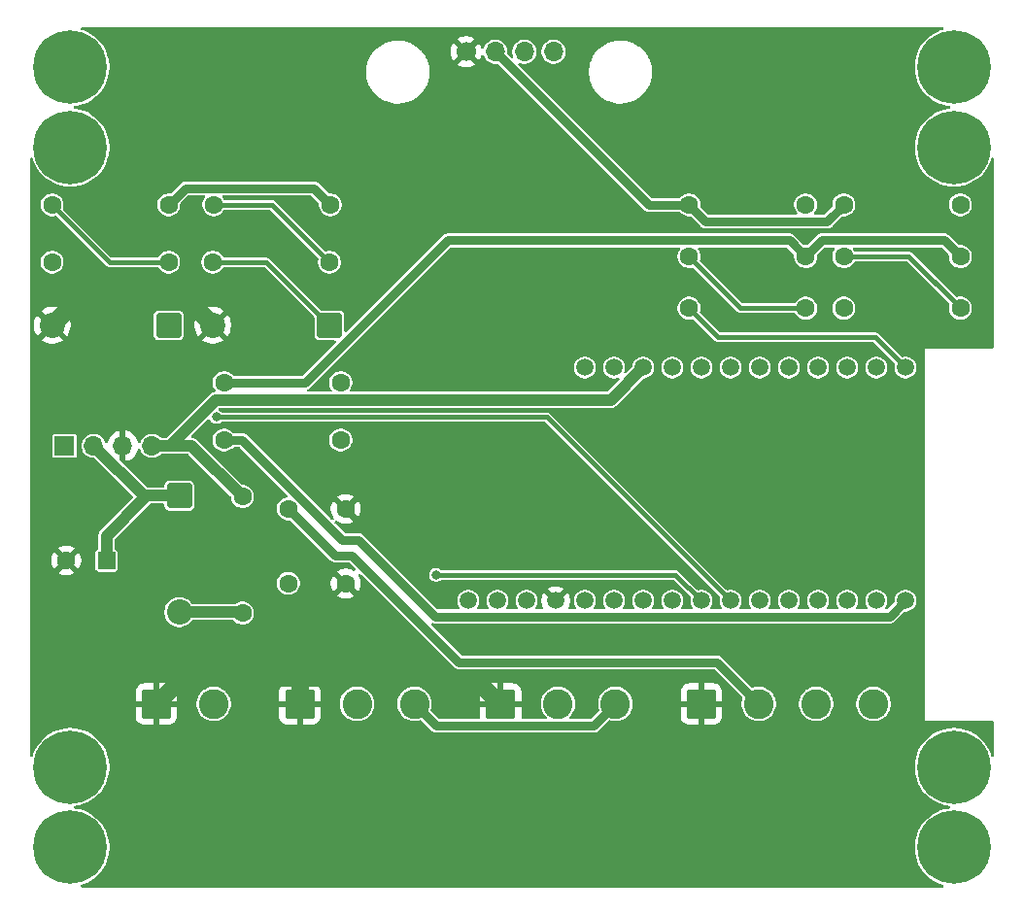
<source format=gbr>
%TF.GenerationSoftware,KiCad,Pcbnew,9.0.7*%
%TF.CreationDate,2026-02-23T21:28:53+11:00*%
%TF.ProjectId,esphome-sensor,65737068-6f6d-4652-9d73-656e736f722e,rev?*%
%TF.SameCoordinates,Original*%
%TF.FileFunction,Copper,L1,Top*%
%TF.FilePolarity,Positive*%
%FSLAX46Y46*%
G04 Gerber Fmt 4.6, Leading zero omitted, Abs format (unit mm)*
G04 Created by KiCad (PCBNEW 9.0.7) date 2026-02-23 21:28:53*
%MOMM*%
%LPD*%
G01*
G04 APERTURE LIST*
G04 Aperture macros list*
%AMRoundRect*
0 Rectangle with rounded corners*
0 $1 Rounding radius*
0 $2 $3 $4 $5 $6 $7 $8 $9 X,Y pos of 4 corners*
0 Add a 4 corners polygon primitive as box body*
4,1,4,$2,$3,$4,$5,$6,$7,$8,$9,$2,$3,0*
0 Add four circle primitives for the rounded corners*
1,1,$1+$1,$2,$3*
1,1,$1+$1,$4,$5*
1,1,$1+$1,$6,$7*
1,1,$1+$1,$8,$9*
0 Add four rect primitives between the rounded corners*
20,1,$1+$1,$2,$3,$4,$5,0*
20,1,$1+$1,$4,$5,$6,$7,0*
20,1,$1+$1,$6,$7,$8,$9,0*
20,1,$1+$1,$8,$9,$2,$3,0*%
G04 Aperture macros list end*
%TA.AperFunction,ComponentPad*%
%ADD10C,6.400000*%
%TD*%
%TA.AperFunction,ComponentPad*%
%ADD11C,1.600000*%
%TD*%
%TA.AperFunction,ComponentPad*%
%ADD12RoundRect,0.250000X0.550000X0.550000X-0.550000X0.550000X-0.550000X-0.550000X0.550000X-0.550000X0*%
%TD*%
%TA.AperFunction,ComponentPad*%
%ADD13R,1.700000X1.700000*%
%TD*%
%TA.AperFunction,ComponentPad*%
%ADD14O,1.700000X1.700000*%
%TD*%
%TA.AperFunction,ComponentPad*%
%ADD15RoundRect,0.250000X-1.050000X-1.050000X1.050000X-1.050000X1.050000X1.050000X-1.050000X1.050000X0*%
%TD*%
%TA.AperFunction,ComponentPad*%
%ADD16C,2.600000*%
%TD*%
%TA.AperFunction,ComponentPad*%
%ADD17RoundRect,0.249999X-0.850001X0.850001X-0.850001X-0.850001X0.850001X-0.850001X0.850001X0.850001X0*%
%TD*%
%TA.AperFunction,ComponentPad*%
%ADD18C,2.200000*%
%TD*%
%TA.AperFunction,ComponentPad*%
%ADD19C,1.700000*%
%TD*%
%TA.AperFunction,ComponentPad*%
%ADD20C,1.500000*%
%TD*%
%TA.AperFunction,ComponentPad*%
%ADD21RoundRect,0.249999X0.850001X0.850001X-0.850001X0.850001X-0.850001X-0.850001X0.850001X-0.850001X0*%
%TD*%
%TA.AperFunction,ViaPad*%
%ADD22C,0.800000*%
%TD*%
%TA.AperFunction,Conductor*%
%ADD23C,1.000000*%
%TD*%
%TA.AperFunction,Conductor*%
%ADD24C,0.800000*%
%TD*%
%TA.AperFunction,Conductor*%
%ADD25C,0.400000*%
%TD*%
%TA.AperFunction,Conductor*%
%ADD26C,1.500000*%
%TD*%
G04 APERTURE END LIST*
D10*
%TO.P,H8,1*%
%TO.N,N/C*%
X127000000Y-111000000D03*
%TD*%
%TO.P,H7,1*%
%TO.N,N/C*%
X50000000Y-111000000D03*
%TD*%
%TO.P,H6,1*%
%TO.N,N/C*%
X127000000Y-57000000D03*
%TD*%
%TO.P,H5,1*%
%TO.N,N/C*%
X50000000Y-57000000D03*
%TD*%
%TO.P,H2,1*%
%TO.N,N/C*%
X127000000Y-50000000D03*
%TD*%
D11*
%TO.P,R11,1*%
%TO.N,/1WIRE_BUS2*%
X62420000Y-67000000D03*
%TO.P,R11,2*%
%TO.N,/1WIRE_BUS2_PROT*%
X72580000Y-67000000D03*
%TD*%
%TO.P,R6,1*%
%TO.N,/1WIRE_BUS1_PROT*%
X48420000Y-62000000D03*
%TO.P,R6,2*%
%TO.N,/3V3_PROT_1WIRE*%
X58580000Y-62000000D03*
%TD*%
D12*
%TO.P,C1,1*%
%TO.N,/+BATT_PROT*%
X53152700Y-93000000D03*
D11*
%TO.P,C1,2*%
%TO.N,GND*%
X49652700Y-93000000D03*
%TD*%
%TO.P,C3,1*%
%TO.N,/3V3_PROT_I2C*%
X69000000Y-88500000D03*
%TO.P,C3,2*%
%TO.N,GND*%
X74000000Y-88500000D03*
%TD*%
%TO.P,R9,1*%
%TO.N,/SCL_PROT*%
X117420000Y-66500000D03*
%TO.P,R9,2*%
%TO.N,/3V3_2*%
X127580000Y-66500000D03*
%TD*%
D10*
%TO.P,H3,1*%
%TO.N,N/C*%
X50000000Y-118000000D03*
%TD*%
D13*
%TO.P,U1,1,SHDN*%
%TO.N,unconnected-(U1-SHDN-Pad1)*%
X49500000Y-83000000D03*
D14*
%TO.P,U1,2,VIN*%
%TO.N,/+BATT_PROT*%
X52040000Y-83000000D03*
%TO.P,U1,3,GND*%
%TO.N,GND*%
X54580000Y-83000000D03*
%TO.P,U1,4,VOUT*%
%TO.N,+5V*%
X57120000Y-83000000D03*
%TD*%
D11*
%TO.P,R2,1*%
%TO.N,/3V3_2*%
X63420000Y-82500000D03*
%TO.P,R2,2*%
%TO.N,/3V3_PROT_1WIRE*%
X73580000Y-82500000D03*
%TD*%
%TO.P,C2,1*%
%TO.N,/3V3_PROT_1WIRE*%
X69000000Y-95000000D03*
%TO.P,C2,2*%
%TO.N,GND*%
X74000000Y-95000000D03*
%TD*%
D10*
%TO.P,H4,1*%
%TO.N,N/C*%
X127000000Y-118000000D03*
%TD*%
D11*
%TO.P,R13,1*%
%TO.N,/SCL*%
X117420000Y-71000000D03*
%TO.P,R13,2*%
%TO.N,/SCL_PROT*%
X127580000Y-71000000D03*
%TD*%
%TO.P,R1,1*%
%TO.N,/+BATT*%
X65000000Y-97580000D03*
%TO.P,R1,2*%
%TO.N,+5V*%
X65000000Y-87420000D03*
%TD*%
D10*
%TO.P,H1,1*%
%TO.N,N/C*%
X50000000Y-50000000D03*
%TD*%
D11*
%TO.P,R8,1*%
%TO.N,/SDA_PROT*%
X103920000Y-66500000D03*
%TO.P,R8,2*%
%TO.N,/3V3_2*%
X114080000Y-66500000D03*
%TD*%
%TO.P,R5,1*%
%TO.N,/SDA*%
X127580000Y-62000000D03*
%TO.P,R5,2*%
%TO.N,+3V3*%
X117420000Y-62000000D03*
%TD*%
D15*
%TO.P,J5,1,Pin_1*%
%TO.N,GND*%
X105000000Y-105500000D03*
D16*
%TO.P,J5,2,Pin_2*%
%TO.N,/3V3_PROT_I2C*%
X110000000Y-105500000D03*
%TO.P,J5,3,Pin_3*%
%TO.N,/SDA_PROT*%
X115000000Y-105500000D03*
%TO.P,J5,4,Pin_4*%
%TO.N,/SCL_PROT*%
X120000000Y-105500000D03*
%TD*%
D11*
%TO.P,R3,1*%
%TO.N,/3V3_2*%
X63420000Y-77500000D03*
%TO.P,R3,2*%
%TO.N,/3V3_PROT_I2C*%
X73580000Y-77500000D03*
%TD*%
%TO.P,R7,1*%
%TO.N,/1WIRE_BUS2_PROT*%
X62500000Y-62000000D03*
%TO.P,R7,2*%
%TO.N,/3V3_PROT_1WIRE*%
X72660000Y-62000000D03*
%TD*%
D17*
%TO.P,D1,1,K*%
%TO.N,/+BATT_PROT*%
X59500000Y-87340000D03*
D18*
%TO.P,D1,2,A*%
%TO.N,/+BATT*%
X59500000Y-97500000D03*
%TD*%
D19*
%TO.P,J2,1,Pin_1*%
%TO.N,GND*%
X84500000Y-48646000D03*
D14*
%TO.P,J2,2,Pin_2*%
%TO.N,+3V3*%
X87040000Y-48646000D03*
%TO.P,J2,3,Pin_3*%
%TO.N,/SDA*%
X89580000Y-48646000D03*
%TO.P,J2,4,Pin_4*%
%TO.N,/SCL*%
X92120000Y-48646000D03*
%TD*%
D20*
%TO.P,U2,1,VBAT*%
%TO.N,unconnected-(U2-VBAT-Pad1)*%
X94840000Y-76180000D03*
%TO.P,U2,2,EN*%
%TO.N,unconnected-(U2-EN-Pad2)*%
X97380000Y-76180000D03*
%TO.P,U2,3,5V*%
%TO.N,+5V*%
X99920000Y-76180000D03*
%TO.P,U2,4,IO11*%
%TO.N,unconnected-(U2-IO11-Pad4)*%
X102460000Y-76180000D03*
%TO.P,U2,5,IO10*%
%TO.N,unconnected-(U2-IO10-Pad5)*%
X105000000Y-76180000D03*
%TO.P,U2,6,IO7*%
%TO.N,unconnected-(U2-IO7-Pad6)*%
X107540000Y-76180000D03*
%TO.P,U2,7,IO3*%
%TO.N,unconnected-(U2-IO3-Pad7)*%
X110080000Y-76180000D03*
%TO.P,U2,8,IO1*%
%TO.N,unconnected-(U2-IO1-Pad8)*%
X112620000Y-76180000D03*
%TO.P,U2,9,IO38*%
%TO.N,unconnected-(U2-IO38-Pad9)*%
X115160000Y-76180000D03*
%TO.P,U2,10,IO33*%
%TO.N,unconnected-(U2-IO33-Pad10)*%
X117700000Y-76180000D03*
%TO.P,U2,11,IO9*%
%TO.N,/SCL*%
X120240000Y-76180000D03*
%TO.P,U2,12,IO8*%
%TO.N,/SDA*%
X122780000Y-76180000D03*
%TO.P,U2,13,LDO2_OUT*%
%TO.N,/3V3_2*%
X122780000Y-96500000D03*
%TO.P,U2,14,TX*%
%TO.N,unconnected-(U2-TX-Pad14)*%
X120240000Y-96500000D03*
%TO.P,U2,15,RX*%
%TO.N,unconnected-(U2-RX-Pad15)*%
X117700000Y-96500000D03*
%TO.P,U2,16,IO37*%
%TO.N,unconnected-(U2-IO37-Pad16)*%
X115160000Y-96500000D03*
%TO.P,U2,17,IO35*%
%TO.N,unconnected-(U2-IO35-Pad17)*%
X112620000Y-96500000D03*
%TO.P,U2,18,IO36*%
%TO.N,unconnected-(U2-IO36-Pad18)*%
X110080000Y-96500000D03*
%TO.P,U2,19,IO5*%
%TO.N,/1WIRE_BUS1*%
X107540000Y-96500000D03*
%TO.P,U2,20,IO6*%
%TO.N,/1WIRE_BUS2*%
X105000000Y-96500000D03*
%TO.P,U2,21,IO12*%
%TO.N,unconnected-(U2-IO12-Pad21)*%
X102460000Y-96500000D03*
%TO.P,U2,22,IO14*%
%TO.N,unconnected-(U2-IO14-Pad22)*%
X99920000Y-96500000D03*
%TO.P,U2,23,IO18*%
%TO.N,unconnected-(U2-IO18-Pad23)*%
X97380000Y-96500000D03*
%TO.P,U2,24,IO17*%
%TO.N,unconnected-(U2-IO17-Pad24)*%
X94840000Y-96500000D03*
%TO.P,U2,25,GND*%
%TO.N,GND*%
X92300000Y-96500000D03*
%TO.P,U2,26,IO0*%
%TO.N,unconnected-(U2-IO0-Pad26)*%
X89760000Y-96500000D03*
%TO.P,U2,27,3V3*%
%TO.N,+3V3*%
X87220000Y-96500000D03*
%TO.P,U2,28,RST*%
%TO.N,unconnected-(U2-RST-Pad28)*%
X84680000Y-96500000D03*
%TD*%
D11*
%TO.P,R12,1*%
%TO.N,/SDA*%
X103920000Y-71000000D03*
%TO.P,R12,2*%
%TO.N,/SDA_PROT*%
X114080000Y-71000000D03*
%TD*%
%TO.P,R10,1*%
%TO.N,/1WIRE_BUS1*%
X48420000Y-67000000D03*
%TO.P,R10,2*%
%TO.N,/1WIRE_BUS1_PROT*%
X58580000Y-67000000D03*
%TD*%
D15*
%TO.P,J3,1,Pin_1*%
%TO.N,GND*%
X70000000Y-105500000D03*
D16*
%TO.P,J3,2,Pin_2*%
%TO.N,/1WIRE_BUS1_PROT*%
X75000000Y-105500000D03*
%TO.P,J3,3,Pin_3*%
%TO.N,/3V3_PROT_1WIRE*%
X80000000Y-105500000D03*
%TD*%
D15*
%TO.P,J4,1,Pin_1*%
%TO.N,GND*%
X87500000Y-105500000D03*
D16*
%TO.P,J4,2,Pin_2*%
%TO.N,/1WIRE_BUS2_PROT*%
X92500000Y-105500000D03*
%TO.P,J4,3,Pin_3*%
%TO.N,/3V3_PROT_1WIRE*%
X97500000Y-105500000D03*
%TD*%
D21*
%TO.P,D3,1,K*%
%TO.N,/1WIRE_BUS2*%
X72580000Y-72500000D03*
D18*
%TO.P,D3,2,A*%
%TO.N,GND*%
X62420000Y-72500000D03*
%TD*%
D11*
%TO.P,R4,1*%
%TO.N,/SCL*%
X114080000Y-62000000D03*
%TO.P,R4,2*%
%TO.N,+3V3*%
X103920000Y-62000000D03*
%TD*%
D21*
%TO.P,D2,1,K*%
%TO.N,/1WIRE_BUS1*%
X58580000Y-72500000D03*
D18*
%TO.P,D2,2,A*%
%TO.N,GND*%
X48420000Y-72500000D03*
%TD*%
D15*
%TO.P,J1,1,Pin_1*%
%TO.N,GND*%
X57500000Y-105500000D03*
D16*
%TO.P,J1,2,Pin_2*%
%TO.N,/+BATT*%
X62500000Y-105500000D03*
%TD*%
D22*
%TO.N,/1WIRE_BUS2*%
X81876200Y-94257400D03*
%TO.N,/1WIRE_BUS1*%
X62739300Y-80494500D03*
%TD*%
D23*
%TO.N,/+BATT_PROT*%
X53152700Y-90847300D02*
X53152700Y-93000000D01*
X56380000Y-87620000D02*
X53152700Y-90847300D01*
X56380000Y-87340000D02*
X56380000Y-87620000D01*
D24*
%TO.N,/3V3_2*%
X112673900Y-65093900D02*
X114080000Y-66500000D01*
X82892000Y-65093900D02*
X112673900Y-65093900D01*
X70485900Y-77500000D02*
X82892000Y-65093900D01*
X63420000Y-77500000D02*
X70485900Y-77500000D01*
X115481700Y-65098300D02*
X114080000Y-66500000D01*
X126178300Y-65098300D02*
X115481700Y-65098300D01*
X127580000Y-66500000D02*
X126178300Y-65098300D01*
X64985400Y-82500000D02*
X63420000Y-82500000D01*
X73684900Y-91199500D02*
X64985400Y-82500000D01*
X75101500Y-91199500D02*
X73684900Y-91199500D01*
X81774200Y-97872200D02*
X75101500Y-91199500D01*
X121407800Y-97872200D02*
X81774200Y-97872200D01*
X122780000Y-96500000D02*
X121407800Y-97872200D01*
%TO.N,/3V3_PROT_I2C*%
X73054900Y-92554900D02*
X69000000Y-88500000D01*
X74540300Y-92554900D02*
X73054900Y-92554900D01*
X83854200Y-101868800D02*
X74540300Y-92554900D01*
X106368800Y-101868800D02*
X83854200Y-101868800D01*
X110000000Y-105500000D02*
X106368800Y-101868800D01*
D25*
%TO.N,/SCL_PROT*%
X123080000Y-66500000D02*
X117420000Y-66500000D01*
X127580000Y-71000000D02*
X123080000Y-66500000D01*
%TO.N,/1WIRE_BUS2*%
X67080000Y-67000000D02*
X72580000Y-72500000D01*
X62420000Y-67000000D02*
X67080000Y-67000000D01*
X102757400Y-94257400D02*
X105000000Y-96500000D01*
X81876200Y-94257400D02*
X102757400Y-94257400D01*
%TO.N,/1WIRE_BUS1*%
X91534500Y-80494500D02*
X107540000Y-96500000D01*
X62739300Y-80494500D02*
X91534500Y-80494500D01*
%TO.N,/1WIRE_BUS2_PROT*%
X67580000Y-62000000D02*
X62500000Y-62000000D01*
X72580000Y-67000000D02*
X67580000Y-62000000D01*
%TO.N,/1WIRE_BUS1_PROT*%
X53420000Y-67000000D02*
X58580000Y-67000000D01*
X48420000Y-62000000D02*
X53420000Y-67000000D01*
D24*
%TO.N,/3V3_PROT_1WIRE*%
X95588400Y-107411600D02*
X97500000Y-105500000D01*
X81911600Y-107411600D02*
X95588400Y-107411600D01*
X80000000Y-105500000D02*
X81911600Y-107411600D01*
X60038100Y-60541900D02*
X58580000Y-62000000D01*
X71201900Y-60541900D02*
X60038100Y-60541900D01*
X72660000Y-62000000D02*
X71201900Y-60541900D01*
D25*
%TO.N,/SDA_PROT*%
X108420000Y-71000000D02*
X114080000Y-71000000D01*
X103920000Y-66500000D02*
X108420000Y-71000000D01*
D23*
%TO.N,+5V*%
X62665700Y-79006000D02*
X58671700Y-83000000D01*
X97094000Y-79006000D02*
X62665700Y-79006000D01*
X99920000Y-76180000D02*
X97094000Y-79006000D01*
X57120000Y-83000000D02*
X58671700Y-83000000D01*
X60580000Y-83000000D02*
X58671700Y-83000000D01*
X65000000Y-87420000D02*
X60580000Y-83000000D01*
D25*
%TO.N,/SDA*%
X106447200Y-73527200D02*
X103920000Y-71000000D01*
X120127200Y-73527200D02*
X106447200Y-73527200D01*
X122780000Y-76180000D02*
X120127200Y-73527200D01*
D24*
%TO.N,+3V3*%
X115958000Y-63462000D02*
X117420000Y-62000000D01*
X105382000Y-63462000D02*
X115958000Y-63462000D01*
X103920000Y-62000000D02*
X105382000Y-63462000D01*
X100394000Y-62000000D02*
X87040000Y-48646000D01*
X103920000Y-62000000D02*
X100394000Y-62000000D01*
D23*
%TO.N,/+BATT*%
X64920000Y-97500000D02*
X65000000Y-97580000D01*
X59500000Y-97500000D02*
X64920000Y-97500000D01*
D26*
%TO.N,GND*%
X50495600Y-70424400D02*
X48420000Y-72500000D01*
X60344400Y-70424400D02*
X50495600Y-70424400D01*
X62420000Y-72500000D02*
X60344400Y-70424400D01*
X59779500Y-103220500D02*
X57500000Y-105500000D01*
X70000000Y-103220500D02*
X59779500Y-103220500D01*
X85220500Y-103220500D02*
X87500000Y-105500000D01*
X70000000Y-103220500D02*
X85220500Y-103220500D01*
X70000000Y-105500000D02*
X70000000Y-103220500D01*
D23*
%TO.N,/+BATT_PROT*%
X56380000Y-87340000D02*
X52040000Y-83000000D01*
X59500000Y-87340000D02*
X56380000Y-87340000D01*
%TD*%
%TA.AperFunction,Conductor*%
%TO.N,GND*%
G36*
X126053042Y-46520185D02*
G01*
X126098797Y-46572989D01*
X126108741Y-46642147D01*
X126079716Y-46705703D01*
X126021999Y-46743160D01*
X125952049Y-46764378D01*
X125853022Y-46794418D01*
X125544343Y-46922278D01*
X125544338Y-46922280D01*
X125249696Y-47079769D01*
X125249678Y-47079780D01*
X124971890Y-47265393D01*
X124971876Y-47265403D01*
X124713604Y-47477361D01*
X124477361Y-47713604D01*
X124265403Y-47971876D01*
X124265393Y-47971890D01*
X124079780Y-48249678D01*
X124079769Y-48249696D01*
X123922280Y-48544338D01*
X123922278Y-48544343D01*
X123794418Y-48853022D01*
X123697428Y-49172758D01*
X123697425Y-49172769D01*
X123632250Y-49500434D01*
X123632247Y-49500451D01*
X123612650Y-49699429D01*
X123599562Y-49832322D01*
X123599500Y-49832947D01*
X123599500Y-50167052D01*
X123632247Y-50499548D01*
X123632250Y-50499565D01*
X123697425Y-50827230D01*
X123697428Y-50827241D01*
X123794418Y-51146977D01*
X123922278Y-51455656D01*
X123922280Y-51455661D01*
X124079769Y-51750303D01*
X124079780Y-51750321D01*
X124265393Y-52028109D01*
X124265403Y-52028123D01*
X124477361Y-52286395D01*
X124713604Y-52522638D01*
X124713609Y-52522642D01*
X124713610Y-52522643D01*
X124971882Y-52734601D01*
X125249685Y-52920224D01*
X125249694Y-52920229D01*
X125249696Y-52920230D01*
X125544338Y-53077719D01*
X125544340Y-53077719D01*
X125544346Y-53077723D01*
X125853024Y-53205582D01*
X126172749Y-53302569D01*
X126172755Y-53302570D01*
X126172758Y-53302571D01*
X126172769Y-53302574D01*
X126378243Y-53343444D01*
X126500441Y-53367751D01*
X126500450Y-53367751D01*
X126500451Y-53367752D01*
X126590252Y-53376597D01*
X126655039Y-53402758D01*
X126695398Y-53459792D01*
X126698515Y-53529592D01*
X126663400Y-53589997D01*
X126601203Y-53621828D01*
X126590252Y-53623403D01*
X126500451Y-53632247D01*
X126500434Y-53632250D01*
X126172769Y-53697425D01*
X126172758Y-53697428D01*
X125853022Y-53794418D01*
X125544343Y-53922278D01*
X125544338Y-53922280D01*
X125249696Y-54079769D01*
X125249678Y-54079780D01*
X124971890Y-54265393D01*
X124971876Y-54265403D01*
X124713604Y-54477361D01*
X124477361Y-54713604D01*
X124265403Y-54971876D01*
X124265393Y-54971890D01*
X124079780Y-55249678D01*
X124079769Y-55249696D01*
X123922280Y-55544338D01*
X123922278Y-55544343D01*
X123794418Y-55853022D01*
X123697428Y-56172758D01*
X123697425Y-56172769D01*
X123632250Y-56500434D01*
X123632247Y-56500451D01*
X123599500Y-56832947D01*
X123599500Y-57167052D01*
X123632247Y-57499548D01*
X123632250Y-57499565D01*
X123697425Y-57827230D01*
X123697428Y-57827241D01*
X123794418Y-58146977D01*
X123922278Y-58455656D01*
X123922280Y-58455661D01*
X124079769Y-58750303D01*
X124079780Y-58750321D01*
X124265393Y-59028109D01*
X124265403Y-59028123D01*
X124477361Y-59286395D01*
X124713604Y-59522638D01*
X124713609Y-59522642D01*
X124713610Y-59522643D01*
X124971882Y-59734601D01*
X125249685Y-59920224D01*
X125249694Y-59920229D01*
X125249696Y-59920230D01*
X125544338Y-60077719D01*
X125544340Y-60077719D01*
X125544346Y-60077723D01*
X125853024Y-60205582D01*
X126172749Y-60302569D01*
X126172755Y-60302570D01*
X126172758Y-60302571D01*
X126172769Y-60302574D01*
X126378243Y-60343444D01*
X126500441Y-60367751D01*
X126832944Y-60400500D01*
X126832947Y-60400500D01*
X127167053Y-60400500D01*
X127167056Y-60400500D01*
X127499559Y-60367751D01*
X127661757Y-60335487D01*
X127827230Y-60302574D01*
X127827241Y-60302571D01*
X127827241Y-60302570D01*
X127827251Y-60302569D01*
X128146976Y-60205582D01*
X128455654Y-60077723D01*
X128750315Y-59920224D01*
X129028118Y-59734601D01*
X129286390Y-59522643D01*
X129522643Y-59286390D01*
X129734601Y-59028118D01*
X129920224Y-58750315D01*
X130077723Y-58455654D01*
X130205582Y-58146976D01*
X130256840Y-57977998D01*
X130295137Y-57919562D01*
X130358949Y-57891106D01*
X130428016Y-57901666D01*
X130480409Y-57947890D01*
X130499500Y-58013996D01*
X130499500Y-74376000D01*
X130479815Y-74443039D01*
X130427011Y-74488794D01*
X130375500Y-74500000D01*
X124500000Y-74500000D01*
X124500000Y-107000000D01*
X130375500Y-107000000D01*
X130442539Y-107019685D01*
X130488294Y-107072489D01*
X130499500Y-107124000D01*
X130499500Y-109986003D01*
X130479815Y-110053042D01*
X130427011Y-110098797D01*
X130357853Y-110108741D01*
X130294297Y-110079716D01*
X130256839Y-110021998D01*
X130245920Y-109986003D01*
X130205582Y-109853024D01*
X130077723Y-109544346D01*
X129920224Y-109249685D01*
X129734601Y-108971882D01*
X129522643Y-108713610D01*
X129522642Y-108713609D01*
X129522638Y-108713604D01*
X129286395Y-108477361D01*
X129028123Y-108265403D01*
X129028122Y-108265402D01*
X129028118Y-108265399D01*
X128750315Y-108079776D01*
X128750310Y-108079773D01*
X128750303Y-108079769D01*
X128455661Y-107922280D01*
X128455656Y-107922278D01*
X128146977Y-107794418D01*
X127827241Y-107697428D01*
X127827230Y-107697425D01*
X127499565Y-107632250D01*
X127499548Y-107632247D01*
X127248108Y-107607483D01*
X127167056Y-107599500D01*
X126832944Y-107599500D01*
X126757982Y-107606883D01*
X126500451Y-107632247D01*
X126500434Y-107632250D01*
X126172769Y-107697425D01*
X126172758Y-107697428D01*
X125853022Y-107794418D01*
X125544343Y-107922278D01*
X125544338Y-107922280D01*
X125249696Y-108079769D01*
X125249678Y-108079780D01*
X124971890Y-108265393D01*
X124971876Y-108265403D01*
X124713604Y-108477361D01*
X124477361Y-108713604D01*
X124265403Y-108971876D01*
X124265393Y-108971890D01*
X124079780Y-109249678D01*
X124079769Y-109249696D01*
X123922280Y-109544338D01*
X123922278Y-109544343D01*
X123794418Y-109853022D01*
X123697428Y-110172758D01*
X123697425Y-110172769D01*
X123632250Y-110500434D01*
X123632247Y-110500451D01*
X123599500Y-110832947D01*
X123599500Y-111167052D01*
X123632247Y-111499548D01*
X123632250Y-111499565D01*
X123697425Y-111827230D01*
X123697428Y-111827241D01*
X123794418Y-112146977D01*
X123922278Y-112455656D01*
X123922280Y-112455661D01*
X124079769Y-112750303D01*
X124079780Y-112750321D01*
X124265393Y-113028109D01*
X124265403Y-113028123D01*
X124477361Y-113286395D01*
X124713604Y-113522638D01*
X124713609Y-113522642D01*
X124713610Y-113522643D01*
X124971882Y-113734601D01*
X125249685Y-113920224D01*
X125249694Y-113920229D01*
X125249696Y-113920230D01*
X125544338Y-114077719D01*
X125544340Y-114077719D01*
X125544346Y-114077723D01*
X125853024Y-114205582D01*
X126172749Y-114302569D01*
X126172755Y-114302570D01*
X126172758Y-114302571D01*
X126172769Y-114302574D01*
X126378243Y-114343444D01*
X126500441Y-114367751D01*
X126500450Y-114367751D01*
X126500451Y-114367752D01*
X126590252Y-114376597D01*
X126655039Y-114402758D01*
X126695398Y-114459792D01*
X126698515Y-114529592D01*
X126663400Y-114589997D01*
X126601203Y-114621828D01*
X126590252Y-114623403D01*
X126500451Y-114632247D01*
X126500434Y-114632250D01*
X126172769Y-114697425D01*
X126172758Y-114697428D01*
X125853022Y-114794418D01*
X125544343Y-114922278D01*
X125544338Y-114922280D01*
X125249696Y-115079769D01*
X125249678Y-115079780D01*
X124971890Y-115265393D01*
X124971876Y-115265403D01*
X124713604Y-115477361D01*
X124477361Y-115713604D01*
X124265403Y-115971876D01*
X124265393Y-115971890D01*
X124079780Y-116249678D01*
X124079769Y-116249696D01*
X123922280Y-116544338D01*
X123922278Y-116544343D01*
X123794418Y-116853022D01*
X123697428Y-117172758D01*
X123697425Y-117172769D01*
X123632250Y-117500434D01*
X123632247Y-117500451D01*
X123599500Y-117832947D01*
X123599500Y-118167052D01*
X123632247Y-118499548D01*
X123632250Y-118499565D01*
X123697425Y-118827230D01*
X123697428Y-118827241D01*
X123794418Y-119146977D01*
X123922278Y-119455656D01*
X123922280Y-119455661D01*
X124079769Y-119750303D01*
X124079780Y-119750321D01*
X124265393Y-120028109D01*
X124265403Y-120028123D01*
X124477361Y-120286395D01*
X124713604Y-120522638D01*
X124713609Y-120522642D01*
X124713610Y-120522643D01*
X124971882Y-120734601D01*
X125249685Y-120920224D01*
X125249694Y-120920229D01*
X125249696Y-120920230D01*
X125544338Y-121077719D01*
X125544340Y-121077719D01*
X125544346Y-121077723D01*
X125853024Y-121205582D01*
X126021999Y-121256839D01*
X126080437Y-121295137D01*
X126108893Y-121358949D01*
X126098333Y-121428016D01*
X126052109Y-121480409D01*
X125986003Y-121499500D01*
X51013997Y-121499500D01*
X50946958Y-121479815D01*
X50901203Y-121427011D01*
X50891259Y-121357853D01*
X50920284Y-121294297D01*
X50978000Y-121256839D01*
X51146976Y-121205582D01*
X51455654Y-121077723D01*
X51750315Y-120920224D01*
X52028118Y-120734601D01*
X52286390Y-120522643D01*
X52522643Y-120286390D01*
X52734601Y-120028118D01*
X52920224Y-119750315D01*
X53077723Y-119455654D01*
X53205582Y-119146976D01*
X53302569Y-118827251D01*
X53302571Y-118827241D01*
X53302574Y-118827230D01*
X53335487Y-118661757D01*
X53367751Y-118499559D01*
X53400500Y-118167056D01*
X53400500Y-117832944D01*
X53367751Y-117500441D01*
X53343444Y-117378243D01*
X53302574Y-117172769D01*
X53302571Y-117172758D01*
X53302570Y-117172755D01*
X53302569Y-117172749D01*
X53205582Y-116853024D01*
X53077723Y-116544346D01*
X52920224Y-116249685D01*
X52734601Y-115971882D01*
X52522643Y-115713610D01*
X52522642Y-115713609D01*
X52522638Y-115713604D01*
X52286395Y-115477361D01*
X52028123Y-115265403D01*
X52028122Y-115265402D01*
X52028118Y-115265399D01*
X51750315Y-115079776D01*
X51750310Y-115079773D01*
X51750303Y-115079769D01*
X51455661Y-114922280D01*
X51455656Y-114922278D01*
X51146977Y-114794418D01*
X50827241Y-114697428D01*
X50827230Y-114697425D01*
X50499565Y-114632250D01*
X50499548Y-114632247D01*
X50409747Y-114623403D01*
X50344960Y-114597242D01*
X50304601Y-114540208D01*
X50301484Y-114470408D01*
X50336598Y-114410003D01*
X50398796Y-114378172D01*
X50409747Y-114376597D01*
X50473626Y-114370305D01*
X50499559Y-114367751D01*
X50661757Y-114335487D01*
X50827230Y-114302574D01*
X50827241Y-114302571D01*
X50827241Y-114302570D01*
X50827251Y-114302569D01*
X51146976Y-114205582D01*
X51455654Y-114077723D01*
X51750315Y-113920224D01*
X52028118Y-113734601D01*
X52286390Y-113522643D01*
X52522643Y-113286390D01*
X52734601Y-113028118D01*
X52920224Y-112750315D01*
X53077723Y-112455654D01*
X53205582Y-112146976D01*
X53302569Y-111827251D01*
X53302571Y-111827241D01*
X53302574Y-111827230D01*
X53335487Y-111661757D01*
X53367751Y-111499559D01*
X53400500Y-111167056D01*
X53400500Y-110832944D01*
X53367751Y-110500441D01*
X53343444Y-110378243D01*
X53302574Y-110172769D01*
X53302571Y-110172758D01*
X53302570Y-110172755D01*
X53302569Y-110172749D01*
X53205582Y-109853024D01*
X53077723Y-109544346D01*
X52920224Y-109249685D01*
X52734601Y-108971882D01*
X52522643Y-108713610D01*
X52522642Y-108713609D01*
X52522638Y-108713604D01*
X52286395Y-108477361D01*
X52028123Y-108265403D01*
X52028122Y-108265402D01*
X52028118Y-108265399D01*
X51750315Y-108079776D01*
X51750310Y-108079773D01*
X51750303Y-108079769D01*
X51455661Y-107922280D01*
X51455656Y-107922278D01*
X51146977Y-107794418D01*
X50827241Y-107697428D01*
X50827230Y-107697425D01*
X50499565Y-107632250D01*
X50499548Y-107632247D01*
X50248108Y-107607483D01*
X50167056Y-107599500D01*
X49832944Y-107599500D01*
X49757982Y-107606883D01*
X49500451Y-107632247D01*
X49500434Y-107632250D01*
X49172769Y-107697425D01*
X49172758Y-107697428D01*
X48853022Y-107794418D01*
X48544343Y-107922278D01*
X48544338Y-107922280D01*
X48249696Y-108079769D01*
X48249678Y-108079780D01*
X47971890Y-108265393D01*
X47971876Y-108265403D01*
X47713604Y-108477361D01*
X47477361Y-108713604D01*
X47265403Y-108971876D01*
X47265393Y-108971890D01*
X47079780Y-109249678D01*
X47079769Y-109249696D01*
X46922280Y-109544338D01*
X46922278Y-109544343D01*
X46794418Y-109853022D01*
X46764378Y-109952049D01*
X46754080Y-109986003D01*
X46743161Y-110021998D01*
X46704863Y-110080437D01*
X46641051Y-110108893D01*
X46571984Y-110098333D01*
X46519591Y-110052109D01*
X46500500Y-109986003D01*
X46500500Y-104400013D01*
X55700000Y-104400013D01*
X55700000Y-105250000D01*
X56899999Y-105250000D01*
X56874979Y-105310402D01*
X56850000Y-105435981D01*
X56850000Y-105564019D01*
X56874979Y-105689598D01*
X56899999Y-105750000D01*
X55700001Y-105750000D01*
X55700001Y-106599986D01*
X55710494Y-106702697D01*
X55765641Y-106869119D01*
X55765643Y-106869124D01*
X55857684Y-107018345D01*
X55981654Y-107142315D01*
X56130875Y-107234356D01*
X56130880Y-107234358D01*
X56297302Y-107289505D01*
X56297309Y-107289506D01*
X56400019Y-107299999D01*
X57249999Y-107299999D01*
X57250000Y-107299998D01*
X57250000Y-106100001D01*
X57310402Y-106125021D01*
X57435981Y-106150000D01*
X57564019Y-106150000D01*
X57689598Y-106125021D01*
X57750000Y-106100001D01*
X57750000Y-107299999D01*
X58599972Y-107299999D01*
X58599986Y-107299998D01*
X58702697Y-107289505D01*
X58869119Y-107234358D01*
X58869124Y-107234356D01*
X59018345Y-107142315D01*
X59142315Y-107018345D01*
X59234356Y-106869124D01*
X59234358Y-106869119D01*
X59289505Y-106702697D01*
X59289506Y-106702690D01*
X59299999Y-106599986D01*
X59300000Y-106599973D01*
X59300000Y-105750000D01*
X58100001Y-105750000D01*
X58125021Y-105689598D01*
X58150000Y-105564019D01*
X58150000Y-105435981D01*
X58139243Y-105381902D01*
X60999500Y-105381902D01*
X60999500Y-105618097D01*
X61036446Y-105851368D01*
X61109433Y-106075996D01*
X61216657Y-106286433D01*
X61355483Y-106477510D01*
X61522490Y-106644517D01*
X61713567Y-106783343D01*
X61812991Y-106834002D01*
X61924003Y-106890566D01*
X61924005Y-106890566D01*
X61924008Y-106890568D01*
X62012476Y-106919313D01*
X62148631Y-106963553D01*
X62381903Y-107000500D01*
X62381908Y-107000500D01*
X62618097Y-107000500D01*
X62851368Y-106963553D01*
X62884468Y-106952798D01*
X63075992Y-106890568D01*
X63286433Y-106783343D01*
X63477510Y-106644517D01*
X63644517Y-106477510D01*
X63783343Y-106286433D01*
X63890568Y-106075992D01*
X63963553Y-105851368D01*
X63989175Y-105689598D01*
X63990816Y-105679240D01*
X64000500Y-105618097D01*
X64000500Y-105381902D01*
X63963553Y-105148631D01*
X63901534Y-104957758D01*
X63890568Y-104924008D01*
X63890566Y-104924005D01*
X63890566Y-104924003D01*
X63783342Y-104713566D01*
X63644517Y-104522490D01*
X63522040Y-104400013D01*
X68200000Y-104400013D01*
X68200000Y-105250000D01*
X69399999Y-105250000D01*
X69374979Y-105310402D01*
X69350000Y-105435981D01*
X69350000Y-105564019D01*
X69374979Y-105689598D01*
X69399999Y-105750000D01*
X68200001Y-105750000D01*
X68200001Y-106599986D01*
X68210494Y-106702697D01*
X68265641Y-106869119D01*
X68265643Y-106869124D01*
X68357684Y-107018345D01*
X68481654Y-107142315D01*
X68630875Y-107234356D01*
X68630880Y-107234358D01*
X68797302Y-107289505D01*
X68797309Y-107289506D01*
X68900019Y-107299999D01*
X69749999Y-107299999D01*
X69750000Y-107299998D01*
X69750000Y-106100001D01*
X69810402Y-106125021D01*
X69935981Y-106150000D01*
X70064019Y-106150000D01*
X70189598Y-106125021D01*
X70250000Y-106100001D01*
X70250000Y-107299999D01*
X71099972Y-107299999D01*
X71099986Y-107299998D01*
X71202697Y-107289505D01*
X71369119Y-107234358D01*
X71369124Y-107234356D01*
X71518345Y-107142315D01*
X71642315Y-107018345D01*
X71734356Y-106869124D01*
X71734358Y-106869119D01*
X71789505Y-106702697D01*
X71789506Y-106702690D01*
X71799999Y-106599986D01*
X71800000Y-106599973D01*
X71800000Y-105750000D01*
X70600001Y-105750000D01*
X70625021Y-105689598D01*
X70650000Y-105564019D01*
X70650000Y-105435981D01*
X70639243Y-105381902D01*
X73499500Y-105381902D01*
X73499500Y-105618097D01*
X73536446Y-105851368D01*
X73609433Y-106075996D01*
X73716657Y-106286433D01*
X73855483Y-106477510D01*
X74022490Y-106644517D01*
X74213567Y-106783343D01*
X74312991Y-106834002D01*
X74424003Y-106890566D01*
X74424005Y-106890566D01*
X74424008Y-106890568D01*
X74512476Y-106919313D01*
X74648631Y-106963553D01*
X74881903Y-107000500D01*
X74881908Y-107000500D01*
X75118097Y-107000500D01*
X75351368Y-106963553D01*
X75384468Y-106952798D01*
X75575992Y-106890568D01*
X75786433Y-106783343D01*
X75977510Y-106644517D01*
X76144517Y-106477510D01*
X76283343Y-106286433D01*
X76390568Y-106075992D01*
X76463553Y-105851368D01*
X76489175Y-105689598D01*
X76500500Y-105618097D01*
X76500500Y-105381902D01*
X78499500Y-105381902D01*
X78499500Y-105618097D01*
X78536446Y-105851368D01*
X78609433Y-106075996D01*
X78716657Y-106286433D01*
X78855483Y-106477510D01*
X79022490Y-106644517D01*
X79213567Y-106783343D01*
X79312991Y-106834002D01*
X79424003Y-106890566D01*
X79424005Y-106890566D01*
X79424008Y-106890568D01*
X79512476Y-106919313D01*
X79648631Y-106963553D01*
X79881903Y-107000500D01*
X79881908Y-107000500D01*
X80118097Y-107000500D01*
X80224126Y-106983705D01*
X80351368Y-106963553D01*
X80477566Y-106922547D01*
X80547404Y-106920553D01*
X80603562Y-106952797D01*
X81542884Y-107892120D01*
X81542886Y-107892121D01*
X81542890Y-107892124D01*
X81679809Y-107971173D01*
X81679816Y-107971177D01*
X81832543Y-108012101D01*
X81832545Y-108012101D01*
X81998254Y-108012101D01*
X81998270Y-108012100D01*
X95501731Y-108012100D01*
X95501747Y-108012101D01*
X95509343Y-108012101D01*
X95667454Y-108012101D01*
X95667457Y-108012101D01*
X95820185Y-107971177D01*
X95870304Y-107942239D01*
X95957116Y-107892120D01*
X96068920Y-107780316D01*
X96068920Y-107780314D01*
X96079128Y-107770107D01*
X96079130Y-107770104D01*
X96896437Y-106952796D01*
X96957758Y-106919313D01*
X97022433Y-106922547D01*
X97148632Y-106963553D01*
X97236110Y-106977408D01*
X97381903Y-107000500D01*
X97381908Y-107000500D01*
X97618097Y-107000500D01*
X97851368Y-106963553D01*
X97884468Y-106952798D01*
X98075992Y-106890568D01*
X98286433Y-106783343D01*
X98477510Y-106644517D01*
X98644517Y-106477510D01*
X98783343Y-106286433D01*
X98890568Y-106075992D01*
X98963553Y-105851368D01*
X98989175Y-105689598D01*
X98990816Y-105679240D01*
X99000500Y-105618097D01*
X99000500Y-105381902D01*
X98963553Y-105148631D01*
X98901534Y-104957758D01*
X98890568Y-104924008D01*
X98890566Y-104924005D01*
X98890566Y-104924003D01*
X98783342Y-104713566D01*
X98644517Y-104522490D01*
X98522040Y-104400013D01*
X103200000Y-104400013D01*
X103200000Y-105250000D01*
X104399999Y-105250000D01*
X104374979Y-105310402D01*
X104350000Y-105435981D01*
X104350000Y-105564019D01*
X104374979Y-105689598D01*
X104399999Y-105750000D01*
X103200001Y-105750000D01*
X103200001Y-106599986D01*
X103210494Y-106702697D01*
X103265641Y-106869119D01*
X103265643Y-106869124D01*
X103357684Y-107018345D01*
X103481654Y-107142315D01*
X103630875Y-107234356D01*
X103630880Y-107234358D01*
X103797302Y-107289505D01*
X103797309Y-107289506D01*
X103900019Y-107299999D01*
X104749999Y-107299999D01*
X104750000Y-107299998D01*
X104750000Y-106100001D01*
X104810402Y-106125021D01*
X104935981Y-106150000D01*
X105064019Y-106150000D01*
X105189598Y-106125021D01*
X105250000Y-106100001D01*
X105250000Y-107299999D01*
X106099972Y-107299999D01*
X106099986Y-107299998D01*
X106202697Y-107289505D01*
X106369119Y-107234358D01*
X106369124Y-107234356D01*
X106518345Y-107142315D01*
X106642315Y-107018345D01*
X106734356Y-106869124D01*
X106734358Y-106869119D01*
X106789505Y-106702697D01*
X106789506Y-106702690D01*
X106799999Y-106599986D01*
X106800000Y-106599973D01*
X106800000Y-105750000D01*
X105600001Y-105750000D01*
X105625021Y-105689598D01*
X105650000Y-105564019D01*
X105650000Y-105435981D01*
X105625021Y-105310402D01*
X105600001Y-105250000D01*
X106799999Y-105250000D01*
X106799999Y-104400028D01*
X106799998Y-104400013D01*
X106789505Y-104297302D01*
X106734358Y-104130880D01*
X106734356Y-104130875D01*
X106642315Y-103981654D01*
X106518345Y-103857684D01*
X106369124Y-103765643D01*
X106369119Y-103765641D01*
X106202697Y-103710494D01*
X106202690Y-103710493D01*
X106099986Y-103700000D01*
X105250000Y-103700000D01*
X105250000Y-104899998D01*
X105189598Y-104874979D01*
X105064019Y-104850000D01*
X104935981Y-104850000D01*
X104810402Y-104874979D01*
X104750000Y-104899998D01*
X104750000Y-103700000D01*
X103900028Y-103700000D01*
X103900012Y-103700001D01*
X103797302Y-103710494D01*
X103630880Y-103765641D01*
X103630875Y-103765643D01*
X103481654Y-103857684D01*
X103357684Y-103981654D01*
X103265643Y-104130875D01*
X103265641Y-104130880D01*
X103210494Y-104297302D01*
X103210493Y-104297309D01*
X103200000Y-104400013D01*
X98522040Y-104400013D01*
X98477510Y-104355483D01*
X98286433Y-104216657D01*
X98075996Y-104109433D01*
X97851368Y-104036446D01*
X97618097Y-103999500D01*
X97618092Y-103999500D01*
X97381908Y-103999500D01*
X97381903Y-103999500D01*
X97148631Y-104036446D01*
X96924003Y-104109433D01*
X96713566Y-104216657D01*
X96604550Y-104295862D01*
X96522490Y-104355483D01*
X96522488Y-104355485D01*
X96522487Y-104355485D01*
X96355485Y-104522487D01*
X96355485Y-104522488D01*
X96355483Y-104522490D01*
X96295862Y-104604550D01*
X96216657Y-104713566D01*
X96109433Y-104924003D01*
X96036446Y-105148631D01*
X95999500Y-105381902D01*
X95999500Y-105618097D01*
X96036447Y-105851369D01*
X96036447Y-105851372D01*
X96077450Y-105977564D01*
X96079445Y-106047405D01*
X96047200Y-106103563D01*
X95375984Y-106774781D01*
X95314661Y-106808266D01*
X95288303Y-106811100D01*
X93610289Y-106811100D01*
X93543250Y-106791415D01*
X93497495Y-106738611D01*
X93487551Y-106669453D01*
X93516576Y-106605897D01*
X93522608Y-106599419D01*
X93644517Y-106477510D01*
X93783343Y-106286433D01*
X93890568Y-106075992D01*
X93963553Y-105851368D01*
X93989175Y-105689598D01*
X94000500Y-105618097D01*
X94000500Y-105381902D01*
X93963553Y-105148631D01*
X93901534Y-104957758D01*
X93890568Y-104924008D01*
X93890566Y-104924005D01*
X93890566Y-104924003D01*
X93783342Y-104713566D01*
X93644517Y-104522490D01*
X93477510Y-104355483D01*
X93286433Y-104216657D01*
X93075996Y-104109433D01*
X92851368Y-104036446D01*
X92618097Y-103999500D01*
X92618092Y-103999500D01*
X92381908Y-103999500D01*
X92381903Y-103999500D01*
X92148631Y-104036446D01*
X91924003Y-104109433D01*
X91713566Y-104216657D01*
X91604550Y-104295862D01*
X91522490Y-104355483D01*
X91522488Y-104355485D01*
X91522487Y-104355485D01*
X91355485Y-104522487D01*
X91355485Y-104522488D01*
X91355483Y-104522490D01*
X91295862Y-104604550D01*
X91216657Y-104713566D01*
X91109433Y-104924003D01*
X91036446Y-105148631D01*
X90999500Y-105381902D01*
X90999500Y-105618097D01*
X91036446Y-105851368D01*
X91109433Y-106075996D01*
X91216657Y-106286433D01*
X91355483Y-106477510D01*
X91355485Y-106477512D01*
X91477392Y-106599419D01*
X91510877Y-106660742D01*
X91505893Y-106730434D01*
X91464021Y-106786367D01*
X91398557Y-106810784D01*
X91389711Y-106811100D01*
X89415745Y-106811100D01*
X89348706Y-106791415D01*
X89302951Y-106738611D01*
X89292387Y-106674497D01*
X89299999Y-106599986D01*
X89300000Y-106599973D01*
X89300000Y-105750000D01*
X88100001Y-105750000D01*
X88125021Y-105689598D01*
X88150000Y-105564019D01*
X88150000Y-105435981D01*
X88125021Y-105310402D01*
X88100001Y-105250000D01*
X89299999Y-105250000D01*
X89299999Y-104400028D01*
X89299998Y-104400013D01*
X89289505Y-104297302D01*
X89234358Y-104130880D01*
X89234356Y-104130875D01*
X89142315Y-103981654D01*
X89018345Y-103857684D01*
X88869124Y-103765643D01*
X88869119Y-103765641D01*
X88702697Y-103710494D01*
X88702690Y-103710493D01*
X88599986Y-103700000D01*
X87750000Y-103700000D01*
X87750000Y-104899998D01*
X87689598Y-104874979D01*
X87564019Y-104850000D01*
X87435981Y-104850000D01*
X87310402Y-104874979D01*
X87250000Y-104899998D01*
X87250000Y-103700000D01*
X86400028Y-103700000D01*
X86400012Y-103700001D01*
X86297302Y-103710494D01*
X86130880Y-103765641D01*
X86130875Y-103765643D01*
X85981654Y-103857684D01*
X85857684Y-103981654D01*
X85765643Y-104130875D01*
X85765641Y-104130880D01*
X85710494Y-104297302D01*
X85710493Y-104297309D01*
X85700000Y-104400013D01*
X85700000Y-105250000D01*
X86899999Y-105250000D01*
X86874979Y-105310402D01*
X86850000Y-105435981D01*
X86850000Y-105564019D01*
X86874979Y-105689598D01*
X86899999Y-105750000D01*
X85700001Y-105750000D01*
X85700001Y-106599989D01*
X85707613Y-106674499D01*
X85694843Y-106743192D01*
X85646962Y-106794076D01*
X85584255Y-106811100D01*
X82211698Y-106811100D01*
X82144659Y-106791415D01*
X82124017Y-106774781D01*
X81452798Y-106103563D01*
X81419313Y-106042240D01*
X81422547Y-105977566D01*
X81463553Y-105851368D01*
X81489175Y-105689598D01*
X81500500Y-105618097D01*
X81500500Y-105381902D01*
X81463553Y-105148631D01*
X81401534Y-104957758D01*
X81390568Y-104924008D01*
X81390566Y-104924005D01*
X81390566Y-104924003D01*
X81283342Y-104713566D01*
X81144517Y-104522490D01*
X80977510Y-104355483D01*
X80786433Y-104216657D01*
X80575996Y-104109433D01*
X80351368Y-104036446D01*
X80118097Y-103999500D01*
X80118092Y-103999500D01*
X79881908Y-103999500D01*
X79881903Y-103999500D01*
X79648631Y-104036446D01*
X79424003Y-104109433D01*
X79213566Y-104216657D01*
X79104550Y-104295862D01*
X79022490Y-104355483D01*
X79022488Y-104355485D01*
X79022487Y-104355485D01*
X78855485Y-104522487D01*
X78855485Y-104522488D01*
X78855483Y-104522490D01*
X78795862Y-104604550D01*
X78716657Y-104713566D01*
X78609433Y-104924003D01*
X78536446Y-105148631D01*
X78499500Y-105381902D01*
X76500500Y-105381902D01*
X76463553Y-105148631D01*
X76401534Y-104957758D01*
X76390568Y-104924008D01*
X76390566Y-104924005D01*
X76390566Y-104924003D01*
X76283342Y-104713566D01*
X76144517Y-104522490D01*
X75977510Y-104355483D01*
X75786433Y-104216657D01*
X75575996Y-104109433D01*
X75351368Y-104036446D01*
X75118097Y-103999500D01*
X75118092Y-103999500D01*
X74881908Y-103999500D01*
X74881903Y-103999500D01*
X74648631Y-104036446D01*
X74424003Y-104109433D01*
X74213566Y-104216657D01*
X74104550Y-104295862D01*
X74022490Y-104355483D01*
X74022488Y-104355485D01*
X74022487Y-104355485D01*
X73855485Y-104522487D01*
X73855485Y-104522488D01*
X73855483Y-104522490D01*
X73795862Y-104604550D01*
X73716657Y-104713566D01*
X73609433Y-104924003D01*
X73536446Y-105148631D01*
X73499500Y-105381902D01*
X70639243Y-105381902D01*
X70625021Y-105310402D01*
X70600001Y-105250000D01*
X71799999Y-105250000D01*
X71799999Y-104400028D01*
X71799998Y-104400013D01*
X71789505Y-104297302D01*
X71734358Y-104130880D01*
X71734356Y-104130875D01*
X71642315Y-103981654D01*
X71518345Y-103857684D01*
X71369124Y-103765643D01*
X71369119Y-103765641D01*
X71202697Y-103710494D01*
X71202690Y-103710493D01*
X71099986Y-103700000D01*
X70250000Y-103700000D01*
X70250000Y-104899998D01*
X70189598Y-104874979D01*
X70064019Y-104850000D01*
X69935981Y-104850000D01*
X69810402Y-104874979D01*
X69750000Y-104899998D01*
X69750000Y-103700000D01*
X68900028Y-103700000D01*
X68900012Y-103700001D01*
X68797302Y-103710494D01*
X68630880Y-103765641D01*
X68630875Y-103765643D01*
X68481654Y-103857684D01*
X68357684Y-103981654D01*
X68265643Y-104130875D01*
X68265641Y-104130880D01*
X68210494Y-104297302D01*
X68210493Y-104297309D01*
X68200000Y-104400013D01*
X63522040Y-104400013D01*
X63477510Y-104355483D01*
X63286433Y-104216657D01*
X63075996Y-104109433D01*
X62851368Y-104036446D01*
X62618097Y-103999500D01*
X62618092Y-103999500D01*
X62381908Y-103999500D01*
X62381903Y-103999500D01*
X62148631Y-104036446D01*
X61924003Y-104109433D01*
X61713566Y-104216657D01*
X61604550Y-104295862D01*
X61522490Y-104355483D01*
X61522488Y-104355485D01*
X61522487Y-104355485D01*
X61355485Y-104522487D01*
X61355485Y-104522488D01*
X61355483Y-104522490D01*
X61295862Y-104604550D01*
X61216657Y-104713566D01*
X61109433Y-104924003D01*
X61036446Y-105148631D01*
X60999500Y-105381902D01*
X58139243Y-105381902D01*
X58125021Y-105310402D01*
X58100001Y-105250000D01*
X59299999Y-105250000D01*
X59299999Y-104400028D01*
X59299998Y-104400013D01*
X59289505Y-104297302D01*
X59234358Y-104130880D01*
X59234356Y-104130875D01*
X59142315Y-103981654D01*
X59018345Y-103857684D01*
X58869124Y-103765643D01*
X58869119Y-103765641D01*
X58702697Y-103710494D01*
X58702690Y-103710493D01*
X58599986Y-103700000D01*
X57750000Y-103700000D01*
X57750000Y-104899998D01*
X57689598Y-104874979D01*
X57564019Y-104850000D01*
X57435981Y-104850000D01*
X57310402Y-104874979D01*
X57250000Y-104899998D01*
X57250000Y-103700000D01*
X56400028Y-103700000D01*
X56400012Y-103700001D01*
X56297302Y-103710494D01*
X56130880Y-103765641D01*
X56130875Y-103765643D01*
X55981654Y-103857684D01*
X55857684Y-103981654D01*
X55765643Y-104130875D01*
X55765641Y-104130880D01*
X55710494Y-104297302D01*
X55710493Y-104297309D01*
X55700000Y-104400013D01*
X46500500Y-104400013D01*
X46500500Y-97397648D01*
X58199500Y-97397648D01*
X58199500Y-97602351D01*
X58231522Y-97804534D01*
X58294781Y-97999223D01*
X58387715Y-98181613D01*
X58508028Y-98347213D01*
X58652786Y-98491971D01*
X58796881Y-98596660D01*
X58818390Y-98612287D01*
X58934607Y-98671503D01*
X59000776Y-98705218D01*
X59000778Y-98705218D01*
X59000781Y-98705220D01*
X59105137Y-98739127D01*
X59195465Y-98768477D01*
X59296557Y-98784488D01*
X59397648Y-98800500D01*
X59397649Y-98800500D01*
X59602351Y-98800500D01*
X59602352Y-98800500D01*
X59804534Y-98768477D01*
X59999219Y-98705220D01*
X60181610Y-98612287D01*
X60278285Y-98542049D01*
X60347213Y-98491971D01*
X60347215Y-98491968D01*
X60347219Y-98491966D01*
X60491966Y-98347219D01*
X60561425Y-98251615D01*
X60616755Y-98208949D01*
X60661744Y-98200500D01*
X64154217Y-98200500D01*
X64221256Y-98220185D01*
X64241893Y-98236814D01*
X64352292Y-98347213D01*
X64362219Y-98357140D01*
X64526079Y-98466628D01*
X64526092Y-98466635D01*
X64671751Y-98526968D01*
X64708165Y-98542051D01*
X64708169Y-98542051D01*
X64708170Y-98542052D01*
X64901456Y-98580500D01*
X64901459Y-98580500D01*
X65098543Y-98580500D01*
X65228582Y-98554632D01*
X65291835Y-98542051D01*
X65459262Y-98472701D01*
X65473907Y-98466635D01*
X65473907Y-98466634D01*
X65473914Y-98466632D01*
X65637782Y-98357139D01*
X65777139Y-98217782D01*
X65886632Y-98053914D01*
X65962051Y-97871835D01*
X66000500Y-97678541D01*
X66000500Y-97481459D01*
X66000500Y-97481456D01*
X65962052Y-97288170D01*
X65962051Y-97288169D01*
X65962051Y-97288165D01*
X65953520Y-97267568D01*
X65886635Y-97106092D01*
X65886628Y-97106079D01*
X65777139Y-96942218D01*
X65777136Y-96942214D01*
X65637785Y-96802863D01*
X65637781Y-96802860D01*
X65473920Y-96693371D01*
X65473907Y-96693364D01*
X65291839Y-96617950D01*
X65291829Y-96617947D01*
X65098543Y-96579500D01*
X65098541Y-96579500D01*
X64901459Y-96579500D01*
X64901457Y-96579500D01*
X64708170Y-96617947D01*
X64708160Y-96617950D01*
X64526088Y-96693366D01*
X64398524Y-96778602D01*
X64331846Y-96799480D01*
X64329633Y-96799500D01*
X60661744Y-96799500D01*
X60594705Y-96779815D01*
X60561425Y-96748384D01*
X60491969Y-96652784D01*
X60347213Y-96508028D01*
X60181613Y-96387715D01*
X60181612Y-96387714D01*
X60181610Y-96387713D01*
X60124653Y-96358691D01*
X59999223Y-96294781D01*
X59804534Y-96231522D01*
X59629995Y-96203878D01*
X59602352Y-96199500D01*
X59397648Y-96199500D01*
X59373329Y-96203351D01*
X59195465Y-96231522D01*
X59000776Y-96294781D01*
X58818386Y-96387715D01*
X58652786Y-96508028D01*
X58508028Y-96652786D01*
X58387715Y-96818386D01*
X58294781Y-97000776D01*
X58231522Y-97195465D01*
X58199500Y-97397648D01*
X46500500Y-97397648D01*
X46500500Y-95098543D01*
X67999499Y-95098543D01*
X68037947Y-95291829D01*
X68037950Y-95291839D01*
X68113364Y-95473907D01*
X68113371Y-95473920D01*
X68222860Y-95637781D01*
X68222863Y-95637785D01*
X68362214Y-95777136D01*
X68362218Y-95777139D01*
X68526079Y-95886628D01*
X68526092Y-95886635D01*
X68600980Y-95917654D01*
X68708165Y-95962051D01*
X68708169Y-95962051D01*
X68708170Y-95962052D01*
X68901456Y-96000500D01*
X68901459Y-96000500D01*
X69098543Y-96000500D01*
X69228582Y-95974632D01*
X69291835Y-95962051D01*
X69333164Y-95944931D01*
X69399021Y-95917654D01*
X69473907Y-95886635D01*
X69473907Y-95886634D01*
X69473914Y-95886632D01*
X69637782Y-95777139D01*
X69777139Y-95637782D01*
X69886632Y-95473914D01*
X69962051Y-95291835D01*
X70000500Y-95098541D01*
X70000500Y-94901459D01*
X69962051Y-94708165D01*
X69956839Y-94695582D01*
X69886635Y-94526092D01*
X69886628Y-94526079D01*
X69777139Y-94362218D01*
X69777136Y-94362214D01*
X69637785Y-94222863D01*
X69637781Y-94222860D01*
X69473920Y-94113371D01*
X69473907Y-94113364D01*
X69291839Y-94037950D01*
X69291829Y-94037947D01*
X69098543Y-93999500D01*
X69098541Y-93999500D01*
X68901459Y-93999500D01*
X68901457Y-93999500D01*
X68708170Y-94037947D01*
X68708160Y-94037950D01*
X68526092Y-94113364D01*
X68526079Y-94113371D01*
X68362218Y-94222860D01*
X68362214Y-94222863D01*
X68222863Y-94362214D01*
X68222860Y-94362218D01*
X68113371Y-94526079D01*
X68113364Y-94526092D01*
X68037950Y-94708160D01*
X68037947Y-94708170D01*
X67999500Y-94901456D01*
X67999500Y-94901458D01*
X67999500Y-94901459D01*
X67999500Y-95098541D01*
X67999500Y-95098543D01*
X67999499Y-95098543D01*
X46500500Y-95098543D01*
X46500500Y-92897682D01*
X48352700Y-92897682D01*
X48352700Y-93102317D01*
X48384709Y-93304417D01*
X48447944Y-93499031D01*
X48540841Y-93681350D01*
X48540847Y-93681359D01*
X48573223Y-93725921D01*
X48573224Y-93725922D01*
X49252700Y-93046446D01*
X49252700Y-93052661D01*
X49279959Y-93154394D01*
X49332620Y-93245606D01*
X49407094Y-93320080D01*
X49498306Y-93372741D01*
X49600039Y-93400000D01*
X49606253Y-93400000D01*
X48926776Y-94079474D01*
X48971350Y-94111859D01*
X49153668Y-94204755D01*
X49348282Y-94267990D01*
X49550383Y-94300000D01*
X49755017Y-94300000D01*
X49957117Y-94267990D01*
X50151731Y-94204755D01*
X50334049Y-94111859D01*
X50378621Y-94079474D01*
X49699147Y-93400000D01*
X49705361Y-93400000D01*
X49807094Y-93372741D01*
X49898306Y-93320080D01*
X49972780Y-93245606D01*
X50025441Y-93154394D01*
X50052700Y-93052661D01*
X50052700Y-93046447D01*
X50732174Y-93725921D01*
X50764559Y-93681349D01*
X50857455Y-93499031D01*
X50920690Y-93304417D01*
X50952700Y-93102317D01*
X50952700Y-92897682D01*
X50920690Y-92695582D01*
X50857455Y-92500968D01*
X50764559Y-92318650D01*
X50732174Y-92274077D01*
X50732174Y-92274076D01*
X50052700Y-92953551D01*
X50052700Y-92947339D01*
X50025441Y-92845606D01*
X49972780Y-92754394D01*
X49898306Y-92679920D01*
X49807094Y-92627259D01*
X49705361Y-92600000D01*
X49699146Y-92600000D01*
X50378622Y-91920524D01*
X50378621Y-91920523D01*
X50334059Y-91888147D01*
X50334050Y-91888141D01*
X50151731Y-91795244D01*
X49957117Y-91732009D01*
X49755017Y-91700000D01*
X49550383Y-91700000D01*
X49348282Y-91732009D01*
X49153668Y-91795244D01*
X48971344Y-91888143D01*
X48926777Y-91920523D01*
X48926777Y-91920524D01*
X49606254Y-92600000D01*
X49600039Y-92600000D01*
X49498306Y-92627259D01*
X49407094Y-92679920D01*
X49332620Y-92754394D01*
X49279959Y-92845606D01*
X49252700Y-92947339D01*
X49252700Y-92953553D01*
X48573224Y-92274077D01*
X48573223Y-92274077D01*
X48540843Y-92318644D01*
X48447944Y-92500968D01*
X48384709Y-92695582D01*
X48352700Y-92897682D01*
X46500500Y-92897682D01*
X46500500Y-82130247D01*
X48449500Y-82130247D01*
X48449500Y-83869752D01*
X48461131Y-83928229D01*
X48461132Y-83928230D01*
X48505447Y-83994552D01*
X48571769Y-84038867D01*
X48571770Y-84038868D01*
X48630247Y-84050499D01*
X48630250Y-84050500D01*
X48630252Y-84050500D01*
X50369750Y-84050500D01*
X50369751Y-84050499D01*
X50384568Y-84047552D01*
X50428229Y-84038868D01*
X50428229Y-84038867D01*
X50428231Y-84038867D01*
X50494552Y-83994552D01*
X50538867Y-83928231D01*
X50538867Y-83928229D01*
X50538868Y-83928229D01*
X50550499Y-83869752D01*
X50550500Y-83869750D01*
X50550500Y-82896530D01*
X50989500Y-82896530D01*
X50989500Y-83103469D01*
X51029868Y-83306412D01*
X51029870Y-83306420D01*
X51109058Y-83497596D01*
X51224024Y-83669657D01*
X51370342Y-83815975D01*
X51370345Y-83815977D01*
X51542402Y-83930941D01*
X51733580Y-84010130D01*
X51878052Y-84038867D01*
X51936530Y-84050499D01*
X51936534Y-84050500D01*
X51936535Y-84050500D01*
X52048481Y-84050500D01*
X52115520Y-84070185D01*
X52136162Y-84086819D01*
X55441661Y-87392318D01*
X55475146Y-87453641D01*
X55470162Y-87523333D01*
X55441661Y-87567680D01*
X52608587Y-90400754D01*
X52531922Y-90515492D01*
X52479121Y-90642967D01*
X52479118Y-90642977D01*
X52452200Y-90778304D01*
X52452200Y-91939520D01*
X52432515Y-92006559D01*
X52396071Y-92040031D01*
X52397295Y-92041689D01*
X52280550Y-92127850D01*
X52199907Y-92237117D01*
X52199906Y-92237119D01*
X52155053Y-92365298D01*
X52155053Y-92365300D01*
X52152200Y-92395730D01*
X52152200Y-93604269D01*
X52155053Y-93634699D01*
X52155053Y-93634701D01*
X52196149Y-93752142D01*
X52199907Y-93762882D01*
X52280550Y-93872150D01*
X52389818Y-93952793D01*
X52432545Y-93967744D01*
X52517999Y-93997646D01*
X52548430Y-94000500D01*
X52548434Y-94000500D01*
X53756970Y-94000500D01*
X53787399Y-93997646D01*
X53787401Y-93997646D01*
X53851490Y-93975219D01*
X53915582Y-93952793D01*
X54024850Y-93872150D01*
X54105493Y-93762882D01*
X54142578Y-93656900D01*
X54150346Y-93634701D01*
X54150346Y-93634699D01*
X54153200Y-93604269D01*
X54153200Y-92395730D01*
X54150346Y-92365300D01*
X54150346Y-92365298D01*
X54105493Y-92237119D01*
X54105492Y-92237117D01*
X54024850Y-92127850D01*
X53915582Y-92047207D01*
X53915581Y-92047206D01*
X53908105Y-92041689D01*
X53909562Y-92039714D01*
X53869185Y-92000420D01*
X53853200Y-91939520D01*
X53853200Y-91188818D01*
X53872885Y-91121779D01*
X53889519Y-91101137D01*
X56913837Y-88076819D01*
X56975160Y-88043334D01*
X57001518Y-88040500D01*
X58075501Y-88040500D01*
X58142540Y-88060185D01*
X58188295Y-88112989D01*
X58199501Y-88164500D01*
X58199501Y-88244266D01*
X58202354Y-88274700D01*
X58202354Y-88274702D01*
X58202355Y-88274703D01*
X58202355Y-88274705D01*
X58247206Y-88402882D01*
X58327849Y-88512150D01*
X58382483Y-88552471D01*
X58437117Y-88592793D01*
X58453550Y-88598543D01*
X58565298Y-88637646D01*
X58572323Y-88638304D01*
X58595733Y-88640500D01*
X60404266Y-88640499D01*
X60434700Y-88637646D01*
X60562883Y-88592793D01*
X60672150Y-88512150D01*
X60752793Y-88402883D01*
X60786474Y-88306628D01*
X60797646Y-88274702D01*
X60797646Y-88274700D01*
X60799550Y-88254394D01*
X60800500Y-88244267D01*
X60800499Y-86435734D01*
X60797646Y-86405300D01*
X60752793Y-86277117D01*
X60672150Y-86167849D01*
X60598123Y-86113215D01*
X60562883Y-86087207D01*
X60562881Y-86087206D01*
X60434701Y-86042353D01*
X60404270Y-86039500D01*
X58595739Y-86039500D01*
X58581751Y-86040811D01*
X58565300Y-86042354D01*
X58565297Y-86042354D01*
X58565296Y-86042355D01*
X58565294Y-86042355D01*
X58437117Y-86087206D01*
X58327849Y-86167849D01*
X58247206Y-86277118D01*
X58202353Y-86405297D01*
X58202353Y-86405299D01*
X58199500Y-86435729D01*
X58199500Y-86515500D01*
X58179815Y-86582539D01*
X58127011Y-86628294D01*
X58075500Y-86639500D01*
X56721519Y-86639500D01*
X56654480Y-86619815D01*
X56633838Y-86603181D01*
X54366319Y-84335662D01*
X54332834Y-84274339D01*
X54330000Y-84247981D01*
X54330000Y-83433012D01*
X54387007Y-83465925D01*
X54514174Y-83500000D01*
X54645826Y-83500000D01*
X54772993Y-83465925D01*
X54830000Y-83433012D01*
X54830000Y-84327230D01*
X54896126Y-84316757D01*
X54896129Y-84316757D01*
X55098217Y-84251095D01*
X55287557Y-84154620D01*
X55459459Y-84029727D01*
X55459464Y-84029723D01*
X55609723Y-83879464D01*
X55609727Y-83879459D01*
X55734620Y-83707557D01*
X55831095Y-83518217D01*
X55888343Y-83342026D01*
X55927780Y-83284351D01*
X55992139Y-83257152D01*
X56060985Y-83269066D01*
X56112461Y-83316310D01*
X56120833Y-83332887D01*
X56143095Y-83386632D01*
X56189058Y-83497596D01*
X56304024Y-83669657D01*
X56450342Y-83815975D01*
X56450345Y-83815977D01*
X56622402Y-83930941D01*
X56813580Y-84010130D01*
X56958052Y-84038867D01*
X57016530Y-84050499D01*
X57016534Y-84050500D01*
X57016535Y-84050500D01*
X57223466Y-84050500D01*
X57223467Y-84050499D01*
X57426420Y-84010130D01*
X57617598Y-83930941D01*
X57789655Y-83815977D01*
X57868814Y-83736817D01*
X57930135Y-83703334D01*
X57956494Y-83700500D01*
X58602706Y-83700500D01*
X58602707Y-83700500D01*
X60238481Y-83700500D01*
X60305520Y-83720185D01*
X60326162Y-83736819D01*
X63963181Y-87373838D01*
X63996666Y-87435161D01*
X63999500Y-87461519D01*
X63999500Y-87518541D01*
X63999500Y-87518543D01*
X63999499Y-87518543D01*
X64037947Y-87711829D01*
X64037950Y-87711839D01*
X64113364Y-87893907D01*
X64113371Y-87893920D01*
X64222860Y-88057781D01*
X64222863Y-88057785D01*
X64362214Y-88197136D01*
X64362218Y-88197139D01*
X64526079Y-88306628D01*
X64526092Y-88306635D01*
X64708160Y-88382049D01*
X64708165Y-88382051D01*
X64708169Y-88382051D01*
X64708170Y-88382052D01*
X64901456Y-88420500D01*
X64901459Y-88420500D01*
X65098543Y-88420500D01*
X65228582Y-88394632D01*
X65291835Y-88382051D01*
X65473914Y-88306632D01*
X65637782Y-88197139D01*
X65777139Y-88057782D01*
X65886632Y-87893914D01*
X65962051Y-87711835D01*
X65990726Y-87567680D01*
X66000500Y-87518543D01*
X66000500Y-87321456D01*
X65962052Y-87128170D01*
X65962051Y-87128169D01*
X65962051Y-87128165D01*
X65962049Y-87128160D01*
X65886635Y-86946092D01*
X65886628Y-86946079D01*
X65777139Y-86782218D01*
X65777136Y-86782214D01*
X65637785Y-86642863D01*
X65637781Y-86642860D01*
X65473920Y-86533371D01*
X65473907Y-86533364D01*
X65291839Y-86457950D01*
X65291829Y-86457947D01*
X65098543Y-86419500D01*
X65098541Y-86419500D01*
X65041519Y-86419500D01*
X64974480Y-86399815D01*
X64953838Y-86383181D01*
X61026546Y-82455888D01*
X61026545Y-82455887D01*
X60911807Y-82379222D01*
X60784332Y-82326421D01*
X60784322Y-82326418D01*
X60643019Y-82298311D01*
X60643268Y-82297057D01*
X60584633Y-82273377D01*
X60544277Y-82216341D01*
X60541163Y-82146540D01*
X60573896Y-82088460D01*
X61977137Y-80685219D01*
X62038458Y-80651736D01*
X62108150Y-80656720D01*
X62164083Y-80698592D01*
X62179376Y-80725447D01*
X62179723Y-80726286D01*
X62258775Y-80863209D01*
X62258779Y-80863214D01*
X62258780Y-80863216D01*
X62370584Y-80975020D01*
X62370586Y-80975021D01*
X62370590Y-80975024D01*
X62507509Y-81054073D01*
X62507516Y-81054077D01*
X62660243Y-81095000D01*
X62660245Y-81095000D01*
X62818355Y-81095000D01*
X62818357Y-81095000D01*
X62971084Y-81054077D01*
X63108016Y-80975020D01*
X63151717Y-80931319D01*
X63213040Y-80897834D01*
X63239398Y-80895000D01*
X91317245Y-80895000D01*
X91384284Y-80914685D01*
X91404926Y-80931319D01*
X106590828Y-96117221D01*
X106624313Y-96178544D01*
X106624764Y-96229093D01*
X106589500Y-96406379D01*
X106589500Y-96593620D01*
X106626025Y-96777243D01*
X106626027Y-96777251D01*
X106697676Y-96950228D01*
X106697681Y-96950237D01*
X106783591Y-97078809D01*
X106804469Y-97145486D01*
X106785985Y-97212867D01*
X106734006Y-97259557D01*
X106680489Y-97271700D01*
X105859511Y-97271700D01*
X105792472Y-97252015D01*
X105746717Y-97199211D01*
X105736773Y-97130053D01*
X105756409Y-97078809D01*
X105842318Y-96950237D01*
X105842318Y-96950236D01*
X105842322Y-96950231D01*
X105913973Y-96777251D01*
X105950500Y-96593616D01*
X105950500Y-96406384D01*
X105913973Y-96222749D01*
X105842322Y-96049769D01*
X105842321Y-96049768D01*
X105842318Y-96049762D01*
X105738302Y-95894092D01*
X105738299Y-95894088D01*
X105605911Y-95761700D01*
X105605907Y-95761697D01*
X105450237Y-95657681D01*
X105450228Y-95657676D01*
X105277251Y-95586027D01*
X105277243Y-95586025D01*
X105093620Y-95549500D01*
X105093616Y-95549500D01*
X104906384Y-95549500D01*
X104906379Y-95549500D01*
X104729093Y-95584764D01*
X104659501Y-95578537D01*
X104617221Y-95550828D01*
X103003315Y-93936922D01*
X103003313Y-93936920D01*
X102943149Y-93902184D01*
X102911989Y-93884193D01*
X102861057Y-93870546D01*
X102810127Y-93856900D01*
X102810126Y-93856900D01*
X82376298Y-93856900D01*
X82309259Y-93837215D01*
X82288617Y-93820581D01*
X82244917Y-93776881D01*
X82244909Y-93776875D01*
X82107990Y-93697826D01*
X82107986Y-93697824D01*
X82107984Y-93697823D01*
X81955257Y-93656900D01*
X81797143Y-93656900D01*
X81644416Y-93697823D01*
X81644409Y-93697826D01*
X81507490Y-93776875D01*
X81507482Y-93776881D01*
X81395681Y-93888682D01*
X81395675Y-93888690D01*
X81316626Y-94025609D01*
X81316623Y-94025616D01*
X81275700Y-94178343D01*
X81275700Y-94336456D01*
X81316623Y-94489183D01*
X81316626Y-94489190D01*
X81395675Y-94626109D01*
X81395679Y-94626114D01*
X81395680Y-94626116D01*
X81507484Y-94737920D01*
X81507486Y-94737921D01*
X81507490Y-94737924D01*
X81644409Y-94816973D01*
X81644416Y-94816977D01*
X81797143Y-94857900D01*
X81797145Y-94857900D01*
X81955255Y-94857900D01*
X81955257Y-94857900D01*
X82107984Y-94816977D01*
X82244916Y-94737920D01*
X82288617Y-94694219D01*
X82349940Y-94660734D01*
X82376298Y-94657900D01*
X102540145Y-94657900D01*
X102607184Y-94677585D01*
X102627826Y-94694219D01*
X104050828Y-96117221D01*
X104084313Y-96178544D01*
X104084764Y-96229093D01*
X104049500Y-96406379D01*
X104049500Y-96593620D01*
X104086025Y-96777243D01*
X104086027Y-96777251D01*
X104157676Y-96950228D01*
X104157681Y-96950237D01*
X104243591Y-97078809D01*
X104264469Y-97145486D01*
X104245985Y-97212867D01*
X104194006Y-97259557D01*
X104140489Y-97271700D01*
X103319511Y-97271700D01*
X103252472Y-97252015D01*
X103206717Y-97199211D01*
X103196773Y-97130053D01*
X103216409Y-97078809D01*
X103302318Y-96950237D01*
X103302318Y-96950236D01*
X103302322Y-96950231D01*
X103373973Y-96777251D01*
X103410500Y-96593616D01*
X103410500Y-96406384D01*
X103373973Y-96222749D01*
X103302322Y-96049769D01*
X103302321Y-96049768D01*
X103302318Y-96049762D01*
X103198302Y-95894092D01*
X103198299Y-95894088D01*
X103065911Y-95761700D01*
X103065907Y-95761697D01*
X102910237Y-95657681D01*
X102910228Y-95657676D01*
X102737251Y-95586027D01*
X102737243Y-95586025D01*
X102553620Y-95549500D01*
X102553616Y-95549500D01*
X102366384Y-95549500D01*
X102366379Y-95549500D01*
X102182756Y-95586025D01*
X102182748Y-95586027D01*
X102009771Y-95657676D01*
X102009762Y-95657681D01*
X101854092Y-95761697D01*
X101854088Y-95761700D01*
X101721700Y-95894088D01*
X101721697Y-95894092D01*
X101617681Y-96049762D01*
X101617676Y-96049771D01*
X101546027Y-96222748D01*
X101546025Y-96222756D01*
X101509500Y-96406379D01*
X101509500Y-96593620D01*
X101546025Y-96777243D01*
X101546027Y-96777251D01*
X101617676Y-96950228D01*
X101617681Y-96950237D01*
X101703591Y-97078809D01*
X101724469Y-97145486D01*
X101705985Y-97212867D01*
X101654006Y-97259557D01*
X101600489Y-97271700D01*
X100779511Y-97271700D01*
X100712472Y-97252015D01*
X100666717Y-97199211D01*
X100656773Y-97130053D01*
X100676409Y-97078809D01*
X100762318Y-96950237D01*
X100762318Y-96950236D01*
X100762322Y-96950231D01*
X100833973Y-96777251D01*
X100870500Y-96593616D01*
X100870500Y-96406384D01*
X100833973Y-96222749D01*
X100762322Y-96049769D01*
X100762321Y-96049768D01*
X100762318Y-96049762D01*
X100658302Y-95894092D01*
X100658299Y-95894088D01*
X100525911Y-95761700D01*
X100525907Y-95761697D01*
X100370237Y-95657681D01*
X100370228Y-95657676D01*
X100197251Y-95586027D01*
X100197243Y-95586025D01*
X100013620Y-95549500D01*
X100013616Y-95549500D01*
X99826384Y-95549500D01*
X99826379Y-95549500D01*
X99642756Y-95586025D01*
X99642748Y-95586027D01*
X99469771Y-95657676D01*
X99469762Y-95657681D01*
X99314092Y-95761697D01*
X99314088Y-95761700D01*
X99181700Y-95894088D01*
X99181697Y-95894092D01*
X99077681Y-96049762D01*
X99077676Y-96049771D01*
X99006027Y-96222748D01*
X99006025Y-96222756D01*
X98969500Y-96406379D01*
X98969500Y-96593620D01*
X99006025Y-96777243D01*
X99006027Y-96777251D01*
X99077676Y-96950228D01*
X99077681Y-96950237D01*
X99163591Y-97078809D01*
X99184469Y-97145486D01*
X99165985Y-97212867D01*
X99114006Y-97259557D01*
X99060489Y-97271700D01*
X98239511Y-97271700D01*
X98172472Y-97252015D01*
X98126717Y-97199211D01*
X98116773Y-97130053D01*
X98136409Y-97078809D01*
X98222318Y-96950237D01*
X98222318Y-96950236D01*
X98222322Y-96950231D01*
X98293973Y-96777251D01*
X98330500Y-96593616D01*
X98330500Y-96406384D01*
X98293973Y-96222749D01*
X98222322Y-96049769D01*
X98222321Y-96049768D01*
X98222318Y-96049762D01*
X98118302Y-95894092D01*
X98118299Y-95894088D01*
X97985911Y-95761700D01*
X97985907Y-95761697D01*
X97830237Y-95657681D01*
X97830228Y-95657676D01*
X97657251Y-95586027D01*
X97657243Y-95586025D01*
X97473620Y-95549500D01*
X97473616Y-95549500D01*
X97286384Y-95549500D01*
X97286379Y-95549500D01*
X97102756Y-95586025D01*
X97102748Y-95586027D01*
X96929771Y-95657676D01*
X96929762Y-95657681D01*
X96774092Y-95761697D01*
X96774088Y-95761700D01*
X96641700Y-95894088D01*
X96641697Y-95894092D01*
X96537681Y-96049762D01*
X96537676Y-96049771D01*
X96466027Y-96222748D01*
X96466025Y-96222756D01*
X96429500Y-96406379D01*
X96429500Y-96593620D01*
X96466025Y-96777243D01*
X96466027Y-96777251D01*
X96537676Y-96950228D01*
X96537681Y-96950237D01*
X96623591Y-97078809D01*
X96644469Y-97145486D01*
X96625985Y-97212867D01*
X96574006Y-97259557D01*
X96520489Y-97271700D01*
X95699511Y-97271700D01*
X95632472Y-97252015D01*
X95586717Y-97199211D01*
X95576773Y-97130053D01*
X95596409Y-97078809D01*
X95682318Y-96950237D01*
X95682318Y-96950236D01*
X95682322Y-96950231D01*
X95753973Y-96777251D01*
X95790500Y-96593616D01*
X95790500Y-96406384D01*
X95753973Y-96222749D01*
X95682322Y-96049769D01*
X95682321Y-96049768D01*
X95682318Y-96049762D01*
X95578302Y-95894092D01*
X95578299Y-95894088D01*
X95445911Y-95761700D01*
X95445907Y-95761697D01*
X95290237Y-95657681D01*
X95290228Y-95657676D01*
X95117251Y-95586027D01*
X95117243Y-95586025D01*
X94933620Y-95549500D01*
X94933616Y-95549500D01*
X94746384Y-95549500D01*
X94746379Y-95549500D01*
X94562756Y-95586025D01*
X94562748Y-95586027D01*
X94389771Y-95657676D01*
X94389762Y-95657681D01*
X94234092Y-95761697D01*
X94234088Y-95761700D01*
X94101700Y-95894088D01*
X94101697Y-95894092D01*
X93997681Y-96049762D01*
X93997676Y-96049771D01*
X93926027Y-96222748D01*
X93926025Y-96222756D01*
X93889500Y-96406379D01*
X93889500Y-96593620D01*
X93926025Y-96777243D01*
X93926027Y-96777251D01*
X93997676Y-96950228D01*
X93997681Y-96950237D01*
X94083591Y-97078809D01*
X94104469Y-97145486D01*
X94085985Y-97212867D01*
X94034006Y-97259557D01*
X93980489Y-97271700D01*
X93512057Y-97271700D01*
X93445018Y-97252015D01*
X93399263Y-97199211D01*
X93389319Y-97130053D01*
X93401572Y-97091406D01*
X93458417Y-96979838D01*
X93519221Y-96792705D01*
X93550000Y-96598382D01*
X93550000Y-96401617D01*
X93519221Y-96207294D01*
X93458418Y-96020164D01*
X93369096Y-95844858D01*
X93343678Y-95809873D01*
X93343677Y-95809873D01*
X92742137Y-96411413D01*
X92719333Y-96326306D01*
X92660090Y-96223694D01*
X92576306Y-96139910D01*
X92473694Y-96080667D01*
X92388584Y-96057861D01*
X92990125Y-95456320D01*
X92990125Y-95456319D01*
X92955145Y-95430905D01*
X92779835Y-95341581D01*
X92592705Y-95280778D01*
X92398382Y-95250000D01*
X92201618Y-95250000D01*
X92007294Y-95280778D01*
X91820161Y-95341582D01*
X91644863Y-95430899D01*
X91644859Y-95430902D01*
X91609873Y-95456320D01*
X91609872Y-95456320D01*
X92211415Y-96057861D01*
X92126306Y-96080667D01*
X92023694Y-96139910D01*
X91939910Y-96223694D01*
X91880667Y-96326306D01*
X91857862Y-96411414D01*
X91256320Y-95809872D01*
X91256320Y-95809873D01*
X91230902Y-95844859D01*
X91230899Y-95844863D01*
X91141582Y-96020161D01*
X91080778Y-96207294D01*
X91050000Y-96401617D01*
X91050000Y-96598382D01*
X91080778Y-96792705D01*
X91141582Y-96979838D01*
X91198428Y-97091406D01*
X91211324Y-97160075D01*
X91185047Y-97224815D01*
X91127941Y-97265072D01*
X91087943Y-97271700D01*
X90619511Y-97271700D01*
X90552472Y-97252015D01*
X90506717Y-97199211D01*
X90496773Y-97130053D01*
X90516409Y-97078809D01*
X90602318Y-96950237D01*
X90602318Y-96950236D01*
X90602322Y-96950231D01*
X90673973Y-96777251D01*
X90710500Y-96593616D01*
X90710500Y-96406384D01*
X90673973Y-96222749D01*
X90602322Y-96049769D01*
X90602321Y-96049768D01*
X90602318Y-96049762D01*
X90498302Y-95894092D01*
X90498299Y-95894088D01*
X90365911Y-95761700D01*
X90365907Y-95761697D01*
X90210237Y-95657681D01*
X90210228Y-95657676D01*
X90114778Y-95618140D01*
X90037251Y-95586027D01*
X90037243Y-95586025D01*
X89853620Y-95549500D01*
X89853616Y-95549500D01*
X89666384Y-95549500D01*
X89666379Y-95549500D01*
X89482756Y-95586025D01*
X89482748Y-95586027D01*
X89309771Y-95657676D01*
X89309762Y-95657681D01*
X89154092Y-95761697D01*
X89154088Y-95761700D01*
X89021700Y-95894088D01*
X89021697Y-95894092D01*
X88917681Y-96049762D01*
X88917676Y-96049771D01*
X88846027Y-96222748D01*
X88846025Y-96222756D01*
X88809500Y-96406379D01*
X88809500Y-96593620D01*
X88846025Y-96777243D01*
X88846027Y-96777251D01*
X88917676Y-96950228D01*
X88917681Y-96950237D01*
X89003591Y-97078809D01*
X89024469Y-97145486D01*
X89005985Y-97212867D01*
X88954006Y-97259557D01*
X88900489Y-97271700D01*
X88079511Y-97271700D01*
X88012472Y-97252015D01*
X87966717Y-97199211D01*
X87956773Y-97130053D01*
X87976409Y-97078809D01*
X88062318Y-96950237D01*
X88062318Y-96950236D01*
X88062322Y-96950231D01*
X88133973Y-96777251D01*
X88170500Y-96593616D01*
X88170500Y-96406384D01*
X88133973Y-96222749D01*
X88062322Y-96049769D01*
X88062321Y-96049768D01*
X88062318Y-96049762D01*
X87958302Y-95894092D01*
X87958299Y-95894088D01*
X87825911Y-95761700D01*
X87825907Y-95761697D01*
X87670237Y-95657681D01*
X87670228Y-95657676D01*
X87497251Y-95586027D01*
X87497243Y-95586025D01*
X87313620Y-95549500D01*
X87313616Y-95549500D01*
X87126384Y-95549500D01*
X87126379Y-95549500D01*
X86942756Y-95586025D01*
X86942748Y-95586027D01*
X86769771Y-95657676D01*
X86769762Y-95657681D01*
X86614092Y-95761697D01*
X86614088Y-95761700D01*
X86481700Y-95894088D01*
X86481697Y-95894092D01*
X86377681Y-96049762D01*
X86377676Y-96049771D01*
X86306027Y-96222748D01*
X86306025Y-96222756D01*
X86269500Y-96406379D01*
X86269500Y-96593620D01*
X86306025Y-96777243D01*
X86306027Y-96777251D01*
X86377676Y-96950228D01*
X86377681Y-96950237D01*
X86463591Y-97078809D01*
X86484469Y-97145486D01*
X86465985Y-97212867D01*
X86414006Y-97259557D01*
X86360489Y-97271700D01*
X85539511Y-97271700D01*
X85472472Y-97252015D01*
X85426717Y-97199211D01*
X85416773Y-97130053D01*
X85436409Y-97078809D01*
X85522318Y-96950237D01*
X85522318Y-96950236D01*
X85522322Y-96950231D01*
X85593973Y-96777251D01*
X85630500Y-96593616D01*
X85630500Y-96406384D01*
X85593973Y-96222749D01*
X85522322Y-96049769D01*
X85522321Y-96049768D01*
X85522318Y-96049762D01*
X85418302Y-95894092D01*
X85418299Y-95894088D01*
X85285911Y-95761700D01*
X85285907Y-95761697D01*
X85130237Y-95657681D01*
X85130228Y-95657676D01*
X84957251Y-95586027D01*
X84957243Y-95586025D01*
X84773620Y-95549500D01*
X84773616Y-95549500D01*
X84586384Y-95549500D01*
X84586379Y-95549500D01*
X84402756Y-95586025D01*
X84402748Y-95586027D01*
X84229771Y-95657676D01*
X84229762Y-95657681D01*
X84074092Y-95761697D01*
X84074088Y-95761700D01*
X83941700Y-95894088D01*
X83941697Y-95894092D01*
X83837681Y-96049762D01*
X83837676Y-96049771D01*
X83766027Y-96222748D01*
X83766025Y-96222756D01*
X83729500Y-96406379D01*
X83729500Y-96593620D01*
X83766025Y-96777243D01*
X83766027Y-96777251D01*
X83837676Y-96950228D01*
X83837681Y-96950237D01*
X83923591Y-97078809D01*
X83944469Y-97145486D01*
X83925985Y-97212867D01*
X83874006Y-97259557D01*
X83820489Y-97271700D01*
X82074297Y-97271700D01*
X82007258Y-97252015D01*
X81986616Y-97235381D01*
X75589090Y-90837855D01*
X75589088Y-90837852D01*
X75470217Y-90718981D01*
X75470216Y-90718980D01*
X75383404Y-90668860D01*
X75383404Y-90668859D01*
X75383400Y-90668858D01*
X75333285Y-90639923D01*
X75180557Y-90598999D01*
X75022443Y-90598999D01*
X75014847Y-90598999D01*
X75014831Y-90599000D01*
X73984997Y-90599000D01*
X73917958Y-90579315D01*
X73897316Y-90562681D01*
X73071816Y-89737181D01*
X73038331Y-89675858D01*
X73043315Y-89606166D01*
X73085187Y-89550233D01*
X73150651Y-89525816D01*
X73218924Y-89540668D01*
X73232383Y-89549182D01*
X73318650Y-89611859D01*
X73500968Y-89704755D01*
X73695582Y-89767990D01*
X73897683Y-89800000D01*
X74102317Y-89800000D01*
X74304417Y-89767990D01*
X74499031Y-89704755D01*
X74681349Y-89611859D01*
X74725921Y-89579474D01*
X74046446Y-88900000D01*
X74052661Y-88900000D01*
X74154394Y-88872741D01*
X74245606Y-88820080D01*
X74320080Y-88745606D01*
X74372741Y-88654394D01*
X74400000Y-88552661D01*
X74400000Y-88546448D01*
X75079474Y-89225922D01*
X75079474Y-89225921D01*
X75111859Y-89181349D01*
X75204755Y-88999031D01*
X75267990Y-88804417D01*
X75300000Y-88602317D01*
X75300000Y-88397682D01*
X75267990Y-88195582D01*
X75204755Y-88000968D01*
X75111859Y-87818650D01*
X75079474Y-87774077D01*
X75079474Y-87774076D01*
X74400000Y-88453551D01*
X74400000Y-88447339D01*
X74372741Y-88345606D01*
X74320080Y-88254394D01*
X74245606Y-88179920D01*
X74154394Y-88127259D01*
X74052661Y-88100000D01*
X74046446Y-88100000D01*
X74725922Y-87420524D01*
X74725921Y-87420523D01*
X74681359Y-87388147D01*
X74681350Y-87388141D01*
X74499031Y-87295244D01*
X74304417Y-87232009D01*
X74102317Y-87200000D01*
X73897683Y-87200000D01*
X73695582Y-87232009D01*
X73500968Y-87295244D01*
X73318644Y-87388143D01*
X73274077Y-87420523D01*
X73274077Y-87420524D01*
X73953554Y-88100000D01*
X73947339Y-88100000D01*
X73845606Y-88127259D01*
X73754394Y-88179920D01*
X73679920Y-88254394D01*
X73627259Y-88345606D01*
X73600000Y-88447339D01*
X73600000Y-88453553D01*
X72920524Y-87774077D01*
X72920523Y-87774077D01*
X72888143Y-87818644D01*
X72795244Y-88000968D01*
X72732009Y-88195582D01*
X72700000Y-88397682D01*
X72700000Y-88602317D01*
X72732009Y-88804417D01*
X72795244Y-88999031D01*
X72888140Y-89181349D01*
X72950817Y-89267616D01*
X72974297Y-89333423D01*
X72958472Y-89401477D01*
X72908366Y-89450172D01*
X72839888Y-89464047D01*
X72774779Y-89438698D01*
X72762818Y-89428183D01*
X65933178Y-82598543D01*
X72579499Y-82598543D01*
X72617947Y-82791829D01*
X72617950Y-82791839D01*
X72693364Y-82973907D01*
X72693371Y-82973920D01*
X72802860Y-83137781D01*
X72802863Y-83137785D01*
X72942214Y-83277136D01*
X72942218Y-83277139D01*
X73106079Y-83386628D01*
X73106092Y-83386635D01*
X73288160Y-83462049D01*
X73288165Y-83462051D01*
X73288169Y-83462051D01*
X73288170Y-83462052D01*
X73481456Y-83500500D01*
X73481459Y-83500500D01*
X73678543Y-83500500D01*
X73852359Y-83465925D01*
X73871835Y-83462051D01*
X74053914Y-83386632D01*
X74217782Y-83277139D01*
X74357139Y-83137782D01*
X74466632Y-82973914D01*
X74542051Y-82791835D01*
X74568678Y-82657973D01*
X74580500Y-82598543D01*
X74580500Y-82401456D01*
X74542052Y-82208170D01*
X74542051Y-82208169D01*
X74542051Y-82208165D01*
X74532051Y-82184023D01*
X74466635Y-82026092D01*
X74466628Y-82026079D01*
X74357139Y-81862218D01*
X74357136Y-81862214D01*
X74217785Y-81722863D01*
X74217781Y-81722860D01*
X74053920Y-81613371D01*
X74053907Y-81613364D01*
X73871839Y-81537950D01*
X73871829Y-81537947D01*
X73678543Y-81499500D01*
X73678541Y-81499500D01*
X73481459Y-81499500D01*
X73481457Y-81499500D01*
X73288170Y-81537947D01*
X73288160Y-81537950D01*
X73106092Y-81613364D01*
X73106079Y-81613371D01*
X72942218Y-81722860D01*
X72942214Y-81722863D01*
X72802863Y-81862214D01*
X72802860Y-81862218D01*
X72693371Y-82026079D01*
X72693364Y-82026092D01*
X72617950Y-82208160D01*
X72617947Y-82208170D01*
X72579500Y-82401456D01*
X72579500Y-82401459D01*
X72579500Y-82598541D01*
X72579500Y-82598543D01*
X72579499Y-82598543D01*
X65933178Y-82598543D01*
X65472990Y-82138355D01*
X65472988Y-82138352D01*
X65354117Y-82019481D01*
X65354116Y-82019480D01*
X65253055Y-81961133D01*
X65253054Y-81961132D01*
X65217183Y-81940422D01*
X65161281Y-81925443D01*
X65064457Y-81899499D01*
X64906343Y-81899499D01*
X64898747Y-81899499D01*
X64898731Y-81899500D01*
X64285784Y-81899500D01*
X64218745Y-81879815D01*
X64198103Y-81863181D01*
X64057785Y-81722863D01*
X64057781Y-81722860D01*
X63893920Y-81613371D01*
X63893907Y-81613364D01*
X63711839Y-81537950D01*
X63711829Y-81537947D01*
X63518543Y-81499500D01*
X63518541Y-81499500D01*
X63321459Y-81499500D01*
X63321457Y-81499500D01*
X63128170Y-81537947D01*
X63128160Y-81537950D01*
X62946092Y-81613364D01*
X62946079Y-81613371D01*
X62782218Y-81722860D01*
X62782214Y-81722863D01*
X62642863Y-81862214D01*
X62642860Y-81862218D01*
X62533371Y-82026079D01*
X62533364Y-82026092D01*
X62457950Y-82208160D01*
X62457947Y-82208170D01*
X62419500Y-82401456D01*
X62419500Y-82401459D01*
X62419500Y-82598541D01*
X62419500Y-82598543D01*
X62419499Y-82598543D01*
X62457947Y-82791829D01*
X62457950Y-82791839D01*
X62533364Y-82973907D01*
X62533371Y-82973920D01*
X62642860Y-83137781D01*
X62642863Y-83137785D01*
X62782214Y-83277136D01*
X62782218Y-83277139D01*
X62946079Y-83386628D01*
X62946092Y-83386635D01*
X63128160Y-83462049D01*
X63128165Y-83462051D01*
X63128169Y-83462051D01*
X63128170Y-83462052D01*
X63321456Y-83500500D01*
X63321459Y-83500500D01*
X63518543Y-83500500D01*
X63692359Y-83465925D01*
X63711835Y-83462051D01*
X63893914Y-83386632D01*
X64057782Y-83277139D01*
X64077769Y-83257152D01*
X64198103Y-83136819D01*
X64259426Y-83103334D01*
X64285784Y-83100500D01*
X64685303Y-83100500D01*
X64752342Y-83120185D01*
X64772984Y-83136819D01*
X68932767Y-87296602D01*
X68966252Y-87357925D01*
X68961268Y-87427617D01*
X68919396Y-87483550D01*
X68869278Y-87505900D01*
X68708170Y-87537947D01*
X68708160Y-87537950D01*
X68526092Y-87613364D01*
X68526079Y-87613371D01*
X68362218Y-87722860D01*
X68362214Y-87722863D01*
X68222863Y-87862214D01*
X68222860Y-87862218D01*
X68113371Y-88026079D01*
X68113364Y-88026092D01*
X68037950Y-88208160D01*
X68037947Y-88208170D01*
X67999500Y-88401456D01*
X67999500Y-88401459D01*
X67999500Y-88598541D01*
X67999500Y-88598543D01*
X67999499Y-88598543D01*
X68037947Y-88791829D01*
X68037950Y-88791839D01*
X68113364Y-88973907D01*
X68113371Y-88973920D01*
X68222860Y-89137781D01*
X68222863Y-89137785D01*
X68362214Y-89277136D01*
X68362218Y-89277139D01*
X68526079Y-89386628D01*
X68526092Y-89386635D01*
X68651785Y-89438698D01*
X68708165Y-89462051D01*
X68708169Y-89462051D01*
X68708170Y-89462052D01*
X68901456Y-89500500D01*
X69099903Y-89500500D01*
X69166942Y-89520185D01*
X69187583Y-89536818D01*
X72686184Y-93035420D01*
X72686186Y-93035421D01*
X72686190Y-93035424D01*
X72802054Y-93102317D01*
X72823116Y-93114477D01*
X72975843Y-93155401D01*
X72975845Y-93155401D01*
X73141554Y-93155401D01*
X73141570Y-93155400D01*
X74240203Y-93155400D01*
X74307242Y-93175085D01*
X74327884Y-93191719D01*
X74826984Y-93690819D01*
X74860469Y-93752142D01*
X74855485Y-93821834D01*
X74813613Y-93877767D01*
X74748149Y-93902184D01*
X74683009Y-93888985D01*
X74499034Y-93795245D01*
X74304417Y-93732009D01*
X74102317Y-93700000D01*
X73897683Y-93700000D01*
X73695582Y-93732009D01*
X73500968Y-93795244D01*
X73318644Y-93888143D01*
X73274077Y-93920523D01*
X73274077Y-93920524D01*
X73953554Y-94600000D01*
X73947339Y-94600000D01*
X73845606Y-94627259D01*
X73754394Y-94679920D01*
X73679920Y-94754394D01*
X73627259Y-94845606D01*
X73600000Y-94947339D01*
X73600000Y-94953553D01*
X72920524Y-94274077D01*
X72920523Y-94274077D01*
X72888143Y-94318644D01*
X72795244Y-94500968D01*
X72732009Y-94695582D01*
X72700000Y-94897682D01*
X72700000Y-95102317D01*
X72732009Y-95304417D01*
X72795244Y-95499031D01*
X72888141Y-95681350D01*
X72888147Y-95681359D01*
X72920523Y-95725921D01*
X72920524Y-95725922D01*
X73600000Y-95046446D01*
X73600000Y-95052661D01*
X73627259Y-95154394D01*
X73679920Y-95245606D01*
X73754394Y-95320080D01*
X73845606Y-95372741D01*
X73947339Y-95400000D01*
X73953553Y-95400000D01*
X73274076Y-96079474D01*
X73318650Y-96111859D01*
X73500968Y-96204755D01*
X73695582Y-96267990D01*
X73897683Y-96300000D01*
X74102317Y-96300000D01*
X74304417Y-96267990D01*
X74499031Y-96204755D01*
X74681349Y-96111859D01*
X74725921Y-96079474D01*
X74046447Y-95400000D01*
X74052661Y-95400000D01*
X74154394Y-95372741D01*
X74245606Y-95320080D01*
X74320080Y-95245606D01*
X74372741Y-95154394D01*
X74400000Y-95052661D01*
X74400000Y-95046446D01*
X75079474Y-95725921D01*
X75111859Y-95681349D01*
X75204755Y-95499031D01*
X75267990Y-95304417D01*
X75300000Y-95102317D01*
X75300000Y-94897682D01*
X75267990Y-94695582D01*
X75204755Y-94500968D01*
X75111014Y-94316991D01*
X75098118Y-94248321D01*
X75124394Y-94183581D01*
X75181501Y-94143324D01*
X75251307Y-94140332D01*
X75309179Y-94173014D01*
X83485484Y-102349320D01*
X83485486Y-102349321D01*
X83485490Y-102349324D01*
X83622409Y-102428373D01*
X83622416Y-102428377D01*
X83775143Y-102469301D01*
X83775145Y-102469301D01*
X83940854Y-102469301D01*
X83940870Y-102469300D01*
X106068703Y-102469300D01*
X106135742Y-102488985D01*
X106156384Y-102505619D01*
X108547200Y-104896435D01*
X108580685Y-104957758D01*
X108577450Y-105022433D01*
X108536447Y-105148628D01*
X108499500Y-105381902D01*
X108499500Y-105618097D01*
X108536446Y-105851368D01*
X108609433Y-106075996D01*
X108716657Y-106286433D01*
X108855483Y-106477510D01*
X109022490Y-106644517D01*
X109213567Y-106783343D01*
X109312991Y-106834002D01*
X109424003Y-106890566D01*
X109424005Y-106890566D01*
X109424008Y-106890568D01*
X109512476Y-106919313D01*
X109648631Y-106963553D01*
X109881903Y-107000500D01*
X109881908Y-107000500D01*
X110118097Y-107000500D01*
X110351368Y-106963553D01*
X110384468Y-106952798D01*
X110575992Y-106890568D01*
X110786433Y-106783343D01*
X110977510Y-106644517D01*
X111144517Y-106477510D01*
X111283343Y-106286433D01*
X111390568Y-106075992D01*
X111463553Y-105851368D01*
X111489175Y-105689598D01*
X111500500Y-105618097D01*
X111500500Y-105381902D01*
X113499500Y-105381902D01*
X113499500Y-105618097D01*
X113536446Y-105851368D01*
X113609433Y-106075996D01*
X113716657Y-106286433D01*
X113855483Y-106477510D01*
X114022490Y-106644517D01*
X114213567Y-106783343D01*
X114312991Y-106834002D01*
X114424003Y-106890566D01*
X114424005Y-106890566D01*
X114424008Y-106890568D01*
X114512476Y-106919313D01*
X114648631Y-106963553D01*
X114881903Y-107000500D01*
X114881908Y-107000500D01*
X115118097Y-107000500D01*
X115351368Y-106963553D01*
X115384468Y-106952798D01*
X115575992Y-106890568D01*
X115786433Y-106783343D01*
X115977510Y-106644517D01*
X116144517Y-106477510D01*
X116283343Y-106286433D01*
X116390568Y-106075992D01*
X116463553Y-105851368D01*
X116489175Y-105689598D01*
X116500500Y-105618097D01*
X116500500Y-105381902D01*
X118499500Y-105381902D01*
X118499500Y-105618097D01*
X118536446Y-105851368D01*
X118609433Y-106075996D01*
X118716657Y-106286433D01*
X118855483Y-106477510D01*
X119022490Y-106644517D01*
X119213567Y-106783343D01*
X119312991Y-106834002D01*
X119424003Y-106890566D01*
X119424005Y-106890566D01*
X119424008Y-106890568D01*
X119512476Y-106919313D01*
X119648631Y-106963553D01*
X119881903Y-107000500D01*
X119881908Y-107000500D01*
X120118097Y-107000500D01*
X120351368Y-106963553D01*
X120384468Y-106952798D01*
X120575992Y-106890568D01*
X120786433Y-106783343D01*
X120977510Y-106644517D01*
X121144517Y-106477510D01*
X121283343Y-106286433D01*
X121390568Y-106075992D01*
X121463553Y-105851368D01*
X121489175Y-105689598D01*
X121500500Y-105618097D01*
X121500500Y-105381902D01*
X121463553Y-105148631D01*
X121401534Y-104957758D01*
X121390568Y-104924008D01*
X121390566Y-104924005D01*
X121390566Y-104924003D01*
X121283342Y-104713566D01*
X121144517Y-104522490D01*
X120977510Y-104355483D01*
X120786433Y-104216657D01*
X120575996Y-104109433D01*
X120351368Y-104036446D01*
X120118097Y-103999500D01*
X120118092Y-103999500D01*
X119881908Y-103999500D01*
X119881903Y-103999500D01*
X119648631Y-104036446D01*
X119424003Y-104109433D01*
X119213566Y-104216657D01*
X119104550Y-104295862D01*
X119022490Y-104355483D01*
X119022488Y-104355485D01*
X119022487Y-104355485D01*
X118855485Y-104522487D01*
X118855485Y-104522488D01*
X118855483Y-104522490D01*
X118795862Y-104604550D01*
X118716657Y-104713566D01*
X118609433Y-104924003D01*
X118536446Y-105148631D01*
X118499500Y-105381902D01*
X116500500Y-105381902D01*
X116463553Y-105148631D01*
X116401534Y-104957758D01*
X116390568Y-104924008D01*
X116390566Y-104924005D01*
X116390566Y-104924003D01*
X116283342Y-104713566D01*
X116144517Y-104522490D01*
X115977510Y-104355483D01*
X115786433Y-104216657D01*
X115575996Y-104109433D01*
X115351368Y-104036446D01*
X115118097Y-103999500D01*
X115118092Y-103999500D01*
X114881908Y-103999500D01*
X114881903Y-103999500D01*
X114648631Y-104036446D01*
X114424003Y-104109433D01*
X114213566Y-104216657D01*
X114104550Y-104295862D01*
X114022490Y-104355483D01*
X114022488Y-104355485D01*
X114022487Y-104355485D01*
X113855485Y-104522487D01*
X113855485Y-104522488D01*
X113855483Y-104522490D01*
X113795862Y-104604550D01*
X113716657Y-104713566D01*
X113609433Y-104924003D01*
X113536446Y-105148631D01*
X113499500Y-105381902D01*
X111500500Y-105381902D01*
X111463553Y-105148631D01*
X111401534Y-104957758D01*
X111390568Y-104924008D01*
X111390566Y-104924005D01*
X111390566Y-104924003D01*
X111283342Y-104713566D01*
X111144517Y-104522490D01*
X110977510Y-104355483D01*
X110786433Y-104216657D01*
X110575996Y-104109433D01*
X110351368Y-104036446D01*
X110118097Y-103999500D01*
X110118092Y-103999500D01*
X109881908Y-103999500D01*
X109881903Y-103999500D01*
X109648628Y-104036447D01*
X109522433Y-104077450D01*
X109452592Y-104079445D01*
X109396435Y-104047200D01*
X106856390Y-101507155D01*
X106856388Y-101507152D01*
X106737517Y-101388281D01*
X106737516Y-101388280D01*
X106650704Y-101338160D01*
X106650704Y-101338159D01*
X106650700Y-101338158D01*
X106600585Y-101309223D01*
X106447857Y-101268299D01*
X106289743Y-101268299D01*
X106282147Y-101268299D01*
X106282131Y-101268300D01*
X84154298Y-101268300D01*
X84087259Y-101248615D01*
X84066617Y-101231981D01*
X81492619Y-98657983D01*
X81459134Y-98596660D01*
X81464118Y-98526968D01*
X81505990Y-98471035D01*
X81571454Y-98446618D01*
X81612386Y-98450526D01*
X81695143Y-98472701D01*
X81695147Y-98472701D01*
X81860853Y-98472701D01*
X81860869Y-98472700D01*
X121321131Y-98472700D01*
X121321147Y-98472701D01*
X121328743Y-98472701D01*
X121486854Y-98472701D01*
X121486857Y-98472701D01*
X121639585Y-98431777D01*
X121689704Y-98402839D01*
X121776516Y-98352720D01*
X121888320Y-98240916D01*
X121888320Y-98240914D01*
X121898528Y-98230707D01*
X121898530Y-98230704D01*
X122642415Y-97486819D01*
X122703738Y-97453334D01*
X122730096Y-97450500D01*
X122873617Y-97450500D01*
X122873618Y-97450499D01*
X123057251Y-97413973D01*
X123230231Y-97342322D01*
X123385908Y-97238302D01*
X123518302Y-97105908D01*
X123622322Y-96950231D01*
X123693973Y-96777251D01*
X123730500Y-96593616D01*
X123730500Y-96406384D01*
X123693973Y-96222749D01*
X123622322Y-96049769D01*
X123622321Y-96049768D01*
X123622318Y-96049762D01*
X123518302Y-95894092D01*
X123518299Y-95894088D01*
X123385911Y-95761700D01*
X123385907Y-95761697D01*
X123230237Y-95657681D01*
X123230228Y-95657676D01*
X123057251Y-95586027D01*
X123057243Y-95586025D01*
X122873620Y-95549500D01*
X122873616Y-95549500D01*
X122686384Y-95549500D01*
X122686379Y-95549500D01*
X122502756Y-95586025D01*
X122502748Y-95586027D01*
X122329771Y-95657676D01*
X122329762Y-95657681D01*
X122174092Y-95761697D01*
X122174088Y-95761700D01*
X122041700Y-95894088D01*
X122041697Y-95894092D01*
X121937681Y-96049762D01*
X121937676Y-96049771D01*
X121866027Y-96222748D01*
X121866025Y-96222756D01*
X121829500Y-96406379D01*
X121829500Y-96549902D01*
X121809815Y-96616941D01*
X121793181Y-96637583D01*
X121195384Y-97235381D01*
X121168456Y-97250084D01*
X121142638Y-97266677D01*
X121136437Y-97267568D01*
X121134061Y-97268866D01*
X121107703Y-97271700D01*
X121099511Y-97271700D01*
X121032472Y-97252015D01*
X120986717Y-97199211D01*
X120976773Y-97130053D01*
X120996409Y-97078809D01*
X121082318Y-96950237D01*
X121082318Y-96950236D01*
X121082322Y-96950231D01*
X121153973Y-96777251D01*
X121190500Y-96593616D01*
X121190500Y-96406384D01*
X121153973Y-96222749D01*
X121082322Y-96049769D01*
X121082321Y-96049768D01*
X121082318Y-96049762D01*
X120978302Y-95894092D01*
X120978299Y-95894088D01*
X120845911Y-95761700D01*
X120845907Y-95761697D01*
X120690237Y-95657681D01*
X120690228Y-95657676D01*
X120517251Y-95586027D01*
X120517243Y-95586025D01*
X120333620Y-95549500D01*
X120333616Y-95549500D01*
X120146384Y-95549500D01*
X120146379Y-95549500D01*
X119962756Y-95586025D01*
X119962748Y-95586027D01*
X119789771Y-95657676D01*
X119789762Y-95657681D01*
X119634092Y-95761697D01*
X119634088Y-95761700D01*
X119501700Y-95894088D01*
X119501697Y-95894092D01*
X119397681Y-96049762D01*
X119397676Y-96049771D01*
X119326027Y-96222748D01*
X119326025Y-96222756D01*
X119289500Y-96406379D01*
X119289500Y-96593620D01*
X119326025Y-96777243D01*
X119326027Y-96777251D01*
X119397676Y-96950228D01*
X119397681Y-96950237D01*
X119483591Y-97078809D01*
X119504469Y-97145486D01*
X119485985Y-97212867D01*
X119434006Y-97259557D01*
X119380489Y-97271700D01*
X118559511Y-97271700D01*
X118492472Y-97252015D01*
X118446717Y-97199211D01*
X118436773Y-97130053D01*
X118456409Y-97078809D01*
X118542318Y-96950237D01*
X118542318Y-96950236D01*
X118542322Y-96950231D01*
X118613973Y-96777251D01*
X118650500Y-96593616D01*
X118650500Y-96406384D01*
X118613973Y-96222749D01*
X118542322Y-96049769D01*
X118542321Y-96049768D01*
X118542318Y-96049762D01*
X118438302Y-95894092D01*
X118438299Y-95894088D01*
X118305911Y-95761700D01*
X118305907Y-95761697D01*
X118150237Y-95657681D01*
X118150228Y-95657676D01*
X117977251Y-95586027D01*
X117977243Y-95586025D01*
X117793620Y-95549500D01*
X117793616Y-95549500D01*
X117606384Y-95549500D01*
X117606379Y-95549500D01*
X117422756Y-95586025D01*
X117422748Y-95586027D01*
X117249771Y-95657676D01*
X117249762Y-95657681D01*
X117094092Y-95761697D01*
X117094088Y-95761700D01*
X116961700Y-95894088D01*
X116961697Y-95894092D01*
X116857681Y-96049762D01*
X116857676Y-96049771D01*
X116786027Y-96222748D01*
X116786025Y-96222756D01*
X116749500Y-96406379D01*
X116749500Y-96593620D01*
X116786025Y-96777243D01*
X116786027Y-96777251D01*
X116857676Y-96950228D01*
X116857681Y-96950237D01*
X116943591Y-97078809D01*
X116964469Y-97145486D01*
X116945985Y-97212867D01*
X116894006Y-97259557D01*
X116840489Y-97271700D01*
X116019511Y-97271700D01*
X115952472Y-97252015D01*
X115906717Y-97199211D01*
X115896773Y-97130053D01*
X115916409Y-97078809D01*
X116002318Y-96950237D01*
X116002318Y-96950236D01*
X116002322Y-96950231D01*
X116073973Y-96777251D01*
X116110500Y-96593616D01*
X116110500Y-96406384D01*
X116073973Y-96222749D01*
X116002322Y-96049769D01*
X116002321Y-96049768D01*
X116002318Y-96049762D01*
X115898302Y-95894092D01*
X115898299Y-95894088D01*
X115765911Y-95761700D01*
X115765907Y-95761697D01*
X115610237Y-95657681D01*
X115610228Y-95657676D01*
X115437251Y-95586027D01*
X115437243Y-95586025D01*
X115253620Y-95549500D01*
X115253616Y-95549500D01*
X115066384Y-95549500D01*
X115066379Y-95549500D01*
X114882756Y-95586025D01*
X114882748Y-95586027D01*
X114709771Y-95657676D01*
X114709762Y-95657681D01*
X114554092Y-95761697D01*
X114554088Y-95761700D01*
X114421700Y-95894088D01*
X114421697Y-95894092D01*
X114317681Y-96049762D01*
X114317676Y-96049771D01*
X114246027Y-96222748D01*
X114246025Y-96222756D01*
X114209500Y-96406379D01*
X114209500Y-96593620D01*
X114246025Y-96777243D01*
X114246027Y-96777251D01*
X114317676Y-96950228D01*
X114317681Y-96950237D01*
X114403591Y-97078809D01*
X114424469Y-97145486D01*
X114405985Y-97212867D01*
X114354006Y-97259557D01*
X114300489Y-97271700D01*
X113479511Y-97271700D01*
X113412472Y-97252015D01*
X113366717Y-97199211D01*
X113356773Y-97130053D01*
X113376409Y-97078809D01*
X113462318Y-96950237D01*
X113462318Y-96950236D01*
X113462322Y-96950231D01*
X113533973Y-96777251D01*
X113570500Y-96593616D01*
X113570500Y-96406384D01*
X113533973Y-96222749D01*
X113462322Y-96049769D01*
X113462321Y-96049768D01*
X113462318Y-96049762D01*
X113358302Y-95894092D01*
X113358299Y-95894088D01*
X113225911Y-95761700D01*
X113225907Y-95761697D01*
X113070237Y-95657681D01*
X113070228Y-95657676D01*
X112897251Y-95586027D01*
X112897243Y-95586025D01*
X112713620Y-95549500D01*
X112713616Y-95549500D01*
X112526384Y-95549500D01*
X112526379Y-95549500D01*
X112342756Y-95586025D01*
X112342748Y-95586027D01*
X112169771Y-95657676D01*
X112169762Y-95657681D01*
X112014092Y-95761697D01*
X112014088Y-95761700D01*
X111881700Y-95894088D01*
X111881697Y-95894092D01*
X111777681Y-96049762D01*
X111777676Y-96049771D01*
X111706027Y-96222748D01*
X111706025Y-96222756D01*
X111669500Y-96406379D01*
X111669500Y-96593620D01*
X111706025Y-96777243D01*
X111706027Y-96777251D01*
X111777676Y-96950228D01*
X111777681Y-96950237D01*
X111863591Y-97078809D01*
X111884469Y-97145486D01*
X111865985Y-97212867D01*
X111814006Y-97259557D01*
X111760489Y-97271700D01*
X110939511Y-97271700D01*
X110872472Y-97252015D01*
X110826717Y-97199211D01*
X110816773Y-97130053D01*
X110836409Y-97078809D01*
X110922318Y-96950237D01*
X110922318Y-96950236D01*
X110922322Y-96950231D01*
X110993973Y-96777251D01*
X111030500Y-96593616D01*
X111030500Y-96406384D01*
X110993973Y-96222749D01*
X110922322Y-96049769D01*
X110922321Y-96049768D01*
X110922318Y-96049762D01*
X110818302Y-95894092D01*
X110818299Y-95894088D01*
X110685911Y-95761700D01*
X110685907Y-95761697D01*
X110530237Y-95657681D01*
X110530228Y-95657676D01*
X110357251Y-95586027D01*
X110357243Y-95586025D01*
X110173620Y-95549500D01*
X110173616Y-95549500D01*
X109986384Y-95549500D01*
X109986379Y-95549500D01*
X109802756Y-95586025D01*
X109802748Y-95586027D01*
X109629771Y-95657676D01*
X109629762Y-95657681D01*
X109474092Y-95761697D01*
X109474088Y-95761700D01*
X109341700Y-95894088D01*
X109341697Y-95894092D01*
X109237681Y-96049762D01*
X109237676Y-96049771D01*
X109166027Y-96222748D01*
X109166025Y-96222756D01*
X109129500Y-96406379D01*
X109129500Y-96593620D01*
X109166025Y-96777243D01*
X109166027Y-96777251D01*
X109237676Y-96950228D01*
X109237681Y-96950237D01*
X109323591Y-97078809D01*
X109344469Y-97145486D01*
X109325985Y-97212867D01*
X109274006Y-97259557D01*
X109220489Y-97271700D01*
X108399511Y-97271700D01*
X108332472Y-97252015D01*
X108286717Y-97199211D01*
X108276773Y-97130053D01*
X108296409Y-97078809D01*
X108382318Y-96950237D01*
X108382318Y-96950236D01*
X108382322Y-96950231D01*
X108453973Y-96777251D01*
X108490500Y-96593616D01*
X108490500Y-96406384D01*
X108453973Y-96222749D01*
X108382322Y-96049769D01*
X108382321Y-96049768D01*
X108382318Y-96049762D01*
X108278302Y-95894092D01*
X108278299Y-95894088D01*
X108145911Y-95761700D01*
X108145907Y-95761697D01*
X107990237Y-95657681D01*
X107990228Y-95657676D01*
X107817251Y-95586027D01*
X107817243Y-95586025D01*
X107633620Y-95549500D01*
X107633616Y-95549500D01*
X107446384Y-95549500D01*
X107446379Y-95549500D01*
X107269093Y-95584764D01*
X107199501Y-95578537D01*
X107157221Y-95550828D01*
X91780415Y-80174022D01*
X91780413Y-80174020D01*
X91734750Y-80147656D01*
X91689089Y-80121293D01*
X91638157Y-80107646D01*
X91587227Y-80094000D01*
X91587226Y-80094000D01*
X63239398Y-80094000D01*
X63172359Y-80074315D01*
X63168740Y-80071899D01*
X63159591Y-80065555D01*
X63108016Y-80013980D01*
X62971776Y-79935323D01*
X62967560Y-79932399D01*
X62948711Y-79909038D01*
X62928003Y-79887321D01*
X62927003Y-79882134D01*
X62923686Y-79878023D01*
X62920459Y-79848187D01*
X62914779Y-79818714D01*
X62916742Y-79813808D01*
X62916175Y-79808558D01*
X62929590Y-79781716D01*
X62940747Y-79753849D01*
X62945050Y-79750784D01*
X62947412Y-79746060D01*
X62973211Y-79730730D01*
X62997661Y-79713320D01*
X63004429Y-79712181D01*
X63007479Y-79710370D01*
X63013869Y-79710594D01*
X63038218Y-79706500D01*
X97162996Y-79706500D01*
X97254040Y-79688389D01*
X97298328Y-79679580D01*
X97362069Y-79653177D01*
X97425807Y-79626777D01*
X97425808Y-79626776D01*
X97425811Y-79626775D01*
X97540543Y-79550114D01*
X99923838Y-77166819D01*
X99985161Y-77133334D01*
X100011519Y-77130500D01*
X100013617Y-77130500D01*
X100013618Y-77130499D01*
X100197251Y-77093973D01*
X100370231Y-77022322D01*
X100525908Y-76918302D01*
X100658302Y-76785908D01*
X100762322Y-76630231D01*
X100833973Y-76457251D01*
X100870500Y-76273616D01*
X100870500Y-76086384D01*
X100870499Y-76086379D01*
X101509500Y-76086379D01*
X101509500Y-76273620D01*
X101546025Y-76457243D01*
X101546027Y-76457251D01*
X101617676Y-76630228D01*
X101617681Y-76630237D01*
X101721697Y-76785907D01*
X101721700Y-76785911D01*
X101854088Y-76918299D01*
X101854092Y-76918302D01*
X102009762Y-77022318D01*
X102009771Y-77022323D01*
X102048956Y-77038554D01*
X102182749Y-77093973D01*
X102366379Y-77130499D01*
X102366383Y-77130500D01*
X102366384Y-77130500D01*
X102553617Y-77130500D01*
X102553618Y-77130499D01*
X102737251Y-77093973D01*
X102910231Y-77022322D01*
X103065908Y-76918302D01*
X103198302Y-76785908D01*
X103302322Y-76630231D01*
X103373973Y-76457251D01*
X103410500Y-76273616D01*
X103410500Y-76086384D01*
X103410499Y-76086379D01*
X104049500Y-76086379D01*
X104049500Y-76273620D01*
X104086025Y-76457243D01*
X104086027Y-76457251D01*
X104157676Y-76630228D01*
X104157681Y-76630237D01*
X104261697Y-76785907D01*
X104261700Y-76785911D01*
X104394088Y-76918299D01*
X104394092Y-76918302D01*
X104549762Y-77022318D01*
X104549771Y-77022323D01*
X104588956Y-77038554D01*
X104722749Y-77093973D01*
X104906379Y-77130499D01*
X104906383Y-77130500D01*
X104906384Y-77130500D01*
X105093617Y-77130500D01*
X105093618Y-77130499D01*
X105277251Y-77093973D01*
X105450231Y-77022322D01*
X105605908Y-76918302D01*
X105738302Y-76785908D01*
X105842322Y-76630231D01*
X105913973Y-76457251D01*
X105950500Y-76273616D01*
X105950500Y-76086384D01*
X105950499Y-76086379D01*
X106589500Y-76086379D01*
X106589500Y-76273620D01*
X106626025Y-76457243D01*
X106626027Y-76457251D01*
X106697676Y-76630228D01*
X106697681Y-76630237D01*
X106801697Y-76785907D01*
X106801700Y-76785911D01*
X106934088Y-76918299D01*
X106934092Y-76918302D01*
X107089762Y-77022318D01*
X107089771Y-77022323D01*
X107128956Y-77038554D01*
X107262749Y-77093973D01*
X107446379Y-77130499D01*
X107446383Y-77130500D01*
X107446384Y-77130500D01*
X107633617Y-77130500D01*
X107633618Y-77130499D01*
X107817251Y-77093973D01*
X107990231Y-77022322D01*
X108145908Y-76918302D01*
X108278302Y-76785908D01*
X108382322Y-76630231D01*
X108453973Y-76457251D01*
X108490500Y-76273616D01*
X108490500Y-76086384D01*
X108490499Y-76086379D01*
X109129500Y-76086379D01*
X109129500Y-76273620D01*
X109166025Y-76457243D01*
X109166027Y-76457251D01*
X109237676Y-76630228D01*
X109237681Y-76630237D01*
X109341697Y-76785907D01*
X109341700Y-76785911D01*
X109474088Y-76918299D01*
X109474092Y-76918302D01*
X109629762Y-77022318D01*
X109629771Y-77022323D01*
X109668956Y-77038554D01*
X109802749Y-77093973D01*
X109986379Y-77130499D01*
X109986383Y-77130500D01*
X109986384Y-77130500D01*
X110173617Y-77130500D01*
X110173618Y-77130499D01*
X110357251Y-77093973D01*
X110530231Y-77022322D01*
X110685908Y-76918302D01*
X110818302Y-76785908D01*
X110922322Y-76630231D01*
X110993973Y-76457251D01*
X111030500Y-76273616D01*
X111030500Y-76086384D01*
X111030499Y-76086379D01*
X111669500Y-76086379D01*
X111669500Y-76273620D01*
X111706025Y-76457243D01*
X111706027Y-76457251D01*
X111777676Y-76630228D01*
X111777681Y-76630237D01*
X111881697Y-76785907D01*
X111881700Y-76785911D01*
X112014088Y-76918299D01*
X112014092Y-76918302D01*
X112169762Y-77022318D01*
X112169771Y-77022323D01*
X112208956Y-77038554D01*
X112342749Y-77093973D01*
X112526379Y-77130499D01*
X112526383Y-77130500D01*
X112526384Y-77130500D01*
X112713617Y-77130500D01*
X112713618Y-77130499D01*
X112897251Y-77093973D01*
X113070231Y-77022322D01*
X113225908Y-76918302D01*
X113358302Y-76785908D01*
X113462322Y-76630231D01*
X113533973Y-76457251D01*
X113570500Y-76273616D01*
X113570500Y-76086384D01*
X113570499Y-76086379D01*
X114209500Y-76086379D01*
X114209500Y-76273620D01*
X114246025Y-76457243D01*
X114246027Y-76457251D01*
X114317676Y-76630228D01*
X114317681Y-76630237D01*
X114421697Y-76785907D01*
X114421700Y-76785911D01*
X114554088Y-76918299D01*
X114554092Y-76918302D01*
X114709762Y-77022318D01*
X114709771Y-77022323D01*
X114748956Y-77038554D01*
X114882749Y-77093973D01*
X115066379Y-77130499D01*
X115066383Y-77130500D01*
X115066384Y-77130500D01*
X115253617Y-77130500D01*
X115253618Y-77130499D01*
X115437251Y-77093973D01*
X115610231Y-77022322D01*
X115765908Y-76918302D01*
X115898302Y-76785908D01*
X116002322Y-76630231D01*
X116073973Y-76457251D01*
X116110500Y-76273616D01*
X116110500Y-76086384D01*
X116110499Y-76086379D01*
X116749500Y-76086379D01*
X116749500Y-76273620D01*
X116786025Y-76457243D01*
X116786027Y-76457251D01*
X116857676Y-76630228D01*
X116857681Y-76630237D01*
X116961697Y-76785907D01*
X116961700Y-76785911D01*
X117094088Y-76918299D01*
X117094092Y-76918302D01*
X117249762Y-77022318D01*
X117249771Y-77022323D01*
X117288956Y-77038554D01*
X117422749Y-77093973D01*
X117606379Y-77130499D01*
X117606383Y-77130500D01*
X117606384Y-77130500D01*
X117793617Y-77130500D01*
X117793618Y-77130499D01*
X117977251Y-77093973D01*
X118150231Y-77022322D01*
X118305908Y-76918302D01*
X118438302Y-76785908D01*
X118542322Y-76630231D01*
X118613973Y-76457251D01*
X118650500Y-76273616D01*
X118650500Y-76086384D01*
X118650499Y-76086379D01*
X119289500Y-76086379D01*
X119289500Y-76273620D01*
X119326025Y-76457243D01*
X119326027Y-76457251D01*
X119397676Y-76630228D01*
X119397681Y-76630237D01*
X119501697Y-76785907D01*
X119501700Y-76785911D01*
X119634088Y-76918299D01*
X119634092Y-76918302D01*
X119789762Y-77022318D01*
X119789771Y-77022323D01*
X119828956Y-77038554D01*
X119962749Y-77093973D01*
X120146379Y-77130499D01*
X120146383Y-77130500D01*
X120146384Y-77130500D01*
X120333617Y-77130500D01*
X120333618Y-77130499D01*
X120517251Y-77093973D01*
X120690231Y-77022322D01*
X120845908Y-76918302D01*
X120978302Y-76785908D01*
X121082322Y-76630231D01*
X121153973Y-76457251D01*
X121190500Y-76273616D01*
X121190500Y-76086384D01*
X121153973Y-75902749D01*
X121082322Y-75729769D01*
X121082321Y-75729768D01*
X121082318Y-75729762D01*
X120978302Y-75574092D01*
X120978299Y-75574088D01*
X120845911Y-75441700D01*
X120845907Y-75441697D01*
X120690237Y-75337681D01*
X120690228Y-75337676D01*
X120517251Y-75266027D01*
X120517243Y-75266025D01*
X120333620Y-75229500D01*
X120333616Y-75229500D01*
X120146384Y-75229500D01*
X120146379Y-75229500D01*
X119962756Y-75266025D01*
X119962748Y-75266027D01*
X119789771Y-75337676D01*
X119789762Y-75337681D01*
X119634092Y-75441697D01*
X119634088Y-75441700D01*
X119501700Y-75574088D01*
X119501697Y-75574092D01*
X119397681Y-75729762D01*
X119397676Y-75729771D01*
X119326027Y-75902748D01*
X119326025Y-75902756D01*
X119289500Y-76086379D01*
X118650499Y-76086379D01*
X118613973Y-75902749D01*
X118542322Y-75729769D01*
X118542321Y-75729768D01*
X118542318Y-75729762D01*
X118438302Y-75574092D01*
X118438299Y-75574088D01*
X118305911Y-75441700D01*
X118305907Y-75441697D01*
X118150237Y-75337681D01*
X118150228Y-75337676D01*
X117977251Y-75266027D01*
X117977243Y-75266025D01*
X117793620Y-75229500D01*
X117793616Y-75229500D01*
X117606384Y-75229500D01*
X117606379Y-75229500D01*
X117422756Y-75266025D01*
X117422748Y-75266027D01*
X117249771Y-75337676D01*
X117249762Y-75337681D01*
X117094092Y-75441697D01*
X117094088Y-75441700D01*
X116961700Y-75574088D01*
X116961697Y-75574092D01*
X116857681Y-75729762D01*
X116857676Y-75729771D01*
X116786027Y-75902748D01*
X116786025Y-75902756D01*
X116749500Y-76086379D01*
X116110499Y-76086379D01*
X116073973Y-75902749D01*
X116002322Y-75729769D01*
X116002321Y-75729768D01*
X116002318Y-75729762D01*
X115898302Y-75574092D01*
X115898299Y-75574088D01*
X115765911Y-75441700D01*
X115765907Y-75441697D01*
X115610237Y-75337681D01*
X115610228Y-75337676D01*
X115437251Y-75266027D01*
X115437243Y-75266025D01*
X115253620Y-75229500D01*
X115253616Y-75229500D01*
X115066384Y-75229500D01*
X115066379Y-75229500D01*
X114882756Y-75266025D01*
X114882748Y-75266027D01*
X114709771Y-75337676D01*
X114709762Y-75337681D01*
X114554092Y-75441697D01*
X114554088Y-75441700D01*
X114421700Y-75574088D01*
X114421697Y-75574092D01*
X114317681Y-75729762D01*
X114317676Y-75729771D01*
X114246027Y-75902748D01*
X114246025Y-75902756D01*
X114209500Y-76086379D01*
X113570499Y-76086379D01*
X113533973Y-75902749D01*
X113462322Y-75729769D01*
X113462321Y-75729768D01*
X113462318Y-75729762D01*
X113358302Y-75574092D01*
X113358299Y-75574088D01*
X113225911Y-75441700D01*
X113225907Y-75441697D01*
X113070237Y-75337681D01*
X113070228Y-75337676D01*
X112897251Y-75266027D01*
X112897243Y-75266025D01*
X112713620Y-75229500D01*
X112713616Y-75229500D01*
X112526384Y-75229500D01*
X112526379Y-75229500D01*
X112342756Y-75266025D01*
X112342748Y-75266027D01*
X112169771Y-75337676D01*
X112169762Y-75337681D01*
X112014092Y-75441697D01*
X112014088Y-75441700D01*
X111881700Y-75574088D01*
X111881697Y-75574092D01*
X111777681Y-75729762D01*
X111777676Y-75729771D01*
X111706027Y-75902748D01*
X111706025Y-75902756D01*
X111669500Y-76086379D01*
X111030499Y-76086379D01*
X110993973Y-75902749D01*
X110922322Y-75729769D01*
X110922321Y-75729768D01*
X110922318Y-75729762D01*
X110818302Y-75574092D01*
X110818299Y-75574088D01*
X110685911Y-75441700D01*
X110685907Y-75441697D01*
X110530237Y-75337681D01*
X110530228Y-75337676D01*
X110357251Y-75266027D01*
X110357243Y-75266025D01*
X110173620Y-75229500D01*
X110173616Y-75229500D01*
X109986384Y-75229500D01*
X109986379Y-75229500D01*
X109802756Y-75266025D01*
X109802748Y-75266027D01*
X109629771Y-75337676D01*
X109629762Y-75337681D01*
X109474092Y-75441697D01*
X109474088Y-75441700D01*
X109341700Y-75574088D01*
X109341697Y-75574092D01*
X109237681Y-75729762D01*
X109237676Y-75729771D01*
X109166027Y-75902748D01*
X109166025Y-75902756D01*
X109129500Y-76086379D01*
X108490499Y-76086379D01*
X108453973Y-75902749D01*
X108382322Y-75729769D01*
X108382321Y-75729768D01*
X108382318Y-75729762D01*
X108278302Y-75574092D01*
X108278299Y-75574088D01*
X108145911Y-75441700D01*
X108145907Y-75441697D01*
X107990237Y-75337681D01*
X107990228Y-75337676D01*
X107817251Y-75266027D01*
X107817243Y-75266025D01*
X107633620Y-75229500D01*
X107633616Y-75229500D01*
X107446384Y-75229500D01*
X107446379Y-75229500D01*
X107262756Y-75266025D01*
X107262748Y-75266027D01*
X107089771Y-75337676D01*
X107089762Y-75337681D01*
X106934092Y-75441697D01*
X106934088Y-75441700D01*
X106801700Y-75574088D01*
X106801697Y-75574092D01*
X106697681Y-75729762D01*
X106697676Y-75729771D01*
X106626027Y-75902748D01*
X106626025Y-75902756D01*
X106589500Y-76086379D01*
X105950499Y-76086379D01*
X105913973Y-75902749D01*
X105842322Y-75729769D01*
X105842321Y-75729768D01*
X105842318Y-75729762D01*
X105738302Y-75574092D01*
X105738299Y-75574088D01*
X105605911Y-75441700D01*
X105605907Y-75441697D01*
X105450237Y-75337681D01*
X105450228Y-75337676D01*
X105277251Y-75266027D01*
X105277243Y-75266025D01*
X105093620Y-75229500D01*
X105093616Y-75229500D01*
X104906384Y-75229500D01*
X104906379Y-75229500D01*
X104722756Y-75266025D01*
X104722748Y-75266027D01*
X104549771Y-75337676D01*
X104549762Y-75337681D01*
X104394092Y-75441697D01*
X104394088Y-75441700D01*
X104261700Y-75574088D01*
X104261697Y-75574092D01*
X104157681Y-75729762D01*
X104157676Y-75729771D01*
X104086027Y-75902748D01*
X104086025Y-75902756D01*
X104049500Y-76086379D01*
X103410499Y-76086379D01*
X103373973Y-75902749D01*
X103302322Y-75729769D01*
X103302321Y-75729768D01*
X103302318Y-75729762D01*
X103198302Y-75574092D01*
X103198299Y-75574088D01*
X103065911Y-75441700D01*
X103065907Y-75441697D01*
X102910237Y-75337681D01*
X102910228Y-75337676D01*
X102737251Y-75266027D01*
X102737243Y-75266025D01*
X102553620Y-75229500D01*
X102553616Y-75229500D01*
X102366384Y-75229500D01*
X102366379Y-75229500D01*
X102182756Y-75266025D01*
X102182748Y-75266027D01*
X102009771Y-75337676D01*
X102009762Y-75337681D01*
X101854092Y-75441697D01*
X101854088Y-75441700D01*
X101721700Y-75574088D01*
X101721697Y-75574092D01*
X101617681Y-75729762D01*
X101617676Y-75729771D01*
X101546027Y-75902748D01*
X101546025Y-75902756D01*
X101509500Y-76086379D01*
X100870499Y-76086379D01*
X100833973Y-75902749D01*
X100762322Y-75729769D01*
X100762321Y-75729768D01*
X100762318Y-75729762D01*
X100658302Y-75574092D01*
X100658299Y-75574088D01*
X100525911Y-75441700D01*
X100525907Y-75441697D01*
X100370237Y-75337681D01*
X100370228Y-75337676D01*
X100197251Y-75266027D01*
X100197243Y-75266025D01*
X100013620Y-75229500D01*
X100013616Y-75229500D01*
X99826384Y-75229500D01*
X99826379Y-75229500D01*
X99642756Y-75266025D01*
X99642748Y-75266027D01*
X99469771Y-75337676D01*
X99469762Y-75337681D01*
X99314092Y-75441697D01*
X99314088Y-75441700D01*
X99181700Y-75574088D01*
X99181697Y-75574092D01*
X99077681Y-75729762D01*
X99077676Y-75729771D01*
X99006027Y-75902748D01*
X99006025Y-75902756D01*
X98969500Y-76086379D01*
X98969500Y-76088481D01*
X98969189Y-76089539D01*
X98968903Y-76092445D01*
X98968351Y-76092390D01*
X98949815Y-76155520D01*
X98933181Y-76176162D01*
X98481547Y-76627795D01*
X98420224Y-76661280D01*
X98350532Y-76656296D01*
X98294599Y-76614424D01*
X98270182Y-76548960D01*
X98279304Y-76492664D01*
X98293973Y-76457251D01*
X98330500Y-76273616D01*
X98330500Y-76086384D01*
X98293973Y-75902749D01*
X98222322Y-75729769D01*
X98222321Y-75729768D01*
X98222318Y-75729762D01*
X98118302Y-75574092D01*
X98118299Y-75574088D01*
X97985911Y-75441700D01*
X97985907Y-75441697D01*
X97830237Y-75337681D01*
X97830228Y-75337676D01*
X97657251Y-75266027D01*
X97657243Y-75266025D01*
X97473620Y-75229500D01*
X97473616Y-75229500D01*
X97286384Y-75229500D01*
X97286379Y-75229500D01*
X97102756Y-75266025D01*
X97102748Y-75266027D01*
X96929771Y-75337676D01*
X96929762Y-75337681D01*
X96774092Y-75441697D01*
X96774088Y-75441700D01*
X96641700Y-75574088D01*
X96641697Y-75574092D01*
X96537681Y-75729762D01*
X96537676Y-75729771D01*
X96466027Y-75902748D01*
X96466025Y-75902756D01*
X96429500Y-76086379D01*
X96429500Y-76273620D01*
X96466025Y-76457243D01*
X96466027Y-76457251D01*
X96537676Y-76630228D01*
X96537681Y-76630237D01*
X96641697Y-76785907D01*
X96641700Y-76785911D01*
X96774088Y-76918299D01*
X96774092Y-76918302D01*
X96929762Y-77022318D01*
X96929771Y-77022323D01*
X96968956Y-77038554D01*
X97102749Y-77093973D01*
X97286379Y-77130499D01*
X97286383Y-77130500D01*
X97286384Y-77130500D01*
X97473617Y-77130500D01*
X97473618Y-77130499D01*
X97657251Y-77093973D01*
X97692663Y-77079304D01*
X97762129Y-77071836D01*
X97824609Y-77103110D01*
X97860262Y-77163199D01*
X97857769Y-77233024D01*
X97827795Y-77281547D01*
X96840162Y-78269181D01*
X96778839Y-78302666D01*
X96752481Y-78305500D01*
X74477061Y-78305500D01*
X74410022Y-78285815D01*
X74364267Y-78233011D01*
X74354323Y-78163853D01*
X74373959Y-78112609D01*
X74466628Y-77973920D01*
X74466628Y-77973919D01*
X74466632Y-77973914D01*
X74542051Y-77791835D01*
X74580500Y-77598541D01*
X74580500Y-77401459D01*
X74580500Y-77401456D01*
X74542052Y-77208170D01*
X74542051Y-77208169D01*
X74542051Y-77208165D01*
X74511055Y-77133334D01*
X74466635Y-77026092D01*
X74466628Y-77026079D01*
X74357139Y-76862218D01*
X74357136Y-76862214D01*
X74217785Y-76722863D01*
X74217781Y-76722860D01*
X74053920Y-76613371D01*
X74053907Y-76613364D01*
X73871839Y-76537950D01*
X73871829Y-76537947D01*
X73678543Y-76499500D01*
X73678541Y-76499500D01*
X73481459Y-76499500D01*
X73481457Y-76499500D01*
X73288170Y-76537947D01*
X73288160Y-76537950D01*
X73106092Y-76613364D01*
X73106079Y-76613371D01*
X72942218Y-76722860D01*
X72942214Y-76722863D01*
X72802863Y-76862214D01*
X72802860Y-76862218D01*
X72693371Y-77026079D01*
X72693364Y-77026092D01*
X72617950Y-77208160D01*
X72617947Y-77208170D01*
X72579500Y-77401456D01*
X72579500Y-77401459D01*
X72579500Y-77598541D01*
X72579500Y-77598543D01*
X72579499Y-77598543D01*
X72617947Y-77791829D01*
X72617950Y-77791839D01*
X72693364Y-77973907D01*
X72693371Y-77973920D01*
X72786041Y-78112609D01*
X72806919Y-78179286D01*
X72788435Y-78246667D01*
X72736456Y-78293357D01*
X72682939Y-78305500D01*
X70741761Y-78305500D01*
X70674722Y-78285815D01*
X70628967Y-78233011D01*
X70619023Y-78163853D01*
X70648048Y-78100297D01*
X70686860Y-78070316D01*
X70697838Y-78064895D01*
X70717685Y-78059577D01*
X70767804Y-78030639D01*
X70854616Y-77980520D01*
X70966420Y-77868716D01*
X70966420Y-77868714D01*
X70976628Y-77858507D01*
X70976629Y-77858504D01*
X72748754Y-76086379D01*
X93889500Y-76086379D01*
X93889500Y-76273620D01*
X93926025Y-76457243D01*
X93926027Y-76457251D01*
X93997676Y-76630228D01*
X93997681Y-76630237D01*
X94101697Y-76785907D01*
X94101700Y-76785911D01*
X94234088Y-76918299D01*
X94234092Y-76918302D01*
X94389762Y-77022318D01*
X94389771Y-77022323D01*
X94428956Y-77038554D01*
X94562749Y-77093973D01*
X94746379Y-77130499D01*
X94746383Y-77130500D01*
X94746384Y-77130500D01*
X94933617Y-77130500D01*
X94933618Y-77130499D01*
X95117251Y-77093973D01*
X95290231Y-77022322D01*
X95445908Y-76918302D01*
X95578302Y-76785908D01*
X95682322Y-76630231D01*
X95753973Y-76457251D01*
X95790500Y-76273616D01*
X95790500Y-76086384D01*
X95753973Y-75902749D01*
X95682322Y-75729769D01*
X95682321Y-75729768D01*
X95682318Y-75729762D01*
X95578302Y-75574092D01*
X95578299Y-75574088D01*
X95445911Y-75441700D01*
X95445907Y-75441697D01*
X95290237Y-75337681D01*
X95290228Y-75337676D01*
X95117251Y-75266027D01*
X95117243Y-75266025D01*
X94933620Y-75229500D01*
X94933616Y-75229500D01*
X94746384Y-75229500D01*
X94746379Y-75229500D01*
X94562756Y-75266025D01*
X94562748Y-75266027D01*
X94389771Y-75337676D01*
X94389762Y-75337681D01*
X94234092Y-75441697D01*
X94234088Y-75441700D01*
X94101700Y-75574088D01*
X94101697Y-75574092D01*
X93997681Y-75729762D01*
X93997676Y-75729771D01*
X93926027Y-75902748D01*
X93926025Y-75902756D01*
X93889500Y-76086379D01*
X72748754Y-76086379D01*
X77736591Y-71098543D01*
X102919499Y-71098543D01*
X102957947Y-71291829D01*
X102957950Y-71291839D01*
X103033364Y-71473907D01*
X103033371Y-71473920D01*
X103142860Y-71637781D01*
X103142863Y-71637785D01*
X103282214Y-71777136D01*
X103282218Y-71777139D01*
X103446079Y-71886628D01*
X103446092Y-71886635D01*
X103628160Y-71962049D01*
X103628165Y-71962051D01*
X103628169Y-71962051D01*
X103628170Y-71962052D01*
X103821456Y-72000500D01*
X103821459Y-72000500D01*
X104018543Y-72000500D01*
X104148582Y-71974632D01*
X104211835Y-71962051D01*
X104211842Y-71962047D01*
X104217662Y-71960283D01*
X104218281Y-71962325D01*
X104278131Y-71955872D01*
X104340620Y-71987127D01*
X104343835Y-71990228D01*
X106122379Y-73768771D01*
X106122389Y-73768782D01*
X106126719Y-73773112D01*
X106126720Y-73773113D01*
X106201287Y-73847680D01*
X106292613Y-73900407D01*
X106394474Y-73927701D01*
X106394477Y-73927701D01*
X106507523Y-73927701D01*
X106507539Y-73927700D01*
X119909945Y-73927700D01*
X119976984Y-73947385D01*
X119997626Y-73964019D01*
X121830828Y-75797220D01*
X121864313Y-75858543D01*
X121864765Y-75909092D01*
X121829501Y-76086383D01*
X121829500Y-76086386D01*
X121829500Y-76273620D01*
X121866025Y-76457243D01*
X121866027Y-76457251D01*
X121937676Y-76630228D01*
X121937681Y-76630237D01*
X122041697Y-76785907D01*
X122041700Y-76785911D01*
X122174088Y-76918299D01*
X122174092Y-76918302D01*
X122329762Y-77022318D01*
X122329771Y-77022323D01*
X122368956Y-77038554D01*
X122502749Y-77093973D01*
X122686379Y-77130499D01*
X122686383Y-77130500D01*
X122686384Y-77130500D01*
X122873617Y-77130500D01*
X122873618Y-77130499D01*
X123057251Y-77093973D01*
X123230231Y-77022322D01*
X123385908Y-76918302D01*
X123518302Y-76785908D01*
X123622322Y-76630231D01*
X123693973Y-76457251D01*
X123730500Y-76273616D01*
X123730500Y-76086384D01*
X123693973Y-75902749D01*
X123622322Y-75729769D01*
X123622321Y-75729768D01*
X123622318Y-75729762D01*
X123518302Y-75574092D01*
X123518299Y-75574088D01*
X123385911Y-75441700D01*
X123385907Y-75441697D01*
X123230237Y-75337681D01*
X123230228Y-75337676D01*
X123057251Y-75266027D01*
X123057243Y-75266025D01*
X122873620Y-75229500D01*
X122873616Y-75229500D01*
X122686384Y-75229500D01*
X122586496Y-75249368D01*
X122509092Y-75264765D01*
X122439500Y-75258537D01*
X122397220Y-75230828D01*
X120373115Y-73206722D01*
X120373114Y-73206721D01*
X120373113Y-73206720D01*
X120327450Y-73180356D01*
X120281789Y-73153993D01*
X120230857Y-73140346D01*
X120179927Y-73126700D01*
X120179926Y-73126700D01*
X106664454Y-73126700D01*
X106597415Y-73107015D01*
X106576773Y-73090381D01*
X104910228Y-71423835D01*
X104876743Y-71362512D01*
X104881357Y-71297987D01*
X104880283Y-71297662D01*
X104881719Y-71292927D01*
X104881727Y-71292820D01*
X104881835Y-71292543D01*
X104882049Y-71291839D01*
X104882051Y-71291835D01*
X104900418Y-71199500D01*
X104920500Y-71098543D01*
X104920500Y-70901456D01*
X104882052Y-70708170D01*
X104882051Y-70708166D01*
X104882051Y-70708165D01*
X104879501Y-70702009D01*
X104806635Y-70526092D01*
X104806628Y-70526079D01*
X104697139Y-70362218D01*
X104697136Y-70362214D01*
X104557785Y-70222863D01*
X104557781Y-70222860D01*
X104393920Y-70113371D01*
X104393907Y-70113364D01*
X104211839Y-70037950D01*
X104211829Y-70037947D01*
X104018543Y-69999500D01*
X104018541Y-69999500D01*
X103821459Y-69999500D01*
X103821457Y-69999500D01*
X103628170Y-70037947D01*
X103628160Y-70037950D01*
X103446092Y-70113364D01*
X103446079Y-70113371D01*
X103282218Y-70222860D01*
X103282214Y-70222863D01*
X103142863Y-70362214D01*
X103142860Y-70362218D01*
X103033371Y-70526079D01*
X103033364Y-70526092D01*
X102957950Y-70708160D01*
X102957947Y-70708170D01*
X102919500Y-70901456D01*
X102919500Y-70901459D01*
X102919500Y-71098541D01*
X102919500Y-71098543D01*
X102919499Y-71098543D01*
X77736591Y-71098543D01*
X83104416Y-65730719D01*
X83165739Y-65697234D01*
X83192097Y-65694400D01*
X103023005Y-65694400D01*
X103090044Y-65714085D01*
X103135799Y-65766889D01*
X103145743Y-65836047D01*
X103126107Y-65887291D01*
X103033371Y-66026079D01*
X103033364Y-66026092D01*
X102957950Y-66208160D01*
X102957947Y-66208170D01*
X102919500Y-66401456D01*
X102919500Y-66401459D01*
X102919500Y-66598541D01*
X102919500Y-66598543D01*
X102919499Y-66598543D01*
X102957947Y-66791829D01*
X102957950Y-66791839D01*
X103033364Y-66973907D01*
X103033371Y-66973920D01*
X103142860Y-67137781D01*
X103142863Y-67137785D01*
X103282214Y-67277136D01*
X103282218Y-67277139D01*
X103446079Y-67386628D01*
X103446092Y-67386635D01*
X103628160Y-67462049D01*
X103628165Y-67462051D01*
X103628169Y-67462051D01*
X103628170Y-67462052D01*
X103821456Y-67500500D01*
X103821459Y-67500500D01*
X104018543Y-67500500D01*
X104152196Y-67473914D01*
X104211835Y-67462051D01*
X104211842Y-67462047D01*
X104217662Y-67460283D01*
X104218281Y-67462325D01*
X104278131Y-67455872D01*
X104340620Y-67487127D01*
X104343835Y-67490228D01*
X108174087Y-71320480D01*
X108265412Y-71373207D01*
X108367273Y-71400500D01*
X108472727Y-71400500D01*
X113080105Y-71400500D01*
X113147144Y-71420185D01*
X113189506Y-71469073D01*
X113190498Y-71468544D01*
X113192833Y-71472913D01*
X113192899Y-71472989D01*
X113193009Y-71473243D01*
X113193371Y-71473920D01*
X113302860Y-71637781D01*
X113302863Y-71637785D01*
X113442214Y-71777136D01*
X113442218Y-71777139D01*
X113606079Y-71886628D01*
X113606092Y-71886635D01*
X113788160Y-71962049D01*
X113788165Y-71962051D01*
X113788169Y-71962051D01*
X113788170Y-71962052D01*
X113981456Y-72000500D01*
X113981459Y-72000500D01*
X114178543Y-72000500D01*
X114308582Y-71974632D01*
X114371835Y-71962051D01*
X114553914Y-71886632D01*
X114717782Y-71777139D01*
X114857139Y-71637782D01*
X114966632Y-71473914D01*
X115042051Y-71291835D01*
X115060418Y-71199500D01*
X115080500Y-71098543D01*
X116419499Y-71098543D01*
X116457947Y-71291829D01*
X116457950Y-71291839D01*
X116533364Y-71473907D01*
X116533371Y-71473920D01*
X116642860Y-71637781D01*
X116642863Y-71637785D01*
X116782214Y-71777136D01*
X116782218Y-71777139D01*
X116946079Y-71886628D01*
X116946092Y-71886635D01*
X117128160Y-71962049D01*
X117128165Y-71962051D01*
X117128169Y-71962051D01*
X117128170Y-71962052D01*
X117321456Y-72000500D01*
X117321459Y-72000500D01*
X117518543Y-72000500D01*
X117648582Y-71974632D01*
X117711835Y-71962051D01*
X117893914Y-71886632D01*
X118057782Y-71777139D01*
X118197139Y-71637782D01*
X118306632Y-71473914D01*
X118382051Y-71291835D01*
X118400418Y-71199500D01*
X118420500Y-71098543D01*
X118420500Y-70901456D01*
X118382052Y-70708170D01*
X118382051Y-70708166D01*
X118382051Y-70708165D01*
X118379501Y-70702009D01*
X118306635Y-70526092D01*
X118306628Y-70526079D01*
X118197139Y-70362218D01*
X118197136Y-70362214D01*
X118057785Y-70222863D01*
X118057781Y-70222860D01*
X117893920Y-70113371D01*
X117893907Y-70113364D01*
X117711839Y-70037950D01*
X117711829Y-70037947D01*
X117518543Y-69999500D01*
X117518541Y-69999500D01*
X117321459Y-69999500D01*
X117321457Y-69999500D01*
X117128170Y-70037947D01*
X117128160Y-70037950D01*
X116946092Y-70113364D01*
X116946079Y-70113371D01*
X116782218Y-70222860D01*
X116782214Y-70222863D01*
X116642863Y-70362214D01*
X116642860Y-70362218D01*
X116533371Y-70526079D01*
X116533364Y-70526092D01*
X116457950Y-70708160D01*
X116457947Y-70708170D01*
X116419500Y-70901456D01*
X116419500Y-70901459D01*
X116419500Y-71098541D01*
X116419500Y-71098543D01*
X116419499Y-71098543D01*
X115080500Y-71098543D01*
X115080500Y-70901456D01*
X115042052Y-70708170D01*
X115042051Y-70708166D01*
X115042051Y-70708165D01*
X115039501Y-70702009D01*
X114966635Y-70526092D01*
X114966628Y-70526079D01*
X114857139Y-70362218D01*
X114857136Y-70362214D01*
X114717785Y-70222863D01*
X114717781Y-70222860D01*
X114553920Y-70113371D01*
X114553907Y-70113364D01*
X114371839Y-70037950D01*
X114371829Y-70037947D01*
X114178543Y-69999500D01*
X114178541Y-69999500D01*
X113981459Y-69999500D01*
X113981457Y-69999500D01*
X113788170Y-70037947D01*
X113788160Y-70037950D01*
X113606092Y-70113364D01*
X113606079Y-70113371D01*
X113442218Y-70222860D01*
X113442214Y-70222863D01*
X113302863Y-70362214D01*
X113302860Y-70362218D01*
X113193371Y-70526079D01*
X113190498Y-70531456D01*
X113188618Y-70530451D01*
X113150841Y-70577345D01*
X113084550Y-70599420D01*
X113080105Y-70599500D01*
X108637255Y-70599500D01*
X108570216Y-70579815D01*
X108549574Y-70563181D01*
X104910228Y-66923835D01*
X104876743Y-66862512D01*
X104881357Y-66797987D01*
X104880283Y-66797662D01*
X104881719Y-66792927D01*
X104881727Y-66792820D01*
X104881835Y-66792543D01*
X104882049Y-66791839D01*
X104882051Y-66791835D01*
X104913298Y-66634750D01*
X104920500Y-66598543D01*
X104920500Y-66401456D01*
X104882052Y-66208170D01*
X104882051Y-66208169D01*
X104882051Y-66208165D01*
X104848346Y-66126793D01*
X104806635Y-66026092D01*
X104806628Y-66026079D01*
X104713893Y-65887291D01*
X104693015Y-65820613D01*
X104711500Y-65753233D01*
X104763479Y-65706543D01*
X104816995Y-65694400D01*
X112373803Y-65694400D01*
X112440842Y-65714085D01*
X112461483Y-65730718D01*
X113043182Y-66312418D01*
X113076666Y-66373739D01*
X113079500Y-66400097D01*
X113079500Y-66401459D01*
X113079500Y-66598541D01*
X113079500Y-66598543D01*
X113079499Y-66598543D01*
X113117947Y-66791829D01*
X113117950Y-66791839D01*
X113193364Y-66973907D01*
X113193371Y-66973920D01*
X113302860Y-67137781D01*
X113302863Y-67137785D01*
X113442214Y-67277136D01*
X113442218Y-67277139D01*
X113606079Y-67386628D01*
X113606092Y-67386635D01*
X113788160Y-67462049D01*
X113788165Y-67462051D01*
X113788169Y-67462051D01*
X113788170Y-67462052D01*
X113981456Y-67500500D01*
X113981459Y-67500500D01*
X114178543Y-67500500D01*
X114312196Y-67473914D01*
X114371835Y-67462051D01*
X114553914Y-67386632D01*
X114717782Y-67277139D01*
X114857139Y-67137782D01*
X114966632Y-66973914D01*
X114968441Y-66969548D01*
X115012776Y-66862512D01*
X115042051Y-66791835D01*
X115073298Y-66634750D01*
X115080500Y-66598543D01*
X115080500Y-66400096D01*
X115100185Y-66333057D01*
X115116819Y-66312415D01*
X115403143Y-66026092D01*
X115694116Y-65735119D01*
X115755439Y-65701634D01*
X115781797Y-65698800D01*
X116520065Y-65698800D01*
X116587104Y-65718485D01*
X116632859Y-65771289D01*
X116642803Y-65840447D01*
X116623167Y-65891691D01*
X116533371Y-66026079D01*
X116533364Y-66026092D01*
X116457950Y-66208160D01*
X116457947Y-66208170D01*
X116419500Y-66401456D01*
X116419500Y-66401459D01*
X116419500Y-66598541D01*
X116419500Y-66598543D01*
X116419499Y-66598543D01*
X116457947Y-66791829D01*
X116457950Y-66791839D01*
X116533364Y-66973907D01*
X116533371Y-66973920D01*
X116642860Y-67137781D01*
X116642863Y-67137785D01*
X116782214Y-67277136D01*
X116782218Y-67277139D01*
X116946079Y-67386628D01*
X116946092Y-67386635D01*
X117128160Y-67462049D01*
X117128165Y-67462051D01*
X117128169Y-67462051D01*
X117128170Y-67462052D01*
X117321456Y-67500500D01*
X117321459Y-67500500D01*
X117518543Y-67500500D01*
X117652196Y-67473914D01*
X117711835Y-67462051D01*
X117893914Y-67386632D01*
X118057782Y-67277139D01*
X118197139Y-67137782D01*
X118306632Y-66973914D01*
X118306634Y-66973907D01*
X118309502Y-66968544D01*
X118311381Y-66969548D01*
X118349159Y-66922655D01*
X118415450Y-66900580D01*
X118419895Y-66900500D01*
X122862745Y-66900500D01*
X122929784Y-66920185D01*
X122950426Y-66936819D01*
X126589771Y-70576164D01*
X126623256Y-70637487D01*
X126618641Y-70702009D01*
X126619717Y-70702336D01*
X126618279Y-70707075D01*
X126618272Y-70707179D01*
X126618166Y-70707445D01*
X126617948Y-70708166D01*
X126579500Y-70901456D01*
X126579500Y-70901459D01*
X126579500Y-71098541D01*
X126579500Y-71098543D01*
X126579499Y-71098543D01*
X126617947Y-71291829D01*
X126617950Y-71291839D01*
X126693364Y-71473907D01*
X126693371Y-71473920D01*
X126802860Y-71637781D01*
X126802863Y-71637785D01*
X126942214Y-71777136D01*
X126942218Y-71777139D01*
X127106079Y-71886628D01*
X127106092Y-71886635D01*
X127288160Y-71962049D01*
X127288165Y-71962051D01*
X127288169Y-71962051D01*
X127288170Y-71962052D01*
X127481456Y-72000500D01*
X127481459Y-72000500D01*
X127678543Y-72000500D01*
X127808582Y-71974632D01*
X127871835Y-71962051D01*
X128053914Y-71886632D01*
X128217782Y-71777139D01*
X128357139Y-71637782D01*
X128466632Y-71473914D01*
X128542051Y-71291835D01*
X128560418Y-71199500D01*
X128580500Y-71098543D01*
X128580500Y-70901456D01*
X128542052Y-70708170D01*
X128542051Y-70708166D01*
X128542051Y-70708165D01*
X128539501Y-70702009D01*
X128466635Y-70526092D01*
X128466628Y-70526079D01*
X128357139Y-70362218D01*
X128357136Y-70362214D01*
X128217785Y-70222863D01*
X128217781Y-70222860D01*
X128053920Y-70113371D01*
X128053907Y-70113364D01*
X127871839Y-70037950D01*
X127871829Y-70037947D01*
X127678543Y-69999500D01*
X127678541Y-69999500D01*
X127481459Y-69999500D01*
X127481457Y-69999500D01*
X127288166Y-70037948D01*
X127282336Y-70039717D01*
X127281719Y-70037683D01*
X127221816Y-70044118D01*
X127159340Y-70012837D01*
X127156164Y-70009771D01*
X123325915Y-66179522D01*
X123325913Y-66179520D01*
X123280250Y-66153156D01*
X123234589Y-66126793D01*
X123183657Y-66113146D01*
X123132727Y-66099500D01*
X123132726Y-66099500D01*
X118419895Y-66099500D01*
X118352856Y-66079815D01*
X118316147Y-66043415D01*
X118309783Y-66033693D01*
X118306632Y-66026086D01*
X118216521Y-65891226D01*
X118216187Y-65890715D01*
X118206208Y-65857760D01*
X118195955Y-65825013D01*
X118196115Y-65824426D01*
X118195939Y-65823843D01*
X118205360Y-65790727D01*
X118214440Y-65757633D01*
X118214892Y-65757226D01*
X118215059Y-65756641D01*
X118240869Y-65733893D01*
X118266419Y-65710943D01*
X118267078Y-65710793D01*
X118267476Y-65710443D01*
X118270966Y-65709911D01*
X118319935Y-65698800D01*
X125878203Y-65698800D01*
X125945242Y-65718485D01*
X125965884Y-65735119D01*
X126543181Y-66312416D01*
X126576666Y-66373739D01*
X126579500Y-66400097D01*
X126579500Y-66401459D01*
X126579500Y-66598541D01*
X126579500Y-66598543D01*
X126579499Y-66598543D01*
X126617947Y-66791829D01*
X126617950Y-66791839D01*
X126693364Y-66973907D01*
X126693371Y-66973920D01*
X126802860Y-67137781D01*
X126802863Y-67137785D01*
X126942214Y-67277136D01*
X126942218Y-67277139D01*
X127106079Y-67386628D01*
X127106092Y-67386635D01*
X127288160Y-67462049D01*
X127288165Y-67462051D01*
X127288169Y-67462051D01*
X127288170Y-67462052D01*
X127481456Y-67500500D01*
X127481459Y-67500500D01*
X127678543Y-67500500D01*
X127812196Y-67473914D01*
X127871835Y-67462051D01*
X128053914Y-67386632D01*
X128217782Y-67277139D01*
X128357139Y-67137782D01*
X128466632Y-66973914D01*
X128468441Y-66969548D01*
X128512776Y-66862512D01*
X128542051Y-66791835D01*
X128573298Y-66634750D01*
X128580500Y-66598543D01*
X128580500Y-66401456D01*
X128542052Y-66208170D01*
X128542051Y-66208169D01*
X128542051Y-66208165D01*
X128508346Y-66126793D01*
X128466635Y-66026092D01*
X128466628Y-66026079D01*
X128357139Y-65862218D01*
X128357136Y-65862214D01*
X128217785Y-65722863D01*
X128217781Y-65722860D01*
X128053920Y-65613371D01*
X128053907Y-65613364D01*
X127871839Y-65537950D01*
X127871829Y-65537947D01*
X127678543Y-65499500D01*
X127678541Y-65499500D01*
X127481459Y-65499500D01*
X127480097Y-65499500D01*
X127413058Y-65479815D01*
X127392416Y-65463181D01*
X126665890Y-64736655D01*
X126665888Y-64736652D01*
X126547017Y-64617781D01*
X126547016Y-64617780D01*
X126460204Y-64567660D01*
X126460204Y-64567659D01*
X126460200Y-64567658D01*
X126410085Y-64538723D01*
X126257357Y-64497799D01*
X126099243Y-64497799D01*
X126091647Y-64497799D01*
X126091631Y-64497800D01*
X115560757Y-64497800D01*
X115402643Y-64497800D01*
X115249915Y-64538723D01*
X115249914Y-64538723D01*
X115249912Y-64538724D01*
X115249909Y-64538725D01*
X115199796Y-64567659D01*
X115199795Y-64567660D01*
X115156389Y-64592720D01*
X115112985Y-64617779D01*
X115112982Y-64617781D01*
X114267583Y-65463181D01*
X114240655Y-65477884D01*
X114214837Y-65494477D01*
X114208636Y-65495368D01*
X114206260Y-65496666D01*
X114179902Y-65499500D01*
X113980098Y-65499500D01*
X113913059Y-65479815D01*
X113892417Y-65463181D01*
X113161490Y-64732255D01*
X113161488Y-64732252D01*
X113042617Y-64613381D01*
X113042616Y-64613380D01*
X112955804Y-64563260D01*
X112955804Y-64563259D01*
X112955800Y-64563258D01*
X112905685Y-64534323D01*
X112752957Y-64493399D01*
X112594843Y-64493399D01*
X112587247Y-64493399D01*
X112587231Y-64493400D01*
X82978669Y-64493400D01*
X82978653Y-64493399D01*
X82971057Y-64493399D01*
X82812943Y-64493399D01*
X82705587Y-64522165D01*
X82660210Y-64534324D01*
X82660209Y-64534325D01*
X82610096Y-64563259D01*
X82610095Y-64563260D01*
X82566689Y-64588320D01*
X82523285Y-64613379D01*
X82523282Y-64613381D01*
X74092180Y-73044484D01*
X74030857Y-73077969D01*
X73961165Y-73072985D01*
X73905232Y-73031113D01*
X73880815Y-72965649D01*
X73880499Y-72956803D01*
X73880499Y-71595739D01*
X73880499Y-71595734D01*
X73877646Y-71565300D01*
X73832793Y-71437117D01*
X73820297Y-71420185D01*
X73752150Y-71327849D01*
X73678123Y-71273215D01*
X73642883Y-71247207D01*
X73642881Y-71247206D01*
X73514701Y-71202353D01*
X73484271Y-71199500D01*
X73484267Y-71199500D01*
X71897255Y-71199500D01*
X71830216Y-71179815D01*
X71809574Y-71163181D01*
X67325915Y-66679522D01*
X67325913Y-66679520D01*
X67280250Y-66653156D01*
X67234589Y-66626793D01*
X67183657Y-66613146D01*
X67132727Y-66599500D01*
X67132726Y-66599500D01*
X63419895Y-66599500D01*
X63352856Y-66579815D01*
X63310493Y-66530926D01*
X63309502Y-66531456D01*
X63307166Y-66527086D01*
X63307101Y-66527011D01*
X63306990Y-66526756D01*
X63306628Y-66526079D01*
X63197139Y-66362218D01*
X63197136Y-66362214D01*
X63057785Y-66222863D01*
X63057781Y-66222860D01*
X62893920Y-66113371D01*
X62893907Y-66113364D01*
X62711839Y-66037950D01*
X62711829Y-66037947D01*
X62518543Y-65999500D01*
X62518541Y-65999500D01*
X62321459Y-65999500D01*
X62321457Y-65999500D01*
X62128170Y-66037947D01*
X62128160Y-66037950D01*
X61946092Y-66113364D01*
X61946079Y-66113371D01*
X61782218Y-66222860D01*
X61782214Y-66222863D01*
X61642863Y-66362214D01*
X61642860Y-66362218D01*
X61533371Y-66526079D01*
X61533364Y-66526092D01*
X61457950Y-66708160D01*
X61457947Y-66708170D01*
X61419500Y-66901456D01*
X61419500Y-66901459D01*
X61419500Y-67098541D01*
X61419500Y-67098543D01*
X61419499Y-67098543D01*
X61457947Y-67291829D01*
X61457950Y-67291839D01*
X61533364Y-67473907D01*
X61533371Y-67473920D01*
X61642860Y-67637781D01*
X61642863Y-67637785D01*
X61782214Y-67777136D01*
X61782218Y-67777139D01*
X61946079Y-67886628D01*
X61946092Y-67886635D01*
X62128160Y-67962049D01*
X62128165Y-67962051D01*
X62128169Y-67962051D01*
X62128170Y-67962052D01*
X62321456Y-68000500D01*
X62321459Y-68000500D01*
X62518543Y-68000500D01*
X62648582Y-67974632D01*
X62711835Y-67962051D01*
X62893914Y-67886632D01*
X63057782Y-67777139D01*
X63197139Y-67637782D01*
X63306632Y-67473914D01*
X63306634Y-67473907D01*
X63309502Y-67468544D01*
X63311381Y-67469548D01*
X63349159Y-67422655D01*
X63415450Y-67400580D01*
X63419895Y-67400500D01*
X66862745Y-67400500D01*
X66929784Y-67420185D01*
X66950426Y-67436819D01*
X71243181Y-71729573D01*
X71276666Y-71790896D01*
X71279500Y-71817254D01*
X71279500Y-73404260D01*
X71279501Y-73404266D01*
X71282354Y-73434700D01*
X71282354Y-73434702D01*
X71282355Y-73434703D01*
X71282355Y-73434705D01*
X71327206Y-73562882D01*
X71407849Y-73672150D01*
X71462483Y-73712471D01*
X71517117Y-73752793D01*
X71559844Y-73767744D01*
X71645298Y-73797646D01*
X71652323Y-73798304D01*
X71675733Y-73800500D01*
X73036802Y-73800499D01*
X73103841Y-73820184D01*
X73149596Y-73872987D01*
X73159540Y-73942146D01*
X73130515Y-74005702D01*
X73124483Y-74012180D01*
X70273484Y-76863181D01*
X70212161Y-76896666D01*
X70185803Y-76899500D01*
X64285784Y-76899500D01*
X64218745Y-76879815D01*
X64198103Y-76863181D01*
X64057785Y-76722863D01*
X64057781Y-76722860D01*
X63893920Y-76613371D01*
X63893907Y-76613364D01*
X63711839Y-76537950D01*
X63711829Y-76537947D01*
X63518543Y-76499500D01*
X63518541Y-76499500D01*
X63321459Y-76499500D01*
X63321457Y-76499500D01*
X63128170Y-76537947D01*
X63128160Y-76537950D01*
X62946092Y-76613364D01*
X62946079Y-76613371D01*
X62782218Y-76722860D01*
X62782214Y-76722863D01*
X62642863Y-76862214D01*
X62642860Y-76862218D01*
X62533371Y-77026079D01*
X62533364Y-77026092D01*
X62457950Y-77208160D01*
X62457947Y-77208170D01*
X62419500Y-77401456D01*
X62419500Y-77401459D01*
X62419500Y-77598541D01*
X62419500Y-77598543D01*
X62419499Y-77598543D01*
X62457947Y-77791829D01*
X62457950Y-77791839D01*
X62533364Y-77973907D01*
X62533371Y-77973920D01*
X62633261Y-78123416D01*
X62654139Y-78190094D01*
X62635654Y-78257474D01*
X62583675Y-78304164D01*
X62554351Y-78313924D01*
X62461377Y-78332418D01*
X62461367Y-78332421D01*
X62333892Y-78385222D01*
X62219154Y-78461887D01*
X62219153Y-78461888D01*
X58417862Y-82263181D01*
X58356539Y-82296666D01*
X58330181Y-82299500D01*
X57956494Y-82299500D01*
X57889455Y-82279815D01*
X57868817Y-82263185D01*
X57789655Y-82184023D01*
X57617598Y-82069059D01*
X57497904Y-82019480D01*
X57426420Y-81989870D01*
X57426412Y-81989868D01*
X57223469Y-81949500D01*
X57223465Y-81949500D01*
X57016535Y-81949500D01*
X57016530Y-81949500D01*
X56813587Y-81989868D01*
X56813579Y-81989870D01*
X56622403Y-82069058D01*
X56450342Y-82184024D01*
X56304024Y-82330342D01*
X56189057Y-82502403D01*
X56120835Y-82667108D01*
X56076994Y-82721511D01*
X56010700Y-82743576D01*
X55943000Y-82726297D01*
X55895390Y-82675159D01*
X55888343Y-82657973D01*
X55831095Y-82481782D01*
X55734620Y-82292442D01*
X55609727Y-82120540D01*
X55609723Y-82120535D01*
X55459464Y-81970276D01*
X55459459Y-81970272D01*
X55287557Y-81845379D01*
X55098215Y-81748903D01*
X54896124Y-81683241D01*
X54830000Y-81672768D01*
X54830000Y-82566988D01*
X54772993Y-82534075D01*
X54645826Y-82500000D01*
X54514174Y-82500000D01*
X54387007Y-82534075D01*
X54330000Y-82566988D01*
X54330000Y-81672768D01*
X54329999Y-81672768D01*
X54263875Y-81683241D01*
X54061784Y-81748903D01*
X53872442Y-81845379D01*
X53700540Y-81970272D01*
X53700535Y-81970276D01*
X53550276Y-82120535D01*
X53550272Y-82120540D01*
X53425379Y-82292442D01*
X53328905Y-82481781D01*
X53271656Y-82657974D01*
X53232218Y-82715649D01*
X53167859Y-82742847D01*
X53099013Y-82730932D01*
X53047537Y-82683688D01*
X53039164Y-82667107D01*
X52970943Y-82502405D01*
X52855975Y-82330342D01*
X52709657Y-82184024D01*
X52541655Y-82071770D01*
X52537598Y-82069059D01*
X52417904Y-82019480D01*
X52346420Y-81989870D01*
X52346412Y-81989868D01*
X52143469Y-81949500D01*
X52143465Y-81949500D01*
X51936535Y-81949500D01*
X51936530Y-81949500D01*
X51733587Y-81989868D01*
X51733579Y-81989870D01*
X51542403Y-82069058D01*
X51370342Y-82184024D01*
X51224024Y-82330342D01*
X51109058Y-82502403D01*
X51029870Y-82693579D01*
X51029868Y-82693587D01*
X50989500Y-82896530D01*
X50550500Y-82896530D01*
X50550500Y-82130249D01*
X50550499Y-82130247D01*
X50538868Y-82071770D01*
X50538867Y-82071769D01*
X50494552Y-82005447D01*
X50428230Y-81961132D01*
X50428229Y-81961131D01*
X50369752Y-81949500D01*
X50369748Y-81949500D01*
X48630252Y-81949500D01*
X48630247Y-81949500D01*
X48571770Y-81961131D01*
X48571769Y-81961132D01*
X48505447Y-82005447D01*
X48461132Y-82071769D01*
X48461131Y-82071770D01*
X48449500Y-82130247D01*
X46500500Y-82130247D01*
X46500500Y-72374071D01*
X46820000Y-72374071D01*
X46820000Y-72625928D01*
X46859397Y-72874669D01*
X46937219Y-73114184D01*
X47051557Y-73338583D01*
X47125748Y-73440697D01*
X47125748Y-73440698D01*
X47896212Y-72670233D01*
X47907482Y-72712292D01*
X47979890Y-72837708D01*
X48082292Y-72940110D01*
X48207708Y-73012518D01*
X48249765Y-73023787D01*
X47479300Y-73794250D01*
X47581416Y-73868442D01*
X47805815Y-73982780D01*
X48045330Y-74060602D01*
X48294072Y-74100000D01*
X48545928Y-74100000D01*
X48794669Y-74060602D01*
X49034184Y-73982780D01*
X49258575Y-73868446D01*
X49258581Y-73868442D01*
X49360697Y-73794250D01*
X49360698Y-73794250D01*
X48590234Y-73023787D01*
X48632292Y-73012518D01*
X48757708Y-72940110D01*
X48860110Y-72837708D01*
X48932518Y-72712292D01*
X48943787Y-72670234D01*
X49714250Y-73440698D01*
X49714250Y-73440697D01*
X49788442Y-73338581D01*
X49788446Y-73338575D01*
X49902780Y-73114184D01*
X49980602Y-72874669D01*
X50020000Y-72625928D01*
X50020000Y-72374071D01*
X49980602Y-72125330D01*
X49902780Y-71885815D01*
X49788443Y-71661417D01*
X49788441Y-71661415D01*
X49740717Y-71595729D01*
X57279500Y-71595729D01*
X57279500Y-73404260D01*
X57279501Y-73404266D01*
X57282354Y-73434700D01*
X57282354Y-73434702D01*
X57282355Y-73434703D01*
X57282355Y-73434705D01*
X57327206Y-73562882D01*
X57407849Y-73672150D01*
X57462483Y-73712471D01*
X57517117Y-73752793D01*
X57559844Y-73767744D01*
X57645298Y-73797646D01*
X57652323Y-73798304D01*
X57675733Y-73800500D01*
X59484266Y-73800499D01*
X59514700Y-73797646D01*
X59642883Y-73752793D01*
X59752150Y-73672150D01*
X59832793Y-73562883D01*
X59855219Y-73498791D01*
X59877646Y-73434702D01*
X59877646Y-73434700D01*
X59880500Y-73404267D01*
X59880499Y-72374071D01*
X60820000Y-72374071D01*
X60820000Y-72625928D01*
X60859397Y-72874669D01*
X60937219Y-73114184D01*
X61051557Y-73338583D01*
X61125748Y-73440697D01*
X61125748Y-73440698D01*
X61896212Y-72670234D01*
X61907482Y-72712292D01*
X61979890Y-72837708D01*
X62082292Y-72940110D01*
X62207708Y-73012518D01*
X62249765Y-73023787D01*
X61479300Y-73794250D01*
X61581416Y-73868442D01*
X61805815Y-73982780D01*
X62045330Y-74060602D01*
X62294072Y-74100000D01*
X62545928Y-74100000D01*
X62794669Y-74060602D01*
X63034184Y-73982780D01*
X63258575Y-73868446D01*
X63258581Y-73868442D01*
X63360697Y-73794250D01*
X63360698Y-73794250D01*
X62590234Y-73023787D01*
X62632292Y-73012518D01*
X62757708Y-72940110D01*
X62860110Y-72837708D01*
X62932518Y-72712292D01*
X62943787Y-72670235D01*
X63714250Y-73440698D01*
X63714250Y-73440697D01*
X63788442Y-73338581D01*
X63788446Y-73338575D01*
X63902780Y-73114184D01*
X63980602Y-72874669D01*
X64020000Y-72625928D01*
X64020000Y-72374071D01*
X63980602Y-72125330D01*
X63902780Y-71885815D01*
X63788442Y-71661416D01*
X63714250Y-71559301D01*
X63714250Y-71559300D01*
X62943787Y-72329764D01*
X62932518Y-72287708D01*
X62860110Y-72162292D01*
X62757708Y-72059890D01*
X62632292Y-71987482D01*
X62590232Y-71976212D01*
X63360698Y-71205748D01*
X63258583Y-71131557D01*
X63034184Y-71017219D01*
X62794669Y-70939397D01*
X62545928Y-70900000D01*
X62294072Y-70900000D01*
X62045330Y-70939397D01*
X61805815Y-71017219D01*
X61581413Y-71131559D01*
X61479301Y-71205747D01*
X61479300Y-71205748D01*
X62249765Y-71976212D01*
X62207708Y-71987482D01*
X62082292Y-72059890D01*
X61979890Y-72162292D01*
X61907482Y-72287708D01*
X61896212Y-72329765D01*
X61125748Y-71559300D01*
X61125747Y-71559301D01*
X61051559Y-71661413D01*
X60937219Y-71885815D01*
X60859397Y-72125330D01*
X60820000Y-72374071D01*
X59880499Y-72374071D01*
X59880499Y-71595734D01*
X59877646Y-71565300D01*
X59832793Y-71437117D01*
X59832792Y-71437115D01*
X59752152Y-71327851D01*
X59697516Y-71287528D01*
X59642883Y-71247207D01*
X59642881Y-71247206D01*
X59514701Y-71202353D01*
X59484270Y-71199500D01*
X57675739Y-71199500D01*
X57661751Y-71200811D01*
X57645300Y-71202354D01*
X57645297Y-71202354D01*
X57645296Y-71202355D01*
X57645294Y-71202355D01*
X57517117Y-71247206D01*
X57407849Y-71327849D01*
X57327206Y-71437118D01*
X57282353Y-71565297D01*
X57282353Y-71565299D01*
X57279500Y-71595729D01*
X49740717Y-71595729D01*
X49714250Y-71559301D01*
X49714250Y-71559300D01*
X48943787Y-72329764D01*
X48932518Y-72287708D01*
X48860110Y-72162292D01*
X48757708Y-72059890D01*
X48632292Y-71987482D01*
X48590232Y-71976212D01*
X49360698Y-71205748D01*
X49258583Y-71131557D01*
X49034184Y-71017219D01*
X48794669Y-70939397D01*
X48545928Y-70900000D01*
X48294072Y-70900000D01*
X48045330Y-70939397D01*
X47805815Y-71017219D01*
X47581413Y-71131559D01*
X47479301Y-71205747D01*
X47479300Y-71205748D01*
X48249765Y-71976212D01*
X48207708Y-71987482D01*
X48082292Y-72059890D01*
X47979890Y-72162292D01*
X47907482Y-72287708D01*
X47896212Y-72329765D01*
X47125748Y-71559300D01*
X47125747Y-71559301D01*
X47051559Y-71661413D01*
X46937219Y-71885815D01*
X46859397Y-72125330D01*
X46820000Y-72374071D01*
X46500500Y-72374071D01*
X46500500Y-67098543D01*
X47419499Y-67098543D01*
X47457947Y-67291829D01*
X47457950Y-67291839D01*
X47533364Y-67473907D01*
X47533371Y-67473920D01*
X47642860Y-67637781D01*
X47642863Y-67637785D01*
X47782214Y-67777136D01*
X47782218Y-67777139D01*
X47946079Y-67886628D01*
X47946092Y-67886635D01*
X48128160Y-67962049D01*
X48128165Y-67962051D01*
X48128169Y-67962051D01*
X48128170Y-67962052D01*
X48321456Y-68000500D01*
X48321459Y-68000500D01*
X48518543Y-68000500D01*
X48648582Y-67974632D01*
X48711835Y-67962051D01*
X48893914Y-67886632D01*
X49057782Y-67777139D01*
X49197139Y-67637782D01*
X49306632Y-67473914D01*
X49308441Y-67469548D01*
X49382049Y-67291839D01*
X49382051Y-67291835D01*
X49412694Y-67137785D01*
X49420500Y-67098543D01*
X49420500Y-66901456D01*
X49382052Y-66708170D01*
X49382051Y-66708166D01*
X49382051Y-66708165D01*
X49370186Y-66679520D01*
X49306635Y-66526092D01*
X49306628Y-66526079D01*
X49197139Y-66362218D01*
X49197136Y-66362214D01*
X49057785Y-66222863D01*
X49057781Y-66222860D01*
X48893920Y-66113371D01*
X48893907Y-66113364D01*
X48711839Y-66037950D01*
X48711829Y-66037947D01*
X48518543Y-65999500D01*
X48518541Y-65999500D01*
X48321459Y-65999500D01*
X48321457Y-65999500D01*
X48128170Y-66037947D01*
X48128160Y-66037950D01*
X47946092Y-66113364D01*
X47946079Y-66113371D01*
X47782218Y-66222860D01*
X47782214Y-66222863D01*
X47642863Y-66362214D01*
X47642860Y-66362218D01*
X47533371Y-66526079D01*
X47533364Y-66526092D01*
X47457950Y-66708160D01*
X47457947Y-66708170D01*
X47419500Y-66901456D01*
X47419500Y-66901459D01*
X47419500Y-67098541D01*
X47419500Y-67098543D01*
X47419499Y-67098543D01*
X46500500Y-67098543D01*
X46500500Y-62098543D01*
X47419499Y-62098543D01*
X47457947Y-62291829D01*
X47457950Y-62291839D01*
X47533364Y-62473907D01*
X47533371Y-62473920D01*
X47642860Y-62637781D01*
X47642863Y-62637785D01*
X47782214Y-62777136D01*
X47782218Y-62777139D01*
X47946079Y-62886628D01*
X47946092Y-62886635D01*
X48128160Y-62962049D01*
X48128165Y-62962051D01*
X48128169Y-62962051D01*
X48128170Y-62962052D01*
X48321456Y-63000500D01*
X48321459Y-63000500D01*
X48518543Y-63000500D01*
X48648582Y-62974632D01*
X48711835Y-62962051D01*
X48711842Y-62962047D01*
X48717662Y-62960283D01*
X48718281Y-62962325D01*
X48778131Y-62955872D01*
X48840620Y-62987127D01*
X48843835Y-62990228D01*
X53174087Y-67320480D01*
X53265412Y-67373207D01*
X53367273Y-67400500D01*
X53472727Y-67400500D01*
X57580105Y-67400500D01*
X57647144Y-67420185D01*
X57689506Y-67469073D01*
X57690498Y-67468544D01*
X57692833Y-67472913D01*
X57692899Y-67472989D01*
X57693009Y-67473243D01*
X57693371Y-67473920D01*
X57802860Y-67637781D01*
X57802863Y-67637785D01*
X57942214Y-67777136D01*
X57942218Y-67777139D01*
X58106079Y-67886628D01*
X58106092Y-67886635D01*
X58288160Y-67962049D01*
X58288165Y-67962051D01*
X58288169Y-67962051D01*
X58288170Y-67962052D01*
X58481456Y-68000500D01*
X58481459Y-68000500D01*
X58678543Y-68000500D01*
X58808582Y-67974632D01*
X58871835Y-67962051D01*
X59053914Y-67886632D01*
X59217782Y-67777139D01*
X59357139Y-67637782D01*
X59466632Y-67473914D01*
X59468441Y-67469548D01*
X59542049Y-67291839D01*
X59542051Y-67291835D01*
X59572694Y-67137785D01*
X59580500Y-67098543D01*
X59580500Y-66901456D01*
X59542052Y-66708170D01*
X59542051Y-66708166D01*
X59542051Y-66708165D01*
X59530186Y-66679520D01*
X59466635Y-66526092D01*
X59466628Y-66526079D01*
X59357139Y-66362218D01*
X59357136Y-66362214D01*
X59217785Y-66222863D01*
X59217781Y-66222860D01*
X59053920Y-66113371D01*
X59053907Y-66113364D01*
X58871839Y-66037950D01*
X58871829Y-66037947D01*
X58678543Y-65999500D01*
X58678541Y-65999500D01*
X58481459Y-65999500D01*
X58481457Y-65999500D01*
X58288170Y-66037947D01*
X58288160Y-66037950D01*
X58106092Y-66113364D01*
X58106079Y-66113371D01*
X57942218Y-66222860D01*
X57942214Y-66222863D01*
X57802863Y-66362214D01*
X57802860Y-66362218D01*
X57693371Y-66526079D01*
X57690498Y-66531456D01*
X57688618Y-66530451D01*
X57650841Y-66577345D01*
X57584550Y-66599420D01*
X57580105Y-66599500D01*
X53637255Y-66599500D01*
X53570216Y-66579815D01*
X53549574Y-66563181D01*
X49410228Y-62423835D01*
X49376743Y-62362512D01*
X49381357Y-62297987D01*
X49380283Y-62297662D01*
X49381719Y-62292927D01*
X49381727Y-62292820D01*
X49381835Y-62292543D01*
X49382049Y-62291839D01*
X49382051Y-62291835D01*
X49420229Y-62099903D01*
X49420500Y-62098543D01*
X57579499Y-62098543D01*
X57617947Y-62291829D01*
X57617950Y-62291839D01*
X57693364Y-62473907D01*
X57693371Y-62473920D01*
X57802860Y-62637781D01*
X57802863Y-62637785D01*
X57942214Y-62777136D01*
X57942218Y-62777139D01*
X58106079Y-62886628D01*
X58106092Y-62886635D01*
X58288160Y-62962049D01*
X58288165Y-62962051D01*
X58288169Y-62962051D01*
X58288170Y-62962052D01*
X58481456Y-63000500D01*
X58481459Y-63000500D01*
X58678543Y-63000500D01*
X58808582Y-62974632D01*
X58871835Y-62962051D01*
X59053914Y-62886632D01*
X59217782Y-62777139D01*
X59357139Y-62637782D01*
X59466632Y-62473914D01*
X59468441Y-62469548D01*
X59512000Y-62364385D01*
X59542051Y-62291835D01*
X59580229Y-62099903D01*
X59580500Y-62098543D01*
X59580500Y-61900096D01*
X59600185Y-61833057D01*
X59616819Y-61812415D01*
X60250517Y-61178719D01*
X60311840Y-61145234D01*
X60338198Y-61142400D01*
X61643316Y-61142400D01*
X61710355Y-61162085D01*
X61756110Y-61214889D01*
X61766054Y-61284047D01*
X61737029Y-61347603D01*
X61730997Y-61354081D01*
X61722863Y-61362214D01*
X61722860Y-61362218D01*
X61613371Y-61526079D01*
X61613364Y-61526092D01*
X61537950Y-61708160D01*
X61537947Y-61708170D01*
X61499500Y-61901456D01*
X61499500Y-61901459D01*
X61499500Y-62098541D01*
X61499500Y-62098543D01*
X61499499Y-62098543D01*
X61537947Y-62291829D01*
X61537950Y-62291839D01*
X61613364Y-62473907D01*
X61613371Y-62473920D01*
X61722860Y-62637781D01*
X61722863Y-62637785D01*
X61862214Y-62777136D01*
X61862218Y-62777139D01*
X62026079Y-62886628D01*
X62026092Y-62886635D01*
X62208160Y-62962049D01*
X62208165Y-62962051D01*
X62208169Y-62962051D01*
X62208170Y-62962052D01*
X62401456Y-63000500D01*
X62401459Y-63000500D01*
X62598543Y-63000500D01*
X62728582Y-62974632D01*
X62791835Y-62962051D01*
X62973914Y-62886632D01*
X63137782Y-62777139D01*
X63277139Y-62637782D01*
X63386632Y-62473914D01*
X63386634Y-62473907D01*
X63389502Y-62468544D01*
X63391381Y-62469548D01*
X63429159Y-62422655D01*
X63495450Y-62400580D01*
X63499895Y-62400500D01*
X67362745Y-62400500D01*
X67429784Y-62420185D01*
X67450426Y-62436819D01*
X71589771Y-66576164D01*
X71623256Y-66637487D01*
X71618641Y-66702009D01*
X71619717Y-66702336D01*
X71618279Y-66707075D01*
X71618272Y-66707179D01*
X71618166Y-66707445D01*
X71617948Y-66708166D01*
X71579500Y-66901456D01*
X71579500Y-66901459D01*
X71579500Y-67098541D01*
X71579500Y-67098543D01*
X71579499Y-67098543D01*
X71617947Y-67291829D01*
X71617950Y-67291839D01*
X71693364Y-67473907D01*
X71693371Y-67473920D01*
X71802860Y-67637781D01*
X71802863Y-67637785D01*
X71942214Y-67777136D01*
X71942218Y-67777139D01*
X72106079Y-67886628D01*
X72106092Y-67886635D01*
X72288160Y-67962049D01*
X72288165Y-67962051D01*
X72288169Y-67962051D01*
X72288170Y-67962052D01*
X72481456Y-68000500D01*
X72481459Y-68000500D01*
X72678543Y-68000500D01*
X72808582Y-67974632D01*
X72871835Y-67962051D01*
X73053914Y-67886632D01*
X73217782Y-67777139D01*
X73357139Y-67637782D01*
X73466632Y-67473914D01*
X73468441Y-67469548D01*
X73542049Y-67291839D01*
X73542051Y-67291835D01*
X73572694Y-67137785D01*
X73580500Y-67098543D01*
X73580500Y-66901456D01*
X73542052Y-66708170D01*
X73542051Y-66708166D01*
X73542051Y-66708165D01*
X73530186Y-66679520D01*
X73466635Y-66526092D01*
X73466628Y-66526079D01*
X73357139Y-66362218D01*
X73357136Y-66362214D01*
X73217785Y-66222863D01*
X73217781Y-66222860D01*
X73053920Y-66113371D01*
X73053907Y-66113364D01*
X72871839Y-66037950D01*
X72871829Y-66037947D01*
X72678543Y-65999500D01*
X72678541Y-65999500D01*
X72481459Y-65999500D01*
X72481457Y-65999500D01*
X72288166Y-66037948D01*
X72282336Y-66039717D01*
X72281719Y-66037683D01*
X72221816Y-66044118D01*
X72159340Y-66012837D01*
X72156164Y-66009771D01*
X67825915Y-61679522D01*
X67825913Y-61679520D01*
X67780250Y-61653156D01*
X67734589Y-61626793D01*
X67683657Y-61613146D01*
X67632727Y-61599500D01*
X67632726Y-61599500D01*
X63499895Y-61599500D01*
X63432856Y-61579815D01*
X63390493Y-61530926D01*
X63389502Y-61531456D01*
X63387166Y-61527086D01*
X63387101Y-61527011D01*
X63386990Y-61526756D01*
X63386628Y-61526079D01*
X63277139Y-61362218D01*
X63277136Y-61362214D01*
X63269003Y-61354081D01*
X63235518Y-61292758D01*
X63240502Y-61223066D01*
X63282374Y-61167133D01*
X63347838Y-61142716D01*
X63356684Y-61142400D01*
X70901803Y-61142400D01*
X70968842Y-61162085D01*
X70989483Y-61178718D01*
X71623182Y-61812418D01*
X71656666Y-61873739D01*
X71659500Y-61900097D01*
X71659500Y-61901459D01*
X71659500Y-62098541D01*
X71659500Y-62098543D01*
X71659499Y-62098543D01*
X71697947Y-62291829D01*
X71697950Y-62291839D01*
X71773364Y-62473907D01*
X71773371Y-62473920D01*
X71882860Y-62637781D01*
X71882863Y-62637785D01*
X72022214Y-62777136D01*
X72022218Y-62777139D01*
X72186079Y-62886628D01*
X72186092Y-62886635D01*
X72368160Y-62962049D01*
X72368165Y-62962051D01*
X72368169Y-62962051D01*
X72368170Y-62962052D01*
X72561456Y-63000500D01*
X72561459Y-63000500D01*
X72758543Y-63000500D01*
X72888582Y-62974632D01*
X72951835Y-62962051D01*
X73133914Y-62886632D01*
X73297782Y-62777139D01*
X73437139Y-62637782D01*
X73546632Y-62473914D01*
X73548441Y-62469548D01*
X73592000Y-62364385D01*
X73622051Y-62291835D01*
X73660229Y-62099903D01*
X73660500Y-62098543D01*
X73660500Y-61901456D01*
X73622052Y-61708170D01*
X73622051Y-61708169D01*
X73622051Y-61708165D01*
X73568887Y-61579815D01*
X73546635Y-61526092D01*
X73546628Y-61526079D01*
X73437139Y-61362218D01*
X73437136Y-61362214D01*
X73297785Y-61222863D01*
X73297781Y-61222860D01*
X73133920Y-61113371D01*
X73133907Y-61113364D01*
X72951839Y-61037950D01*
X72951829Y-61037947D01*
X72758543Y-60999500D01*
X72758541Y-60999500D01*
X72561459Y-60999500D01*
X72560098Y-60999500D01*
X72493059Y-60979815D01*
X72472417Y-60963181D01*
X71689490Y-60180255D01*
X71689488Y-60180252D01*
X71570617Y-60061381D01*
X71570616Y-60061380D01*
X71483804Y-60011260D01*
X71483804Y-60011259D01*
X71483800Y-60011258D01*
X71433685Y-59982323D01*
X71280957Y-59941399D01*
X71122843Y-59941399D01*
X71115247Y-59941399D01*
X71115231Y-59941400D01*
X60124770Y-59941400D01*
X60124754Y-59941399D01*
X60117158Y-59941399D01*
X59959043Y-59941399D01*
X59806315Y-59982323D01*
X59806313Y-59982323D01*
X59806313Y-59982324D01*
X59669381Y-60061382D01*
X58767583Y-60963181D01*
X58706260Y-60996666D01*
X58679902Y-60999500D01*
X58481457Y-60999500D01*
X58288170Y-61037947D01*
X58288160Y-61037950D01*
X58106092Y-61113364D01*
X58106079Y-61113371D01*
X57942218Y-61222860D01*
X57942214Y-61222863D01*
X57802863Y-61362214D01*
X57802860Y-61362218D01*
X57693371Y-61526079D01*
X57693364Y-61526092D01*
X57617950Y-61708160D01*
X57617947Y-61708170D01*
X57579500Y-61901456D01*
X57579500Y-61901459D01*
X57579500Y-62098541D01*
X57579500Y-62098543D01*
X57579499Y-62098543D01*
X49420500Y-62098543D01*
X49420500Y-61901456D01*
X49382052Y-61708170D01*
X49382051Y-61708169D01*
X49382051Y-61708165D01*
X49328887Y-61579815D01*
X49306635Y-61526092D01*
X49306628Y-61526079D01*
X49197139Y-61362218D01*
X49197136Y-61362214D01*
X49057785Y-61222863D01*
X49057781Y-61222860D01*
X48893920Y-61113371D01*
X48893907Y-61113364D01*
X48711839Y-61037950D01*
X48711829Y-61037947D01*
X48518543Y-60999500D01*
X48518541Y-60999500D01*
X48321459Y-60999500D01*
X48321457Y-60999500D01*
X48128170Y-61037947D01*
X48128160Y-61037950D01*
X47946092Y-61113364D01*
X47946079Y-61113371D01*
X47782218Y-61222860D01*
X47782214Y-61222863D01*
X47642863Y-61362214D01*
X47642860Y-61362218D01*
X47533371Y-61526079D01*
X47533364Y-61526092D01*
X47457950Y-61708160D01*
X47457947Y-61708170D01*
X47419500Y-61901456D01*
X47419500Y-61901459D01*
X47419500Y-62098541D01*
X47419500Y-62098543D01*
X47419499Y-62098543D01*
X46500500Y-62098543D01*
X46500500Y-58013996D01*
X46520185Y-57946957D01*
X46572989Y-57901202D01*
X46642147Y-57891258D01*
X46705703Y-57920283D01*
X46743159Y-57977998D01*
X46779398Y-58097463D01*
X46794418Y-58146977D01*
X46922278Y-58455656D01*
X46922280Y-58455661D01*
X47079769Y-58750303D01*
X47079780Y-58750321D01*
X47265393Y-59028109D01*
X47265403Y-59028123D01*
X47477361Y-59286395D01*
X47713604Y-59522638D01*
X47713609Y-59522642D01*
X47713610Y-59522643D01*
X47971882Y-59734601D01*
X48249685Y-59920224D01*
X48249694Y-59920229D01*
X48249696Y-59920230D01*
X48544338Y-60077719D01*
X48544340Y-60077719D01*
X48544346Y-60077723D01*
X48853024Y-60205582D01*
X49172749Y-60302569D01*
X49172755Y-60302570D01*
X49172758Y-60302571D01*
X49172769Y-60302574D01*
X49378243Y-60343444D01*
X49500441Y-60367751D01*
X49832944Y-60400500D01*
X49832947Y-60400500D01*
X50167053Y-60400500D01*
X50167056Y-60400500D01*
X50499559Y-60367751D01*
X50661757Y-60335487D01*
X50827230Y-60302574D01*
X50827241Y-60302571D01*
X50827241Y-60302570D01*
X50827251Y-60302569D01*
X51146976Y-60205582D01*
X51455654Y-60077723D01*
X51750315Y-59920224D01*
X52028118Y-59734601D01*
X52286390Y-59522643D01*
X52522643Y-59286390D01*
X52734601Y-59028118D01*
X52920224Y-58750315D01*
X53077723Y-58455654D01*
X53205582Y-58146976D01*
X53302569Y-57827251D01*
X53302571Y-57827241D01*
X53302574Y-57827230D01*
X53335487Y-57661757D01*
X53367751Y-57499559D01*
X53400500Y-57167056D01*
X53400500Y-56832944D01*
X53367751Y-56500441D01*
X53343444Y-56378243D01*
X53302574Y-56172769D01*
X53302571Y-56172758D01*
X53302570Y-56172755D01*
X53302569Y-56172749D01*
X53205582Y-55853024D01*
X53077723Y-55544346D01*
X52920224Y-55249685D01*
X52734601Y-54971882D01*
X52522643Y-54713610D01*
X52522642Y-54713609D01*
X52522638Y-54713604D01*
X52286395Y-54477361D01*
X52028123Y-54265403D01*
X52028122Y-54265402D01*
X52028118Y-54265399D01*
X51750315Y-54079776D01*
X51750310Y-54079773D01*
X51750303Y-54079769D01*
X51455661Y-53922280D01*
X51455656Y-53922278D01*
X51146977Y-53794418D01*
X50827241Y-53697428D01*
X50827230Y-53697425D01*
X50499565Y-53632250D01*
X50499548Y-53632247D01*
X50409747Y-53623403D01*
X50344960Y-53597242D01*
X50304601Y-53540208D01*
X50301484Y-53470408D01*
X50336598Y-53410003D01*
X50398796Y-53378172D01*
X50409747Y-53376597D01*
X50473626Y-53370305D01*
X50499559Y-53367751D01*
X50661757Y-53335487D01*
X50827230Y-53302574D01*
X50827241Y-53302571D01*
X50827241Y-53302570D01*
X50827251Y-53302569D01*
X51146976Y-53205582D01*
X51455654Y-53077723D01*
X51750315Y-52920224D01*
X52028118Y-52734601D01*
X52286390Y-52522643D01*
X52522643Y-52286390D01*
X52734601Y-52028118D01*
X52920224Y-51750315D01*
X53077723Y-51455654D01*
X53205582Y-51146976D01*
X53302569Y-50827251D01*
X53302571Y-50827241D01*
X53302574Y-50827230D01*
X53352055Y-50578467D01*
X53367751Y-50499559D01*
X53390407Y-50269528D01*
X75796500Y-50269528D01*
X75796500Y-50578471D01*
X75831086Y-50885437D01*
X75831089Y-50885455D01*
X75899831Y-51186635D01*
X75899835Y-51186647D01*
X76001862Y-51478222D01*
X76001868Y-51478236D01*
X76135903Y-51756562D01*
X76135905Y-51756565D01*
X76300265Y-52018143D01*
X76492880Y-52259674D01*
X76711326Y-52478120D01*
X76952857Y-52670735D01*
X77214435Y-52835095D01*
X77492771Y-52969135D01*
X77492777Y-52969137D01*
X77784352Y-53071164D01*
X77784364Y-53071168D01*
X78085548Y-53139911D01*
X78085554Y-53139911D01*
X78085562Y-53139913D01*
X78290206Y-53162970D01*
X78392529Y-53174499D01*
X78392532Y-53174500D01*
X78392535Y-53174500D01*
X78701468Y-53174500D01*
X78701469Y-53174499D01*
X78858356Y-53156822D01*
X79008437Y-53139913D01*
X79008442Y-53139912D01*
X79008452Y-53139911D01*
X79309636Y-53071168D01*
X79601229Y-52969135D01*
X79879565Y-52835095D01*
X80141143Y-52670735D01*
X80382674Y-52478120D01*
X80601120Y-52259674D01*
X80793735Y-52018143D01*
X80958095Y-51756565D01*
X81092135Y-51478229D01*
X81194168Y-51186636D01*
X81262911Y-50885452D01*
X81297500Y-50578465D01*
X81297500Y-50269535D01*
X81262911Y-49962548D01*
X81194168Y-49661364D01*
X81137858Y-49500441D01*
X81105413Y-49407717D01*
X81092135Y-49369771D01*
X80983214Y-49143596D01*
X80958096Y-49091437D01*
X80953912Y-49084778D01*
X80793735Y-48829857D01*
X80620153Y-48612193D01*
X80620153Y-48612191D01*
X80601126Y-48588332D01*
X80552547Y-48539753D01*
X83150000Y-48539753D01*
X83150000Y-48752246D01*
X83183242Y-48962127D01*
X83183242Y-48962130D01*
X83248904Y-49164217D01*
X83345375Y-49353550D01*
X83384728Y-49407716D01*
X84017037Y-48775408D01*
X84034075Y-48838993D01*
X84099901Y-48953007D01*
X84192993Y-49046099D01*
X84307007Y-49111925D01*
X84370590Y-49128962D01*
X83738282Y-49761269D01*
X83738282Y-49761270D01*
X83792449Y-49800624D01*
X83981782Y-49897095D01*
X84183870Y-49962757D01*
X84393754Y-49996000D01*
X84606246Y-49996000D01*
X84816127Y-49962757D01*
X84816130Y-49962757D01*
X85018217Y-49897095D01*
X85207554Y-49800622D01*
X85261716Y-49761270D01*
X85261717Y-49761270D01*
X84629408Y-49128962D01*
X84692993Y-49111925D01*
X84807007Y-49046099D01*
X84900099Y-48953007D01*
X84965925Y-48838993D01*
X84982962Y-48775408D01*
X85615270Y-49407717D01*
X85615270Y-49407716D01*
X85654622Y-49353554D01*
X85751095Y-49164217D01*
X85808343Y-48988026D01*
X85847780Y-48930351D01*
X85912139Y-48903152D01*
X85980985Y-48915066D01*
X86032461Y-48962310D01*
X86040835Y-48978891D01*
X86095939Y-49111925D01*
X86109059Y-49143598D01*
X86133659Y-49180415D01*
X86224024Y-49315657D01*
X86370342Y-49461975D01*
X86370345Y-49461977D01*
X86542402Y-49576941D01*
X86733580Y-49656130D01*
X86919970Y-49693205D01*
X86936530Y-49696499D01*
X86936534Y-49696500D01*
X86936535Y-49696500D01*
X87143466Y-49696500D01*
X87143466Y-49696499D01*
X87160029Y-49693205D01*
X87229620Y-49699429D01*
X87271905Y-49727140D01*
X99909139Y-62364374D01*
X99909149Y-62364385D01*
X99913479Y-62368715D01*
X99913480Y-62368716D01*
X100025284Y-62480520D01*
X100112095Y-62530639D01*
X100112097Y-62530641D01*
X100150151Y-62552611D01*
X100162215Y-62559577D01*
X100314943Y-62600501D01*
X100314946Y-62600501D01*
X100480653Y-62600501D01*
X100480669Y-62600500D01*
X103054216Y-62600500D01*
X103121255Y-62620185D01*
X103141897Y-62636819D01*
X103282214Y-62777136D01*
X103282218Y-62777139D01*
X103446079Y-62886628D01*
X103446092Y-62886635D01*
X103628160Y-62962049D01*
X103628165Y-62962051D01*
X103628169Y-62962051D01*
X103628170Y-62962052D01*
X103821456Y-63000500D01*
X104019903Y-63000500D01*
X104086942Y-63020185D01*
X104107584Y-63036819D01*
X104897139Y-63826374D01*
X104897149Y-63826385D01*
X104901479Y-63830715D01*
X104901480Y-63830716D01*
X105013284Y-63942520D01*
X105100095Y-63992639D01*
X105100097Y-63992641D01*
X105150213Y-64021576D01*
X105150215Y-64021577D01*
X105302942Y-64062500D01*
X105302943Y-64062500D01*
X115871331Y-64062500D01*
X115871347Y-64062501D01*
X115878943Y-64062501D01*
X116037054Y-64062501D01*
X116037057Y-64062501D01*
X116189785Y-64021577D01*
X116239904Y-63992639D01*
X116326716Y-63942520D01*
X116438520Y-63830716D01*
X116438520Y-63830714D01*
X116448728Y-63820507D01*
X116448730Y-63820504D01*
X117232415Y-63036819D01*
X117293738Y-63003334D01*
X117320096Y-63000500D01*
X117518543Y-63000500D01*
X117648582Y-62974632D01*
X117711835Y-62962051D01*
X117893914Y-62886632D01*
X118057782Y-62777139D01*
X118197139Y-62637782D01*
X118306632Y-62473914D01*
X118308441Y-62469548D01*
X118352000Y-62364385D01*
X118382051Y-62291835D01*
X118420229Y-62099903D01*
X118420500Y-62098543D01*
X126579499Y-62098543D01*
X126617947Y-62291829D01*
X126617950Y-62291839D01*
X126693364Y-62473907D01*
X126693371Y-62473920D01*
X126802860Y-62637781D01*
X126802863Y-62637785D01*
X126942214Y-62777136D01*
X126942218Y-62777139D01*
X127106079Y-62886628D01*
X127106092Y-62886635D01*
X127288160Y-62962049D01*
X127288165Y-62962051D01*
X127288169Y-62962051D01*
X127288170Y-62962052D01*
X127481456Y-63000500D01*
X127481459Y-63000500D01*
X127678543Y-63000500D01*
X127808582Y-62974632D01*
X127871835Y-62962051D01*
X128053914Y-62886632D01*
X128217782Y-62777139D01*
X128357139Y-62637782D01*
X128466632Y-62473914D01*
X128468441Y-62469548D01*
X128512000Y-62364385D01*
X128542051Y-62291835D01*
X128580229Y-62099903D01*
X128580500Y-62098543D01*
X128580500Y-61901456D01*
X128542052Y-61708170D01*
X128542051Y-61708169D01*
X128542051Y-61708165D01*
X128488887Y-61579815D01*
X128466635Y-61526092D01*
X128466628Y-61526079D01*
X128357139Y-61362218D01*
X128357136Y-61362214D01*
X128217785Y-61222863D01*
X128217781Y-61222860D01*
X128053920Y-61113371D01*
X128053907Y-61113364D01*
X127871839Y-61037950D01*
X127871829Y-61037947D01*
X127678543Y-60999500D01*
X127678541Y-60999500D01*
X127481459Y-60999500D01*
X127481457Y-60999500D01*
X127288170Y-61037947D01*
X127288160Y-61037950D01*
X127106092Y-61113364D01*
X127106079Y-61113371D01*
X126942218Y-61222860D01*
X126942214Y-61222863D01*
X126802863Y-61362214D01*
X126802860Y-61362218D01*
X126693371Y-61526079D01*
X126693364Y-61526092D01*
X126617950Y-61708160D01*
X126617947Y-61708170D01*
X126579500Y-61901456D01*
X126579500Y-61901459D01*
X126579500Y-62098541D01*
X126579500Y-62098543D01*
X126579499Y-62098543D01*
X118420500Y-62098543D01*
X118420500Y-61901456D01*
X118382052Y-61708170D01*
X118382051Y-61708169D01*
X118382051Y-61708165D01*
X118328887Y-61579815D01*
X118306635Y-61526092D01*
X118306628Y-61526079D01*
X118197139Y-61362218D01*
X118197136Y-61362214D01*
X118057785Y-61222863D01*
X118057781Y-61222860D01*
X117893920Y-61113371D01*
X117893907Y-61113364D01*
X117711839Y-61037950D01*
X117711829Y-61037947D01*
X117518543Y-60999500D01*
X117518541Y-60999500D01*
X117321459Y-60999500D01*
X117321457Y-60999500D01*
X117128170Y-61037947D01*
X117128160Y-61037950D01*
X116946092Y-61113364D01*
X116946079Y-61113371D01*
X116782218Y-61222860D01*
X116782214Y-61222863D01*
X116642863Y-61362214D01*
X116642860Y-61362218D01*
X116533371Y-61526079D01*
X116533364Y-61526092D01*
X116457950Y-61708160D01*
X116457947Y-61708170D01*
X116419500Y-61901456D01*
X116419500Y-62099902D01*
X116399815Y-62166941D01*
X116383181Y-62187583D01*
X115745584Y-62825181D01*
X115684261Y-62858666D01*
X115657903Y-62861500D01*
X114932784Y-62861500D01*
X114865745Y-62841815D01*
X114819990Y-62789011D01*
X114810046Y-62719853D01*
X114839071Y-62656297D01*
X114845103Y-62649819D01*
X114857136Y-62637785D01*
X114857139Y-62637782D01*
X114966632Y-62473914D01*
X114968441Y-62469548D01*
X115012000Y-62364385D01*
X115042051Y-62291835D01*
X115080229Y-62099903D01*
X115080500Y-62098543D01*
X115080500Y-61901456D01*
X115042052Y-61708170D01*
X115042051Y-61708169D01*
X115042051Y-61708165D01*
X114988887Y-61579815D01*
X114966635Y-61526092D01*
X114966628Y-61526079D01*
X114857139Y-61362218D01*
X114857136Y-61362214D01*
X114717785Y-61222863D01*
X114717781Y-61222860D01*
X114553920Y-61113371D01*
X114553907Y-61113364D01*
X114371839Y-61037950D01*
X114371829Y-61037947D01*
X114178543Y-60999500D01*
X114178541Y-60999500D01*
X113981459Y-60999500D01*
X113981457Y-60999500D01*
X113788170Y-61037947D01*
X113788160Y-61037950D01*
X113606092Y-61113364D01*
X113606079Y-61113371D01*
X113442218Y-61222860D01*
X113442214Y-61222863D01*
X113302863Y-61362214D01*
X113302860Y-61362218D01*
X113193371Y-61526079D01*
X113193364Y-61526092D01*
X113117950Y-61708160D01*
X113117947Y-61708170D01*
X113079500Y-61901456D01*
X113079500Y-61901459D01*
X113079500Y-62098541D01*
X113079500Y-62098543D01*
X113079499Y-62098543D01*
X113117947Y-62291829D01*
X113117950Y-62291839D01*
X113193364Y-62473907D01*
X113193371Y-62473920D01*
X113302860Y-62637781D01*
X113302863Y-62637785D01*
X113314897Y-62649819D01*
X113348382Y-62711142D01*
X113343398Y-62780834D01*
X113301526Y-62836767D01*
X113236062Y-62861184D01*
X113227216Y-62861500D01*
X105682097Y-62861500D01*
X105615058Y-62841815D01*
X105594416Y-62825181D01*
X104956819Y-62187584D01*
X104923334Y-62126261D01*
X104920500Y-62099903D01*
X104920500Y-61901456D01*
X104882052Y-61708170D01*
X104882051Y-61708169D01*
X104882051Y-61708165D01*
X104828887Y-61579815D01*
X104806635Y-61526092D01*
X104806628Y-61526079D01*
X104697139Y-61362218D01*
X104697136Y-61362214D01*
X104557785Y-61222863D01*
X104557781Y-61222860D01*
X104393920Y-61113371D01*
X104393907Y-61113364D01*
X104211839Y-61037950D01*
X104211829Y-61037947D01*
X104018543Y-60999500D01*
X104018541Y-60999500D01*
X103821459Y-60999500D01*
X103821457Y-60999500D01*
X103628170Y-61037947D01*
X103628160Y-61037950D01*
X103446092Y-61113364D01*
X103446079Y-61113371D01*
X103282218Y-61222860D01*
X103282214Y-61222863D01*
X103141897Y-61363181D01*
X103080574Y-61396666D01*
X103054216Y-61399500D01*
X100694097Y-61399500D01*
X100627058Y-61379815D01*
X100606416Y-61363181D01*
X89512763Y-50269528D01*
X95196500Y-50269528D01*
X95196500Y-50578471D01*
X95231086Y-50885437D01*
X95231089Y-50885455D01*
X95299831Y-51186635D01*
X95299835Y-51186647D01*
X95401862Y-51478222D01*
X95401868Y-51478236D01*
X95535903Y-51756562D01*
X95535905Y-51756565D01*
X95700265Y-52018143D01*
X95892880Y-52259674D01*
X96111326Y-52478120D01*
X96352857Y-52670735D01*
X96614435Y-52835095D01*
X96892771Y-52969135D01*
X96892777Y-52969137D01*
X97184352Y-53071164D01*
X97184364Y-53071168D01*
X97485548Y-53139911D01*
X97485554Y-53139911D01*
X97485562Y-53139913D01*
X97690206Y-53162970D01*
X97792529Y-53174499D01*
X97792532Y-53174500D01*
X97792535Y-53174500D01*
X98101468Y-53174500D01*
X98101469Y-53174499D01*
X98258356Y-53156822D01*
X98408437Y-53139913D01*
X98408442Y-53139912D01*
X98408452Y-53139911D01*
X98709636Y-53071168D01*
X99001229Y-52969135D01*
X99279565Y-52835095D01*
X99541143Y-52670735D01*
X99782674Y-52478120D01*
X100001120Y-52259674D01*
X100193735Y-52018143D01*
X100358095Y-51756565D01*
X100492135Y-51478229D01*
X100594168Y-51186636D01*
X100662911Y-50885452D01*
X100697500Y-50578465D01*
X100697500Y-50269535D01*
X100662911Y-49962548D01*
X100594168Y-49661364D01*
X100537858Y-49500441D01*
X100505413Y-49407717D01*
X100492135Y-49369771D01*
X100383214Y-49143596D01*
X100358096Y-49091437D01*
X100353912Y-49084778D01*
X100193735Y-48829857D01*
X100001120Y-48588326D01*
X99782674Y-48369880D01*
X99779703Y-48367511D01*
X99631968Y-48249696D01*
X99541143Y-48177265D01*
X99279565Y-48012905D01*
X99279562Y-48012903D01*
X99001236Y-47878868D01*
X99001222Y-47878862D01*
X98709647Y-47776835D01*
X98709635Y-47776831D01*
X98408455Y-47708089D01*
X98408437Y-47708086D01*
X98101471Y-47673500D01*
X98101465Y-47673500D01*
X97792535Y-47673500D01*
X97792528Y-47673500D01*
X97485562Y-47708086D01*
X97485544Y-47708089D01*
X97184364Y-47776831D01*
X97184352Y-47776835D01*
X96892777Y-47878862D01*
X96892763Y-47878868D01*
X96614437Y-48012903D01*
X96352858Y-48177264D01*
X96111326Y-48369879D01*
X95892879Y-48588326D01*
X95700264Y-48829858D01*
X95535903Y-49091437D01*
X95401868Y-49369763D01*
X95401862Y-49369777D01*
X95299835Y-49661352D01*
X95299831Y-49661364D01*
X95231089Y-49962544D01*
X95231086Y-49962562D01*
X95196500Y-50269528D01*
X89512763Y-50269528D01*
X89075557Y-49832322D01*
X89042072Y-49770999D01*
X89047056Y-49701307D01*
X89088928Y-49645374D01*
X89154392Y-49620957D01*
X89210689Y-49630079D01*
X89273580Y-49656130D01*
X89459970Y-49693205D01*
X89476530Y-49696499D01*
X89476534Y-49696500D01*
X89476535Y-49696500D01*
X89683466Y-49696500D01*
X89683467Y-49696499D01*
X89886420Y-49656130D01*
X90077598Y-49576941D01*
X90249655Y-49461977D01*
X90395977Y-49315655D01*
X90510941Y-49143598D01*
X90590130Y-48952420D01*
X90630500Y-48749465D01*
X90630500Y-48542535D01*
X90630499Y-48542530D01*
X91069500Y-48542530D01*
X91069500Y-48749469D01*
X91109868Y-48952412D01*
X91109870Y-48952420D01*
X91175939Y-49111925D01*
X91189059Y-49143598D01*
X91213659Y-49180415D01*
X91304024Y-49315657D01*
X91450342Y-49461975D01*
X91450345Y-49461977D01*
X91622402Y-49576941D01*
X91813580Y-49656130D01*
X91999970Y-49693205D01*
X92016530Y-49696499D01*
X92016534Y-49696500D01*
X92016535Y-49696500D01*
X92223466Y-49696500D01*
X92223467Y-49696499D01*
X92426420Y-49656130D01*
X92617598Y-49576941D01*
X92789655Y-49461977D01*
X92935977Y-49315655D01*
X93050941Y-49143598D01*
X93130130Y-48952420D01*
X93170500Y-48749465D01*
X93170500Y-48542535D01*
X93130130Y-48339580D01*
X93050941Y-48148402D01*
X92935977Y-47976345D01*
X92935975Y-47976342D01*
X92789657Y-47830024D01*
X92703626Y-47772541D01*
X92617598Y-47715059D01*
X92614085Y-47713604D01*
X92426420Y-47635870D01*
X92426412Y-47635868D01*
X92223469Y-47595500D01*
X92223465Y-47595500D01*
X92016535Y-47595500D01*
X92016530Y-47595500D01*
X91813587Y-47635868D01*
X91813579Y-47635870D01*
X91622403Y-47715058D01*
X91450342Y-47830024D01*
X91304024Y-47976342D01*
X91189058Y-48148403D01*
X91109870Y-48339579D01*
X91109868Y-48339587D01*
X91069500Y-48542530D01*
X90630499Y-48542530D01*
X90590130Y-48339580D01*
X90510941Y-48148402D01*
X90395977Y-47976345D01*
X90395975Y-47976342D01*
X90249657Y-47830024D01*
X90163626Y-47772541D01*
X90077598Y-47715059D01*
X90074085Y-47713604D01*
X89886420Y-47635870D01*
X89886412Y-47635868D01*
X89683469Y-47595500D01*
X89683465Y-47595500D01*
X89476535Y-47595500D01*
X89476530Y-47595500D01*
X89273587Y-47635868D01*
X89273579Y-47635870D01*
X89082403Y-47715058D01*
X88910342Y-47830024D01*
X88764024Y-47976342D01*
X88649058Y-48148403D01*
X88569870Y-48339579D01*
X88569868Y-48339587D01*
X88529500Y-48542530D01*
X88529500Y-48749469D01*
X88569868Y-48952412D01*
X88569871Y-48952424D01*
X88595919Y-49015309D01*
X88603388Y-49084778D01*
X88572113Y-49147257D01*
X88512024Y-49182909D01*
X88442198Y-49180415D01*
X88393677Y-49150442D01*
X88121140Y-48877905D01*
X88087655Y-48816582D01*
X88087205Y-48766028D01*
X88090500Y-48749465D01*
X88090500Y-48542535D01*
X88050130Y-48339580D01*
X87970941Y-48148402D01*
X87855977Y-47976345D01*
X87855975Y-47976342D01*
X87709657Y-47830024D01*
X87623626Y-47772541D01*
X87537598Y-47715059D01*
X87534085Y-47713604D01*
X87346420Y-47635870D01*
X87346412Y-47635868D01*
X87143469Y-47595500D01*
X87143465Y-47595500D01*
X86936535Y-47595500D01*
X86936530Y-47595500D01*
X86733587Y-47635868D01*
X86733579Y-47635870D01*
X86542403Y-47715058D01*
X86370342Y-47830024D01*
X86224024Y-47976342D01*
X86109057Y-48148403D01*
X86040835Y-48313108D01*
X85996994Y-48367511D01*
X85930700Y-48389576D01*
X85863000Y-48372297D01*
X85815390Y-48321159D01*
X85808343Y-48303973D01*
X85751095Y-48127782D01*
X85654624Y-47938449D01*
X85615270Y-47884282D01*
X85615269Y-47884282D01*
X84982962Y-48516590D01*
X84965925Y-48453007D01*
X84900099Y-48338993D01*
X84807007Y-48245901D01*
X84692993Y-48180075D01*
X84629409Y-48163037D01*
X85261716Y-47530728D01*
X85207550Y-47491375D01*
X85018217Y-47394904D01*
X84816129Y-47329242D01*
X84606246Y-47296000D01*
X84393754Y-47296000D01*
X84183872Y-47329242D01*
X84183869Y-47329242D01*
X83981782Y-47394904D01*
X83792439Y-47491380D01*
X83738282Y-47530727D01*
X83738282Y-47530728D01*
X84370591Y-48163037D01*
X84307007Y-48180075D01*
X84192993Y-48245901D01*
X84099901Y-48338993D01*
X84034075Y-48453007D01*
X84017037Y-48516591D01*
X83384728Y-47884282D01*
X83384727Y-47884282D01*
X83345380Y-47938439D01*
X83248904Y-48127782D01*
X83183242Y-48329869D01*
X83183242Y-48329872D01*
X83150000Y-48539753D01*
X80552547Y-48539753D01*
X80382673Y-48369879D01*
X80231968Y-48249696D01*
X80141143Y-48177265D01*
X79879565Y-48012905D01*
X79879562Y-48012903D01*
X79601236Y-47878868D01*
X79601222Y-47878862D01*
X79309647Y-47776835D01*
X79309635Y-47776831D01*
X79008455Y-47708089D01*
X79008439Y-47708087D01*
X78947377Y-47701207D01*
X78947376Y-47701206D01*
X78701471Y-47673500D01*
X78701465Y-47673500D01*
X78392535Y-47673500D01*
X78392528Y-47673500D01*
X78085562Y-47708086D01*
X78085544Y-47708089D01*
X77784364Y-47776831D01*
X77784352Y-47776835D01*
X77492777Y-47878862D01*
X77492763Y-47878868D01*
X77214437Y-48012903D01*
X76952858Y-48177264D01*
X76711326Y-48369879D01*
X76492879Y-48588326D01*
X76300264Y-48829858D01*
X76135903Y-49091437D01*
X76001868Y-49369763D01*
X76001862Y-49369777D01*
X75899835Y-49661352D01*
X75899831Y-49661364D01*
X75831089Y-49962544D01*
X75831086Y-49962562D01*
X75796500Y-50269528D01*
X53390407Y-50269528D01*
X53400500Y-50167056D01*
X53400500Y-49832944D01*
X53367751Y-49500441D01*
X53330995Y-49315655D01*
X53302574Y-49172769D01*
X53302571Y-49172758D01*
X53302570Y-49172755D01*
X53302569Y-49172749D01*
X53205582Y-48853024D01*
X53077723Y-48544346D01*
X53076754Y-48542534D01*
X52920230Y-48249696D01*
X52920229Y-48249694D01*
X52920224Y-48249685D01*
X52734601Y-47971882D01*
X52522643Y-47713610D01*
X52522642Y-47713609D01*
X52522638Y-47713604D01*
X52286395Y-47477361D01*
X52028123Y-47265403D01*
X52028122Y-47265402D01*
X52028118Y-47265399D01*
X51750315Y-47079776D01*
X51750310Y-47079773D01*
X51750303Y-47079769D01*
X51455661Y-46922280D01*
X51455656Y-46922278D01*
X51146977Y-46794418D01*
X51076941Y-46773173D01*
X50978000Y-46743160D01*
X50919563Y-46704863D01*
X50891107Y-46641051D01*
X50901667Y-46571984D01*
X50947891Y-46519591D01*
X51013997Y-46500500D01*
X125986003Y-46500500D01*
X126053042Y-46520185D01*
G37*
%TD.AperFunction*%
%TD*%
M02*

</source>
